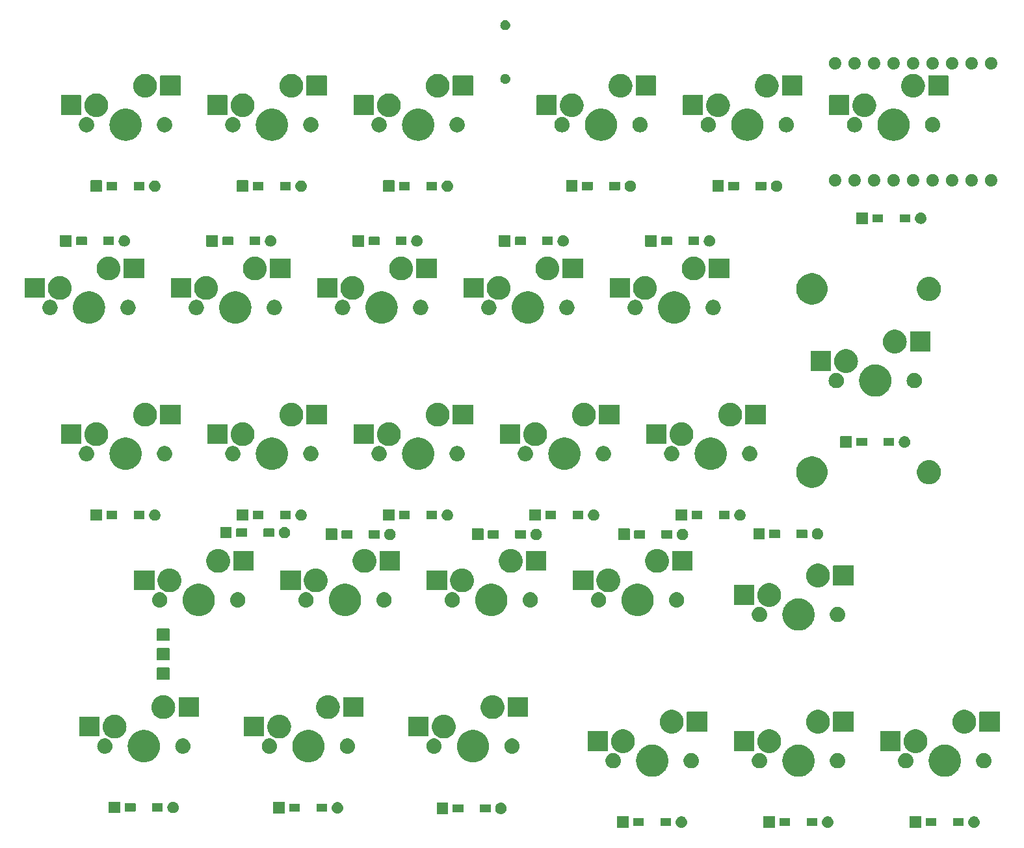
<source format=gbr>
G04 #@! TF.GenerationSoftware,KiCad,Pcbnew,7.0.8*
G04 #@! TF.CreationDate,2023-10-29T20:23:16+09:00*
G04 #@! TF.ProjectId,ckb9,636b6239-2e6b-4696-9361-645f70636258,rev?*
G04 #@! TF.SameCoordinates,Original*
G04 #@! TF.FileFunction,Soldermask,Bot*
G04 #@! TF.FilePolarity,Negative*
%FSLAX46Y46*%
G04 Gerber Fmt 4.6, Leading zero omitted, Abs format (unit mm)*
G04 Created by KiCad (PCBNEW 7.0.8) date 2023-10-29 20:23:16*
%MOMM*%
%LPD*%
G01*
G04 APERTURE LIST*
G04 APERTURE END LIST*
G36*
X628320517Y-23401882D02*
G01*
X628337062Y-23412938D01*
X628348118Y-23429483D01*
X628352000Y-23449000D01*
X628352000Y-24846000D01*
X628348118Y-24865517D01*
X628337062Y-24882062D01*
X628320517Y-24893118D01*
X628301000Y-24897000D01*
X626904000Y-24897000D01*
X626884483Y-24893118D01*
X626867938Y-24882062D01*
X626856882Y-24865517D01*
X626853000Y-24846000D01*
X626853000Y-23449000D01*
X626856882Y-23429483D01*
X626867938Y-23412938D01*
X626884483Y-23401882D01*
X626904000Y-23398000D01*
X628301000Y-23398000D01*
X628320517Y-23401882D01*
G37*
G36*
X635265020Y-23402791D02*
G01*
X635300770Y-23402791D01*
X635341102Y-23411363D01*
X635389279Y-23416792D01*
X635424306Y-23429048D01*
X635453897Y-23435338D01*
X635496537Y-23454323D01*
X635547696Y-23472224D01*
X635574328Y-23488958D01*
X635596905Y-23499010D01*
X635638996Y-23529591D01*
X635689806Y-23561517D01*
X635708053Y-23579764D01*
X635723552Y-23591025D01*
X635761871Y-23633582D01*
X635808483Y-23680194D01*
X635819202Y-23697253D01*
X635828303Y-23707361D01*
X635859439Y-23761290D01*
X635897776Y-23822304D01*
X635902562Y-23835983D01*
X635906572Y-23842928D01*
X635927107Y-23906129D01*
X635953208Y-23980721D01*
X635954197Y-23989503D01*
X635954948Y-23991813D01*
X635961750Y-24056532D01*
X635972000Y-24147500D01*
X635961749Y-24238475D01*
X635954948Y-24303186D01*
X635954197Y-24305495D01*
X635953208Y-24314279D01*
X635927103Y-24388883D01*
X635906572Y-24452071D01*
X635902563Y-24459013D01*
X635897776Y-24472696D01*
X635859431Y-24533720D01*
X635828303Y-24587638D01*
X635819204Y-24597742D01*
X635808483Y-24614806D01*
X635761862Y-24661426D01*
X635723552Y-24703974D01*
X635708057Y-24715231D01*
X635689806Y-24733483D01*
X635638986Y-24765414D01*
X635596905Y-24795989D01*
X635574333Y-24806038D01*
X635547696Y-24822776D01*
X635496527Y-24840680D01*
X635453897Y-24859661D01*
X635424312Y-24865949D01*
X635389279Y-24878208D01*
X635341100Y-24883636D01*
X635300770Y-24892209D01*
X635265020Y-24892209D01*
X635222500Y-24897000D01*
X635179980Y-24892209D01*
X635144230Y-24892209D01*
X635103899Y-24883636D01*
X635055721Y-24878208D01*
X635020688Y-24865949D01*
X634991102Y-24859661D01*
X634948467Y-24840678D01*
X634897304Y-24822776D01*
X634870668Y-24806039D01*
X634848094Y-24795989D01*
X634806005Y-24765409D01*
X634755194Y-24733483D01*
X634736945Y-24715234D01*
X634721447Y-24703974D01*
X634683127Y-24661416D01*
X634636517Y-24614806D01*
X634625797Y-24597746D01*
X634616696Y-24587638D01*
X634585555Y-24533701D01*
X634547224Y-24472696D01*
X634542438Y-24459018D01*
X634538427Y-24452071D01*
X634517882Y-24388843D01*
X634491792Y-24314279D01*
X634490802Y-24305499D01*
X634490051Y-24303186D01*
X634483235Y-24238343D01*
X634473000Y-24147500D01*
X634483234Y-24056664D01*
X634490051Y-23991813D01*
X634490802Y-23989498D01*
X634491792Y-23980721D01*
X634517878Y-23906169D01*
X634538427Y-23842928D01*
X634542438Y-23835979D01*
X634547224Y-23822304D01*
X634585548Y-23761310D01*
X634616696Y-23707361D01*
X634625800Y-23697249D01*
X634636517Y-23680194D01*
X634683113Y-23633597D01*
X634721448Y-23591023D01*
X634736953Y-23579757D01*
X634755194Y-23561517D01*
X634805988Y-23529601D01*
X634848092Y-23499011D01*
X634870673Y-23488956D01*
X634897304Y-23472224D01*
X634948457Y-23454324D01*
X634991102Y-23435338D01*
X635020694Y-23429048D01*
X635055721Y-23416792D01*
X635103896Y-23411363D01*
X635144230Y-23402791D01*
X635179980Y-23402791D01*
X635222500Y-23398000D01*
X635265020Y-23402791D01*
G37*
G36*
X647370517Y-23401882D02*
G01*
X647387062Y-23412938D01*
X647398118Y-23429483D01*
X647402000Y-23449000D01*
X647402000Y-24846000D01*
X647398118Y-24865517D01*
X647387062Y-24882062D01*
X647370517Y-24893118D01*
X647351000Y-24897000D01*
X645954000Y-24897000D01*
X645934483Y-24893118D01*
X645917938Y-24882062D01*
X645906882Y-24865517D01*
X645903000Y-24846000D01*
X645903000Y-23449000D01*
X645906882Y-23429483D01*
X645917938Y-23412938D01*
X645934483Y-23401882D01*
X645954000Y-23398000D01*
X647351000Y-23398000D01*
X647370517Y-23401882D01*
G37*
G36*
X654315020Y-23402791D02*
G01*
X654350770Y-23402791D01*
X654391102Y-23411363D01*
X654439279Y-23416792D01*
X654474306Y-23429048D01*
X654503897Y-23435338D01*
X654546537Y-23454323D01*
X654597696Y-23472224D01*
X654624328Y-23488958D01*
X654646905Y-23499010D01*
X654688996Y-23529591D01*
X654739806Y-23561517D01*
X654758053Y-23579764D01*
X654773552Y-23591025D01*
X654811871Y-23633582D01*
X654858483Y-23680194D01*
X654869202Y-23697253D01*
X654878303Y-23707361D01*
X654909439Y-23761290D01*
X654947776Y-23822304D01*
X654952562Y-23835983D01*
X654956572Y-23842928D01*
X654977107Y-23906129D01*
X655003208Y-23980721D01*
X655004197Y-23989503D01*
X655004948Y-23991813D01*
X655011750Y-24056532D01*
X655022000Y-24147500D01*
X655011749Y-24238475D01*
X655004948Y-24303186D01*
X655004197Y-24305495D01*
X655003208Y-24314279D01*
X654977103Y-24388883D01*
X654956572Y-24452071D01*
X654952563Y-24459013D01*
X654947776Y-24472696D01*
X654909431Y-24533720D01*
X654878303Y-24587638D01*
X654869204Y-24597742D01*
X654858483Y-24614806D01*
X654811862Y-24661426D01*
X654773552Y-24703974D01*
X654758057Y-24715231D01*
X654739806Y-24733483D01*
X654688986Y-24765414D01*
X654646905Y-24795989D01*
X654624333Y-24806038D01*
X654597696Y-24822776D01*
X654546527Y-24840680D01*
X654503897Y-24859661D01*
X654474312Y-24865949D01*
X654439279Y-24878208D01*
X654391100Y-24883636D01*
X654350770Y-24892209D01*
X654315020Y-24892209D01*
X654272500Y-24897000D01*
X654229980Y-24892209D01*
X654194230Y-24892209D01*
X654153899Y-24883636D01*
X654105721Y-24878208D01*
X654070688Y-24865949D01*
X654041102Y-24859661D01*
X653998467Y-24840678D01*
X653947304Y-24822776D01*
X653920668Y-24806039D01*
X653898094Y-24795989D01*
X653856005Y-24765409D01*
X653805194Y-24733483D01*
X653786945Y-24715234D01*
X653771447Y-24703974D01*
X653733127Y-24661416D01*
X653686517Y-24614806D01*
X653675797Y-24597746D01*
X653666696Y-24587638D01*
X653635555Y-24533701D01*
X653597224Y-24472696D01*
X653592438Y-24459018D01*
X653588427Y-24452071D01*
X653567882Y-24388843D01*
X653541792Y-24314279D01*
X653540802Y-24305499D01*
X653540051Y-24303186D01*
X653533235Y-24238343D01*
X653523000Y-24147500D01*
X653533234Y-24056664D01*
X653540051Y-23991813D01*
X653540802Y-23989498D01*
X653541792Y-23980721D01*
X653567878Y-23906169D01*
X653588427Y-23842928D01*
X653592438Y-23835979D01*
X653597224Y-23822304D01*
X653635548Y-23761310D01*
X653666696Y-23707361D01*
X653675800Y-23697249D01*
X653686517Y-23680194D01*
X653733113Y-23633597D01*
X653771448Y-23591023D01*
X653786953Y-23579757D01*
X653805194Y-23561517D01*
X653855988Y-23529601D01*
X653898092Y-23499011D01*
X653920673Y-23488956D01*
X653947304Y-23472224D01*
X653998457Y-23454324D01*
X654041102Y-23435338D01*
X654070694Y-23429048D01*
X654105721Y-23416792D01*
X654153896Y-23411363D01*
X654194230Y-23402791D01*
X654229980Y-23402791D01*
X654272500Y-23398000D01*
X654315020Y-23402791D01*
G37*
G36*
X666420517Y-23401882D02*
G01*
X666437062Y-23412938D01*
X666448118Y-23429483D01*
X666452000Y-23449000D01*
X666452000Y-24846000D01*
X666448118Y-24865517D01*
X666437062Y-24882062D01*
X666420517Y-24893118D01*
X666401000Y-24897000D01*
X665004000Y-24897000D01*
X664984483Y-24893118D01*
X664967938Y-24882062D01*
X664956882Y-24865517D01*
X664953000Y-24846000D01*
X664953000Y-23449000D01*
X664956882Y-23429483D01*
X664967938Y-23412938D01*
X664984483Y-23401882D01*
X665004000Y-23398000D01*
X666401000Y-23398000D01*
X666420517Y-23401882D01*
G37*
G36*
X673365020Y-23402791D02*
G01*
X673400770Y-23402791D01*
X673441102Y-23411363D01*
X673489279Y-23416792D01*
X673524306Y-23429048D01*
X673553897Y-23435338D01*
X673596537Y-23454323D01*
X673647696Y-23472224D01*
X673674328Y-23488958D01*
X673696905Y-23499010D01*
X673738996Y-23529591D01*
X673789806Y-23561517D01*
X673808053Y-23579764D01*
X673823552Y-23591025D01*
X673861871Y-23633582D01*
X673908483Y-23680194D01*
X673919202Y-23697253D01*
X673928303Y-23707361D01*
X673959439Y-23761290D01*
X673997776Y-23822304D01*
X674002562Y-23835983D01*
X674006572Y-23842928D01*
X674027107Y-23906129D01*
X674053208Y-23980721D01*
X674054197Y-23989503D01*
X674054948Y-23991813D01*
X674061750Y-24056532D01*
X674072000Y-24147500D01*
X674061749Y-24238475D01*
X674054948Y-24303186D01*
X674054197Y-24305495D01*
X674053208Y-24314279D01*
X674027103Y-24388883D01*
X674006572Y-24452071D01*
X674002563Y-24459013D01*
X673997776Y-24472696D01*
X673959431Y-24533720D01*
X673928303Y-24587638D01*
X673919204Y-24597742D01*
X673908483Y-24614806D01*
X673861862Y-24661426D01*
X673823552Y-24703974D01*
X673808057Y-24715231D01*
X673789806Y-24733483D01*
X673738986Y-24765414D01*
X673696905Y-24795989D01*
X673674333Y-24806038D01*
X673647696Y-24822776D01*
X673596527Y-24840680D01*
X673553897Y-24859661D01*
X673524312Y-24865949D01*
X673489279Y-24878208D01*
X673441100Y-24883636D01*
X673400770Y-24892209D01*
X673365020Y-24892209D01*
X673322500Y-24897000D01*
X673279980Y-24892209D01*
X673244230Y-24892209D01*
X673203899Y-24883636D01*
X673155721Y-24878208D01*
X673120688Y-24865949D01*
X673091102Y-24859661D01*
X673048467Y-24840678D01*
X672997304Y-24822776D01*
X672970668Y-24806039D01*
X672948094Y-24795989D01*
X672906005Y-24765409D01*
X672855194Y-24733483D01*
X672836945Y-24715234D01*
X672821447Y-24703974D01*
X672783127Y-24661416D01*
X672736517Y-24614806D01*
X672725797Y-24597746D01*
X672716696Y-24587638D01*
X672685555Y-24533701D01*
X672647224Y-24472696D01*
X672642438Y-24459018D01*
X672638427Y-24452071D01*
X672617882Y-24388843D01*
X672591792Y-24314279D01*
X672590802Y-24305499D01*
X672590051Y-24303186D01*
X672583235Y-24238343D01*
X672573000Y-24147500D01*
X672583234Y-24056664D01*
X672590051Y-23991813D01*
X672590802Y-23989498D01*
X672591792Y-23980721D01*
X672617878Y-23906169D01*
X672638427Y-23842928D01*
X672642438Y-23835979D01*
X672647224Y-23822304D01*
X672685548Y-23761310D01*
X672716696Y-23707361D01*
X672725800Y-23697249D01*
X672736517Y-23680194D01*
X672783113Y-23633597D01*
X672821448Y-23591023D01*
X672836953Y-23579757D01*
X672855194Y-23561517D01*
X672905988Y-23529601D01*
X672948092Y-23499011D01*
X672970673Y-23488956D01*
X672997304Y-23472224D01*
X673048457Y-23454324D01*
X673091102Y-23435338D01*
X673120694Y-23429048D01*
X673155721Y-23416792D01*
X673203896Y-23411363D01*
X673244230Y-23402791D01*
X673279980Y-23402791D01*
X673322500Y-23398000D01*
X673365020Y-23402791D01*
G37*
G36*
X630307017Y-23625382D02*
G01*
X630323562Y-23636438D01*
X630334618Y-23652983D01*
X630338500Y-23672500D01*
X630338500Y-24622500D01*
X630334618Y-24642017D01*
X630323562Y-24658562D01*
X630307017Y-24669618D01*
X630287500Y-24673500D01*
X628987500Y-24673500D01*
X628967983Y-24669618D01*
X628951438Y-24658562D01*
X628940382Y-24642017D01*
X628936500Y-24622500D01*
X628936500Y-23672500D01*
X628940382Y-23652983D01*
X628951438Y-23636438D01*
X628967983Y-23625382D01*
X628987500Y-23621500D01*
X630287500Y-23621500D01*
X630307017Y-23625382D01*
G37*
G36*
X633857017Y-23625382D02*
G01*
X633873562Y-23636438D01*
X633884618Y-23652983D01*
X633888500Y-23672500D01*
X633888500Y-24622500D01*
X633884618Y-24642017D01*
X633873562Y-24658562D01*
X633857017Y-24669618D01*
X633837500Y-24673500D01*
X632537500Y-24673500D01*
X632517983Y-24669618D01*
X632501438Y-24658562D01*
X632490382Y-24642017D01*
X632486500Y-24622500D01*
X632486500Y-23672500D01*
X632490382Y-23652983D01*
X632501438Y-23636438D01*
X632517983Y-23625382D01*
X632537500Y-23621500D01*
X633837500Y-23621500D01*
X633857017Y-23625382D01*
G37*
G36*
X649357017Y-23625382D02*
G01*
X649373562Y-23636438D01*
X649384618Y-23652983D01*
X649388500Y-23672500D01*
X649388500Y-24622500D01*
X649384618Y-24642017D01*
X649373562Y-24658562D01*
X649357017Y-24669618D01*
X649337500Y-24673500D01*
X648037500Y-24673500D01*
X648017983Y-24669618D01*
X648001438Y-24658562D01*
X647990382Y-24642017D01*
X647986500Y-24622500D01*
X647986500Y-23672500D01*
X647990382Y-23652983D01*
X648001438Y-23636438D01*
X648017983Y-23625382D01*
X648037500Y-23621500D01*
X649337500Y-23621500D01*
X649357017Y-23625382D01*
G37*
G36*
X652907017Y-23625382D02*
G01*
X652923562Y-23636438D01*
X652934618Y-23652983D01*
X652938500Y-23672500D01*
X652938500Y-24622500D01*
X652934618Y-24642017D01*
X652923562Y-24658562D01*
X652907017Y-24669618D01*
X652887500Y-24673500D01*
X651587500Y-24673500D01*
X651567983Y-24669618D01*
X651551438Y-24658562D01*
X651540382Y-24642017D01*
X651536500Y-24622500D01*
X651536500Y-23672500D01*
X651540382Y-23652983D01*
X651551438Y-23636438D01*
X651567983Y-23625382D01*
X651587500Y-23621500D01*
X652887500Y-23621500D01*
X652907017Y-23625382D01*
G37*
G36*
X668407017Y-23625382D02*
G01*
X668423562Y-23636438D01*
X668434618Y-23652983D01*
X668438500Y-23672500D01*
X668438500Y-24622500D01*
X668434618Y-24642017D01*
X668423562Y-24658562D01*
X668407017Y-24669618D01*
X668387500Y-24673500D01*
X667087500Y-24673500D01*
X667067983Y-24669618D01*
X667051438Y-24658562D01*
X667040382Y-24642017D01*
X667036500Y-24622500D01*
X667036500Y-23672500D01*
X667040382Y-23652983D01*
X667051438Y-23636438D01*
X667067983Y-23625382D01*
X667087500Y-23621500D01*
X668387500Y-23621500D01*
X668407017Y-23625382D01*
G37*
G36*
X671957017Y-23625382D02*
G01*
X671973562Y-23636438D01*
X671984618Y-23652983D01*
X671988500Y-23672500D01*
X671988500Y-24622500D01*
X671984618Y-24642017D01*
X671973562Y-24658562D01*
X671957017Y-24669618D01*
X671937500Y-24673500D01*
X670637500Y-24673500D01*
X670617983Y-24669618D01*
X670601438Y-24658562D01*
X670590382Y-24642017D01*
X670586500Y-24622500D01*
X670586500Y-23672500D01*
X670590382Y-23652983D01*
X670601438Y-23636438D01*
X670617983Y-23625382D01*
X670637500Y-23621500D01*
X671937500Y-23621500D01*
X671957017Y-23625382D01*
G37*
G36*
X604808017Y-21614382D02*
G01*
X604824562Y-21625438D01*
X604835618Y-21641983D01*
X604839500Y-21661500D01*
X604839500Y-23058500D01*
X604835618Y-23078017D01*
X604824562Y-23094562D01*
X604808017Y-23105618D01*
X604788500Y-23109500D01*
X603391500Y-23109500D01*
X603371983Y-23105618D01*
X603355438Y-23094562D01*
X603344382Y-23078017D01*
X603340500Y-23058500D01*
X603340500Y-21661500D01*
X603344382Y-21641983D01*
X603355438Y-21625438D01*
X603371983Y-21614382D01*
X603391500Y-21610500D01*
X604788500Y-21610500D01*
X604808017Y-21614382D01*
G37*
G36*
X611752520Y-21615291D02*
G01*
X611788270Y-21615291D01*
X611828602Y-21623863D01*
X611876779Y-21629292D01*
X611911806Y-21641548D01*
X611941397Y-21647838D01*
X611984037Y-21666823D01*
X612035196Y-21684724D01*
X612061828Y-21701458D01*
X612084405Y-21711510D01*
X612126496Y-21742091D01*
X612177306Y-21774017D01*
X612195553Y-21792264D01*
X612211052Y-21803525D01*
X612249371Y-21846082D01*
X612295983Y-21892694D01*
X612306702Y-21909753D01*
X612315803Y-21919861D01*
X612346939Y-21973790D01*
X612385276Y-22034804D01*
X612390062Y-22048483D01*
X612394072Y-22055428D01*
X612414607Y-22118629D01*
X612440708Y-22193221D01*
X612441697Y-22202003D01*
X612442448Y-22204313D01*
X612449250Y-22269032D01*
X612459500Y-22360000D01*
X612449249Y-22450975D01*
X612442448Y-22515686D01*
X612441697Y-22517995D01*
X612440708Y-22526779D01*
X612414603Y-22601383D01*
X612394072Y-22664571D01*
X612390063Y-22671513D01*
X612385276Y-22685196D01*
X612346931Y-22746220D01*
X612315803Y-22800138D01*
X612306704Y-22810242D01*
X612295983Y-22827306D01*
X612249362Y-22873926D01*
X612211052Y-22916474D01*
X612195557Y-22927731D01*
X612177306Y-22945983D01*
X612126486Y-22977914D01*
X612084405Y-23008489D01*
X612061833Y-23018538D01*
X612035196Y-23035276D01*
X611984027Y-23053180D01*
X611941397Y-23072161D01*
X611911812Y-23078449D01*
X611876779Y-23090708D01*
X611828600Y-23096136D01*
X611788270Y-23104709D01*
X611752520Y-23104709D01*
X611710000Y-23109500D01*
X611667480Y-23104709D01*
X611631730Y-23104709D01*
X611591399Y-23096136D01*
X611543221Y-23090708D01*
X611508188Y-23078449D01*
X611478602Y-23072161D01*
X611435967Y-23053178D01*
X611384804Y-23035276D01*
X611358168Y-23018539D01*
X611335594Y-23008489D01*
X611293505Y-22977909D01*
X611242694Y-22945983D01*
X611224445Y-22927734D01*
X611208947Y-22916474D01*
X611170627Y-22873916D01*
X611124017Y-22827306D01*
X611113297Y-22810246D01*
X611104196Y-22800138D01*
X611073055Y-22746201D01*
X611034724Y-22685196D01*
X611029938Y-22671518D01*
X611025927Y-22664571D01*
X611005382Y-22601343D01*
X610979292Y-22526779D01*
X610978302Y-22517999D01*
X610977551Y-22515686D01*
X610970735Y-22450843D01*
X610960500Y-22360000D01*
X610970734Y-22269164D01*
X610977551Y-22204313D01*
X610978302Y-22201998D01*
X610979292Y-22193221D01*
X611005378Y-22118669D01*
X611025927Y-22055428D01*
X611029938Y-22048479D01*
X611034724Y-22034804D01*
X611073048Y-21973810D01*
X611104196Y-21919861D01*
X611113300Y-21909749D01*
X611124017Y-21892694D01*
X611170613Y-21846097D01*
X611208948Y-21803523D01*
X611224453Y-21792257D01*
X611242694Y-21774017D01*
X611293488Y-21742101D01*
X611335592Y-21711511D01*
X611358173Y-21701456D01*
X611384804Y-21684724D01*
X611435957Y-21666824D01*
X611478602Y-21647838D01*
X611508194Y-21641548D01*
X611543221Y-21629292D01*
X611591396Y-21623863D01*
X611631730Y-21615291D01*
X611667480Y-21615291D01*
X611710000Y-21610500D01*
X611752520Y-21615291D01*
G37*
G36*
X583518017Y-21544382D02*
G01*
X583534562Y-21555438D01*
X583545618Y-21571983D01*
X583549500Y-21591500D01*
X583549500Y-22988500D01*
X583545618Y-23008017D01*
X583534562Y-23024562D01*
X583518017Y-23035618D01*
X583498500Y-23039500D01*
X582101500Y-23039500D01*
X582081983Y-23035618D01*
X582065438Y-23024562D01*
X582054382Y-23008017D01*
X582050500Y-22988500D01*
X582050500Y-21591500D01*
X582054382Y-21571983D01*
X582065438Y-21555438D01*
X582081983Y-21544382D01*
X582101500Y-21540500D01*
X583498500Y-21540500D01*
X583518017Y-21544382D01*
G37*
G36*
X590462520Y-21545291D02*
G01*
X590498270Y-21545291D01*
X590538602Y-21553863D01*
X590586779Y-21559292D01*
X590621806Y-21571548D01*
X590651397Y-21577838D01*
X590694037Y-21596823D01*
X590745196Y-21614724D01*
X590771828Y-21631458D01*
X590794405Y-21641510D01*
X590836496Y-21672091D01*
X590887306Y-21704017D01*
X590905553Y-21722264D01*
X590921052Y-21733525D01*
X590959371Y-21776082D01*
X591005983Y-21822694D01*
X591016702Y-21839753D01*
X591025803Y-21849861D01*
X591056939Y-21903790D01*
X591095276Y-21964804D01*
X591100062Y-21978483D01*
X591104072Y-21985428D01*
X591124607Y-22048629D01*
X591150708Y-22123221D01*
X591151697Y-22132003D01*
X591152448Y-22134313D01*
X591159250Y-22199032D01*
X591169500Y-22290000D01*
X591159249Y-22380975D01*
X591152448Y-22445686D01*
X591151697Y-22447995D01*
X591150708Y-22456779D01*
X591124603Y-22531383D01*
X591104072Y-22594571D01*
X591100063Y-22601513D01*
X591095276Y-22615196D01*
X591056931Y-22676220D01*
X591025803Y-22730138D01*
X591016704Y-22740242D01*
X591005983Y-22757306D01*
X590959362Y-22803926D01*
X590921052Y-22846474D01*
X590905557Y-22857731D01*
X590887306Y-22875983D01*
X590836486Y-22907914D01*
X590794405Y-22938489D01*
X590771833Y-22948538D01*
X590745196Y-22965276D01*
X590694027Y-22983180D01*
X590651397Y-23002161D01*
X590621812Y-23008449D01*
X590586779Y-23020708D01*
X590538600Y-23026136D01*
X590498270Y-23034709D01*
X590462520Y-23034709D01*
X590420000Y-23039500D01*
X590377480Y-23034709D01*
X590341730Y-23034709D01*
X590301399Y-23026136D01*
X590253221Y-23020708D01*
X590218188Y-23008449D01*
X590188602Y-23002161D01*
X590145967Y-22983178D01*
X590094804Y-22965276D01*
X590068168Y-22948539D01*
X590045594Y-22938489D01*
X590003505Y-22907909D01*
X589952694Y-22875983D01*
X589934445Y-22857734D01*
X589918947Y-22846474D01*
X589880627Y-22803916D01*
X589834017Y-22757306D01*
X589823297Y-22740246D01*
X589814196Y-22730138D01*
X589783055Y-22676201D01*
X589744724Y-22615196D01*
X589739938Y-22601518D01*
X589735927Y-22594571D01*
X589715382Y-22531343D01*
X589689292Y-22456779D01*
X589688302Y-22447999D01*
X589687551Y-22445686D01*
X589680735Y-22380843D01*
X589670500Y-22290000D01*
X589680734Y-22199164D01*
X589687551Y-22134313D01*
X589688302Y-22131998D01*
X589689292Y-22123221D01*
X589715378Y-22048669D01*
X589735927Y-21985428D01*
X589739938Y-21978479D01*
X589744724Y-21964804D01*
X589783048Y-21903810D01*
X589814196Y-21849861D01*
X589823300Y-21839749D01*
X589834017Y-21822694D01*
X589880613Y-21776097D01*
X589918948Y-21733523D01*
X589934453Y-21722257D01*
X589952694Y-21704017D01*
X590003488Y-21672101D01*
X590045592Y-21641511D01*
X590068173Y-21631456D01*
X590094804Y-21614724D01*
X590145957Y-21596824D01*
X590188602Y-21577838D01*
X590218194Y-21571548D01*
X590253221Y-21559292D01*
X590301396Y-21553863D01*
X590341730Y-21545291D01*
X590377480Y-21545291D01*
X590420000Y-21540500D01*
X590462520Y-21545291D01*
G37*
G36*
X562121517Y-21496882D02*
G01*
X562138062Y-21507938D01*
X562149118Y-21524483D01*
X562153000Y-21544000D01*
X562153000Y-22941000D01*
X562149118Y-22960517D01*
X562138062Y-22977062D01*
X562121517Y-22988118D01*
X562102000Y-22992000D01*
X560705000Y-22992000D01*
X560685483Y-22988118D01*
X560668938Y-22977062D01*
X560657882Y-22960517D01*
X560654000Y-22941000D01*
X560654000Y-21544000D01*
X560657882Y-21524483D01*
X560668938Y-21507938D01*
X560685483Y-21496882D01*
X560705000Y-21493000D01*
X562102000Y-21493000D01*
X562121517Y-21496882D01*
G37*
G36*
X569066020Y-21497791D02*
G01*
X569101770Y-21497791D01*
X569142102Y-21506363D01*
X569190279Y-21511792D01*
X569225306Y-21524048D01*
X569254897Y-21530338D01*
X569297537Y-21549323D01*
X569348696Y-21567224D01*
X569375328Y-21583958D01*
X569397905Y-21594010D01*
X569439996Y-21624591D01*
X569490806Y-21656517D01*
X569509053Y-21674764D01*
X569524552Y-21686025D01*
X569562871Y-21728582D01*
X569609483Y-21775194D01*
X569620202Y-21792253D01*
X569629303Y-21802361D01*
X569660439Y-21856290D01*
X569698776Y-21917304D01*
X569703562Y-21930983D01*
X569707572Y-21937928D01*
X569728107Y-22001129D01*
X569754208Y-22075721D01*
X569755197Y-22084503D01*
X569755948Y-22086813D01*
X569762750Y-22151532D01*
X569773000Y-22242500D01*
X569762749Y-22333475D01*
X569755948Y-22398186D01*
X569755197Y-22400495D01*
X569754208Y-22409279D01*
X569728103Y-22483883D01*
X569707572Y-22547071D01*
X569703563Y-22554013D01*
X569698776Y-22567696D01*
X569660431Y-22628720D01*
X569629303Y-22682638D01*
X569620204Y-22692742D01*
X569609483Y-22709806D01*
X569562862Y-22756426D01*
X569524552Y-22798974D01*
X569509057Y-22810231D01*
X569490806Y-22828483D01*
X569439986Y-22860414D01*
X569397905Y-22890989D01*
X569375333Y-22901038D01*
X569348696Y-22917776D01*
X569297527Y-22935680D01*
X569254897Y-22954661D01*
X569225312Y-22960949D01*
X569190279Y-22973208D01*
X569142100Y-22978636D01*
X569101770Y-22987209D01*
X569066020Y-22987209D01*
X569023500Y-22992000D01*
X568980980Y-22987209D01*
X568945230Y-22987209D01*
X568904899Y-22978636D01*
X568856721Y-22973208D01*
X568821688Y-22960949D01*
X568792102Y-22954661D01*
X568749467Y-22935678D01*
X568698304Y-22917776D01*
X568671668Y-22901039D01*
X568649094Y-22890989D01*
X568607005Y-22860409D01*
X568556194Y-22828483D01*
X568537945Y-22810234D01*
X568522447Y-22798974D01*
X568484127Y-22756416D01*
X568437517Y-22709806D01*
X568426797Y-22692746D01*
X568417696Y-22682638D01*
X568386555Y-22628701D01*
X568348224Y-22567696D01*
X568343438Y-22554018D01*
X568339427Y-22547071D01*
X568318882Y-22483843D01*
X568292792Y-22409279D01*
X568291802Y-22400499D01*
X568291051Y-22398186D01*
X568284235Y-22333343D01*
X568274000Y-22242500D01*
X568284234Y-22151664D01*
X568291051Y-22086813D01*
X568291802Y-22084498D01*
X568292792Y-22075721D01*
X568318878Y-22001169D01*
X568339427Y-21937928D01*
X568343438Y-21930979D01*
X568348224Y-21917304D01*
X568386548Y-21856310D01*
X568417696Y-21802361D01*
X568426800Y-21792249D01*
X568437517Y-21775194D01*
X568484113Y-21728597D01*
X568522448Y-21686023D01*
X568537953Y-21674757D01*
X568556194Y-21656517D01*
X568606988Y-21624601D01*
X568649092Y-21594011D01*
X568671673Y-21583956D01*
X568698304Y-21567224D01*
X568749457Y-21549324D01*
X568792102Y-21530338D01*
X568821694Y-21524048D01*
X568856721Y-21511792D01*
X568904896Y-21506363D01*
X568945230Y-21497791D01*
X568980980Y-21497791D01*
X569023500Y-21493000D01*
X569066020Y-21497791D01*
G37*
G36*
X606794517Y-21837882D02*
G01*
X606811062Y-21848938D01*
X606822118Y-21865483D01*
X606826000Y-21885000D01*
X606826000Y-22835000D01*
X606822118Y-22854517D01*
X606811062Y-22871062D01*
X606794517Y-22882118D01*
X606775000Y-22886000D01*
X605475000Y-22886000D01*
X605455483Y-22882118D01*
X605438938Y-22871062D01*
X605427882Y-22854517D01*
X605424000Y-22835000D01*
X605424000Y-21885000D01*
X605427882Y-21865483D01*
X605438938Y-21848938D01*
X605455483Y-21837882D01*
X605475000Y-21834000D01*
X606775000Y-21834000D01*
X606794517Y-21837882D01*
G37*
G36*
X610344517Y-21837882D02*
G01*
X610361062Y-21848938D01*
X610372118Y-21865483D01*
X610376000Y-21885000D01*
X610376000Y-22835000D01*
X610372118Y-22854517D01*
X610361062Y-22871062D01*
X610344517Y-22882118D01*
X610325000Y-22886000D01*
X609025000Y-22886000D01*
X609005483Y-22882118D01*
X608988938Y-22871062D01*
X608977882Y-22854517D01*
X608974000Y-22835000D01*
X608974000Y-21885000D01*
X608977882Y-21865483D01*
X608988938Y-21848938D01*
X609005483Y-21837882D01*
X609025000Y-21834000D01*
X610325000Y-21834000D01*
X610344517Y-21837882D01*
G37*
G36*
X585504517Y-21767882D02*
G01*
X585521062Y-21778938D01*
X585532118Y-21795483D01*
X585536000Y-21815000D01*
X585536000Y-22765000D01*
X585532118Y-22784517D01*
X585521062Y-22801062D01*
X585504517Y-22812118D01*
X585485000Y-22816000D01*
X584185000Y-22816000D01*
X584165483Y-22812118D01*
X584148938Y-22801062D01*
X584137882Y-22784517D01*
X584134000Y-22765000D01*
X584134000Y-21815000D01*
X584137882Y-21795483D01*
X584148938Y-21778938D01*
X584165483Y-21767882D01*
X584185000Y-21764000D01*
X585485000Y-21764000D01*
X585504517Y-21767882D01*
G37*
G36*
X589054517Y-21767882D02*
G01*
X589071062Y-21778938D01*
X589082118Y-21795483D01*
X589086000Y-21815000D01*
X589086000Y-22765000D01*
X589082118Y-22784517D01*
X589071062Y-22801062D01*
X589054517Y-22812118D01*
X589035000Y-22816000D01*
X587735000Y-22816000D01*
X587715483Y-22812118D01*
X587698938Y-22801062D01*
X587687882Y-22784517D01*
X587684000Y-22765000D01*
X587684000Y-21815000D01*
X587687882Y-21795483D01*
X587698938Y-21778938D01*
X587715483Y-21767882D01*
X587735000Y-21764000D01*
X589035000Y-21764000D01*
X589054517Y-21767882D01*
G37*
G36*
X564108017Y-21720382D02*
G01*
X564124562Y-21731438D01*
X564135618Y-21747983D01*
X564139500Y-21767500D01*
X564139500Y-22717500D01*
X564135618Y-22737017D01*
X564124562Y-22753562D01*
X564108017Y-22764618D01*
X564088500Y-22768500D01*
X562788500Y-22768500D01*
X562768983Y-22764618D01*
X562752438Y-22753562D01*
X562741382Y-22737017D01*
X562737500Y-22717500D01*
X562737500Y-21767500D01*
X562741382Y-21747983D01*
X562752438Y-21731438D01*
X562768983Y-21720382D01*
X562788500Y-21716500D01*
X564088500Y-21716500D01*
X564108017Y-21720382D01*
G37*
G36*
X567658017Y-21720382D02*
G01*
X567674562Y-21731438D01*
X567685618Y-21747983D01*
X567689500Y-21767500D01*
X567689500Y-22717500D01*
X567685618Y-22737017D01*
X567674562Y-22753562D01*
X567658017Y-22764618D01*
X567638500Y-22768500D01*
X566338500Y-22768500D01*
X566318983Y-22764618D01*
X566302438Y-22753562D01*
X566291382Y-22737017D01*
X566287500Y-22717500D01*
X566287500Y-21767500D01*
X566291382Y-21747983D01*
X566302438Y-21731438D01*
X566318983Y-21720382D01*
X566338500Y-21716500D01*
X567638500Y-21716500D01*
X567658017Y-21720382D01*
G37*
G36*
X631483151Y-14051398D02*
G01*
X631555877Y-14051398D01*
X631622179Y-14060510D01*
X631686698Y-14064740D01*
X631762169Y-14079751D01*
X631839961Y-14090444D01*
X631898785Y-14106926D01*
X631956209Y-14118348D01*
X632034961Y-14145080D01*
X632116082Y-14167810D01*
X632166741Y-14189814D01*
X632216417Y-14206677D01*
X632296617Y-14246227D01*
X632379097Y-14282053D01*
X632421267Y-14307697D01*
X632462861Y-14328209D01*
X632542475Y-14381405D01*
X632624105Y-14431046D01*
X632657831Y-14458484D01*
X632691344Y-14480877D01*
X632768172Y-14548253D01*
X632846544Y-14612014D01*
X632872194Y-14639478D01*
X632897941Y-14662058D01*
X632969676Y-14743856D01*
X633042269Y-14821584D01*
X633060533Y-14847459D01*
X633079122Y-14868655D01*
X633143399Y-14964852D01*
X633207635Y-15055854D01*
X633219484Y-15078722D01*
X633231788Y-15097136D01*
X633286244Y-15207563D01*
X633339561Y-15310459D01*
X633346201Y-15329144D01*
X633353323Y-15343585D01*
X633395673Y-15468344D01*
X633435589Y-15580657D01*
X633438415Y-15594258D01*
X633441651Y-15603790D01*
X633469715Y-15744884D01*
X633493931Y-15861414D01*
X633494474Y-15869355D01*
X633495259Y-15873301D01*
X633507079Y-16053636D01*
X633513500Y-16147500D01*
X633507078Y-16241370D01*
X633495259Y-16421698D01*
X633494474Y-16425642D01*
X633493931Y-16433586D01*
X633469711Y-16550137D01*
X633441651Y-16691209D01*
X633438415Y-16700739D01*
X633435589Y-16714343D01*
X633395665Y-16826676D01*
X633353322Y-16951417D01*
X633346201Y-16965855D01*
X633339561Y-16984541D01*
X633286250Y-17087424D01*
X633231790Y-17197861D01*
X633219484Y-17216276D01*
X633207635Y-17239146D01*
X633143391Y-17330157D01*
X633079122Y-17426344D01*
X633060537Y-17447535D01*
X633042269Y-17473416D01*
X632969662Y-17551158D01*
X632897941Y-17632941D01*
X632872199Y-17655515D01*
X632846544Y-17682986D01*
X632768156Y-17746758D01*
X632691344Y-17814122D01*
X632657838Y-17836509D01*
X632624105Y-17863954D01*
X632542458Y-17913604D01*
X632462861Y-17966790D01*
X632421275Y-17987297D01*
X632379097Y-18012947D01*
X632296600Y-18048780D01*
X632216417Y-18088322D01*
X632166751Y-18105181D01*
X632116082Y-18127190D01*
X632034944Y-18149923D01*
X631956209Y-18176651D01*
X631898798Y-18188070D01*
X631839961Y-18204556D01*
X631762153Y-18215250D01*
X631686698Y-18230259D01*
X631622193Y-18234487D01*
X631555877Y-18243602D01*
X631483136Y-18243602D01*
X631412500Y-18248232D01*
X631341864Y-18243602D01*
X631269123Y-18243602D01*
X631202807Y-18234487D01*
X631138301Y-18230259D01*
X631062843Y-18215249D01*
X630985039Y-18204556D01*
X630926204Y-18188071D01*
X630868790Y-18176651D01*
X630790049Y-18149922D01*
X630708918Y-18127190D01*
X630658251Y-18105182D01*
X630608582Y-18088322D01*
X630528391Y-18048776D01*
X630445903Y-18012947D01*
X630403728Y-17987299D01*
X630362138Y-17966790D01*
X630282530Y-17913597D01*
X630200895Y-17863954D01*
X630167166Y-17836513D01*
X630133655Y-17814122D01*
X630056829Y-17746747D01*
X629978456Y-17682986D01*
X629952805Y-17655520D01*
X629927058Y-17632941D01*
X629855321Y-17551141D01*
X629782731Y-17473416D01*
X629764466Y-17447541D01*
X629745877Y-17426344D01*
X629681589Y-17330131D01*
X629617365Y-17239146D01*
X629605518Y-17216283D01*
X629593209Y-17197861D01*
X629538728Y-17087384D01*
X629485439Y-16984541D01*
X629478800Y-16965862D01*
X629471677Y-16951417D01*
X629429311Y-16826613D01*
X629389411Y-16714343D01*
X629386585Y-16700746D01*
X629383348Y-16691209D01*
X629355265Y-16550025D01*
X629331069Y-16433586D01*
X629330526Y-16425650D01*
X629329740Y-16421698D01*
X629317897Y-16241020D01*
X629311500Y-16147500D01*
X629317896Y-16053987D01*
X629329740Y-15873301D01*
X629330526Y-15869347D01*
X629331069Y-15861414D01*
X629355260Y-15744996D01*
X629383348Y-15603790D01*
X629386586Y-15594250D01*
X629389411Y-15580657D01*
X629429304Y-15468407D01*
X629471676Y-15343585D01*
X629478800Y-15329137D01*
X629485439Y-15310459D01*
X629538734Y-15207603D01*
X629593211Y-15097136D01*
X629605518Y-15078716D01*
X629617365Y-15055854D01*
X629681582Y-14964879D01*
X629745877Y-14868655D01*
X629764470Y-14847453D01*
X629782731Y-14821584D01*
X629855307Y-14743874D01*
X629927058Y-14662058D01*
X629952810Y-14639473D01*
X629978456Y-14612014D01*
X630056813Y-14548265D01*
X630133655Y-14480877D01*
X630167172Y-14458481D01*
X630200895Y-14431046D01*
X630282520Y-14381408D01*
X630362136Y-14328211D01*
X630403728Y-14307699D01*
X630445903Y-14282053D01*
X630528385Y-14246226D01*
X630608585Y-14206676D01*
X630658262Y-14189812D01*
X630708918Y-14167810D01*
X630790033Y-14145082D01*
X630868790Y-14118348D01*
X630926216Y-14106925D01*
X630985039Y-14090444D01*
X631062827Y-14079752D01*
X631138301Y-14064740D01*
X631202821Y-14060510D01*
X631269123Y-14051398D01*
X631341849Y-14051398D01*
X631412500Y-14046767D01*
X631483151Y-14051398D01*
G37*
G36*
X650533151Y-14051398D02*
G01*
X650605877Y-14051398D01*
X650672179Y-14060510D01*
X650736698Y-14064740D01*
X650812169Y-14079751D01*
X650889961Y-14090444D01*
X650948785Y-14106926D01*
X651006209Y-14118348D01*
X651084961Y-14145080D01*
X651166082Y-14167810D01*
X651216741Y-14189814D01*
X651266417Y-14206677D01*
X651346617Y-14246227D01*
X651429097Y-14282053D01*
X651471267Y-14307697D01*
X651512861Y-14328209D01*
X651592475Y-14381405D01*
X651674105Y-14431046D01*
X651707831Y-14458484D01*
X651741344Y-14480877D01*
X651818172Y-14548253D01*
X651896544Y-14612014D01*
X651922194Y-14639478D01*
X651947941Y-14662058D01*
X652019676Y-14743856D01*
X652092269Y-14821584D01*
X652110533Y-14847459D01*
X652129122Y-14868655D01*
X652193399Y-14964852D01*
X652257635Y-15055854D01*
X652269484Y-15078722D01*
X652281788Y-15097136D01*
X652336244Y-15207563D01*
X652389561Y-15310459D01*
X652396201Y-15329144D01*
X652403323Y-15343585D01*
X652445673Y-15468344D01*
X652485589Y-15580657D01*
X652488415Y-15594258D01*
X652491651Y-15603790D01*
X652519715Y-15744884D01*
X652543931Y-15861414D01*
X652544474Y-15869355D01*
X652545259Y-15873301D01*
X652557079Y-16053636D01*
X652563500Y-16147500D01*
X652557078Y-16241370D01*
X652545259Y-16421698D01*
X652544474Y-16425642D01*
X652543931Y-16433586D01*
X652519711Y-16550137D01*
X652491651Y-16691209D01*
X652488415Y-16700739D01*
X652485589Y-16714343D01*
X652445665Y-16826676D01*
X652403322Y-16951417D01*
X652396201Y-16965855D01*
X652389561Y-16984541D01*
X652336250Y-17087424D01*
X652281790Y-17197861D01*
X652269484Y-17216276D01*
X652257635Y-17239146D01*
X652193391Y-17330157D01*
X652129122Y-17426344D01*
X652110537Y-17447535D01*
X652092269Y-17473416D01*
X652019662Y-17551158D01*
X651947941Y-17632941D01*
X651922199Y-17655515D01*
X651896544Y-17682986D01*
X651818156Y-17746758D01*
X651741344Y-17814122D01*
X651707838Y-17836509D01*
X651674105Y-17863954D01*
X651592458Y-17913604D01*
X651512861Y-17966790D01*
X651471275Y-17987297D01*
X651429097Y-18012947D01*
X651346600Y-18048780D01*
X651266417Y-18088322D01*
X651216751Y-18105181D01*
X651166082Y-18127190D01*
X651084944Y-18149923D01*
X651006209Y-18176651D01*
X650948798Y-18188070D01*
X650889961Y-18204556D01*
X650812153Y-18215250D01*
X650736698Y-18230259D01*
X650672193Y-18234487D01*
X650605877Y-18243602D01*
X650533136Y-18243602D01*
X650462500Y-18248232D01*
X650391864Y-18243602D01*
X650319123Y-18243602D01*
X650252807Y-18234487D01*
X650188301Y-18230259D01*
X650112843Y-18215249D01*
X650035039Y-18204556D01*
X649976204Y-18188071D01*
X649918790Y-18176651D01*
X649840049Y-18149922D01*
X649758918Y-18127190D01*
X649708251Y-18105182D01*
X649658582Y-18088322D01*
X649578391Y-18048776D01*
X649495903Y-18012947D01*
X649453728Y-17987299D01*
X649412138Y-17966790D01*
X649332530Y-17913597D01*
X649250895Y-17863954D01*
X649217166Y-17836513D01*
X649183655Y-17814122D01*
X649106829Y-17746747D01*
X649028456Y-17682986D01*
X649002805Y-17655520D01*
X648977058Y-17632941D01*
X648905321Y-17551141D01*
X648832731Y-17473416D01*
X648814466Y-17447541D01*
X648795877Y-17426344D01*
X648731589Y-17330131D01*
X648667365Y-17239146D01*
X648655518Y-17216283D01*
X648643209Y-17197861D01*
X648588728Y-17087384D01*
X648535439Y-16984541D01*
X648528800Y-16965862D01*
X648521677Y-16951417D01*
X648479311Y-16826613D01*
X648439411Y-16714343D01*
X648436585Y-16700746D01*
X648433348Y-16691209D01*
X648405265Y-16550025D01*
X648381069Y-16433586D01*
X648380526Y-16425650D01*
X648379740Y-16421698D01*
X648367897Y-16241020D01*
X648361500Y-16147500D01*
X648367896Y-16053987D01*
X648379740Y-15873301D01*
X648380526Y-15869347D01*
X648381069Y-15861414D01*
X648405260Y-15744996D01*
X648433348Y-15603790D01*
X648436586Y-15594250D01*
X648439411Y-15580657D01*
X648479304Y-15468407D01*
X648521676Y-15343585D01*
X648528800Y-15329137D01*
X648535439Y-15310459D01*
X648588734Y-15207603D01*
X648643211Y-15097136D01*
X648655518Y-15078716D01*
X648667365Y-15055854D01*
X648731582Y-14964879D01*
X648795877Y-14868655D01*
X648814470Y-14847453D01*
X648832731Y-14821584D01*
X648905307Y-14743874D01*
X648977058Y-14662058D01*
X649002810Y-14639473D01*
X649028456Y-14612014D01*
X649106813Y-14548265D01*
X649183655Y-14480877D01*
X649217172Y-14458481D01*
X649250895Y-14431046D01*
X649332520Y-14381408D01*
X649412136Y-14328211D01*
X649453728Y-14307699D01*
X649495903Y-14282053D01*
X649578385Y-14246226D01*
X649658585Y-14206676D01*
X649708262Y-14189812D01*
X649758918Y-14167810D01*
X649840033Y-14145082D01*
X649918790Y-14118348D01*
X649976216Y-14106925D01*
X650035039Y-14090444D01*
X650112827Y-14079752D01*
X650188301Y-14064740D01*
X650252821Y-14060510D01*
X650319123Y-14051398D01*
X650391849Y-14051398D01*
X650462500Y-14046767D01*
X650533151Y-14051398D01*
G37*
G36*
X669583151Y-14051398D02*
G01*
X669655877Y-14051398D01*
X669722179Y-14060510D01*
X669786698Y-14064740D01*
X669862169Y-14079751D01*
X669939961Y-14090444D01*
X669998785Y-14106926D01*
X670056209Y-14118348D01*
X670134961Y-14145080D01*
X670216082Y-14167810D01*
X670266741Y-14189814D01*
X670316417Y-14206677D01*
X670396617Y-14246227D01*
X670479097Y-14282053D01*
X670521267Y-14307697D01*
X670562861Y-14328209D01*
X670642475Y-14381405D01*
X670724105Y-14431046D01*
X670757831Y-14458484D01*
X670791344Y-14480877D01*
X670868172Y-14548253D01*
X670946544Y-14612014D01*
X670972194Y-14639478D01*
X670997941Y-14662058D01*
X671069676Y-14743856D01*
X671142269Y-14821584D01*
X671160533Y-14847459D01*
X671179122Y-14868655D01*
X671243399Y-14964852D01*
X671307635Y-15055854D01*
X671319484Y-15078722D01*
X671331788Y-15097136D01*
X671386244Y-15207563D01*
X671439561Y-15310459D01*
X671446201Y-15329144D01*
X671453323Y-15343585D01*
X671495673Y-15468344D01*
X671535589Y-15580657D01*
X671538415Y-15594258D01*
X671541651Y-15603790D01*
X671569715Y-15744884D01*
X671593931Y-15861414D01*
X671594474Y-15869355D01*
X671595259Y-15873301D01*
X671607079Y-16053636D01*
X671613500Y-16147500D01*
X671607078Y-16241370D01*
X671595259Y-16421698D01*
X671594474Y-16425642D01*
X671593931Y-16433586D01*
X671569711Y-16550137D01*
X671541651Y-16691209D01*
X671538415Y-16700739D01*
X671535589Y-16714343D01*
X671495665Y-16826676D01*
X671453322Y-16951417D01*
X671446201Y-16965855D01*
X671439561Y-16984541D01*
X671386250Y-17087424D01*
X671331790Y-17197861D01*
X671319484Y-17216276D01*
X671307635Y-17239146D01*
X671243391Y-17330157D01*
X671179122Y-17426344D01*
X671160537Y-17447535D01*
X671142269Y-17473416D01*
X671069662Y-17551158D01*
X670997941Y-17632941D01*
X670972199Y-17655515D01*
X670946544Y-17682986D01*
X670868156Y-17746758D01*
X670791344Y-17814122D01*
X670757838Y-17836509D01*
X670724105Y-17863954D01*
X670642458Y-17913604D01*
X670562861Y-17966790D01*
X670521275Y-17987297D01*
X670479097Y-18012947D01*
X670396600Y-18048780D01*
X670316417Y-18088322D01*
X670266751Y-18105181D01*
X670216082Y-18127190D01*
X670134944Y-18149923D01*
X670056209Y-18176651D01*
X669998798Y-18188070D01*
X669939961Y-18204556D01*
X669862153Y-18215250D01*
X669786698Y-18230259D01*
X669722193Y-18234487D01*
X669655877Y-18243602D01*
X669583136Y-18243602D01*
X669512500Y-18248232D01*
X669441864Y-18243602D01*
X669369123Y-18243602D01*
X669302807Y-18234487D01*
X669238301Y-18230259D01*
X669162843Y-18215249D01*
X669085039Y-18204556D01*
X669026204Y-18188071D01*
X668968790Y-18176651D01*
X668890049Y-18149922D01*
X668808918Y-18127190D01*
X668758251Y-18105182D01*
X668708582Y-18088322D01*
X668628391Y-18048776D01*
X668545903Y-18012947D01*
X668503728Y-17987299D01*
X668462138Y-17966790D01*
X668382530Y-17913597D01*
X668300895Y-17863954D01*
X668267166Y-17836513D01*
X668233655Y-17814122D01*
X668156829Y-17746747D01*
X668078456Y-17682986D01*
X668052805Y-17655520D01*
X668027058Y-17632941D01*
X667955321Y-17551141D01*
X667882731Y-17473416D01*
X667864466Y-17447541D01*
X667845877Y-17426344D01*
X667781589Y-17330131D01*
X667717365Y-17239146D01*
X667705518Y-17216283D01*
X667693209Y-17197861D01*
X667638728Y-17087384D01*
X667585439Y-16984541D01*
X667578800Y-16965862D01*
X667571677Y-16951417D01*
X667529311Y-16826613D01*
X667489411Y-16714343D01*
X667486585Y-16700746D01*
X667483348Y-16691209D01*
X667455265Y-16550025D01*
X667431069Y-16433586D01*
X667430526Y-16425650D01*
X667429740Y-16421698D01*
X667417897Y-16241020D01*
X667411500Y-16147500D01*
X667417896Y-16053987D01*
X667429740Y-15873301D01*
X667430526Y-15869347D01*
X667431069Y-15861414D01*
X667455260Y-15744996D01*
X667483348Y-15603790D01*
X667486586Y-15594250D01*
X667489411Y-15580657D01*
X667529304Y-15468407D01*
X667571676Y-15343585D01*
X667578800Y-15329137D01*
X667585439Y-15310459D01*
X667638734Y-15207603D01*
X667693211Y-15097136D01*
X667705518Y-15078716D01*
X667717365Y-15055854D01*
X667781582Y-14964879D01*
X667845877Y-14868655D01*
X667864470Y-14847453D01*
X667882731Y-14821584D01*
X667955307Y-14743874D01*
X668027058Y-14662058D01*
X668052810Y-14639473D01*
X668078456Y-14612014D01*
X668156813Y-14548265D01*
X668233655Y-14480877D01*
X668267172Y-14458481D01*
X668300895Y-14431046D01*
X668382520Y-14381408D01*
X668462136Y-14328211D01*
X668503728Y-14307699D01*
X668545903Y-14282053D01*
X668628385Y-14246226D01*
X668708585Y-14206676D01*
X668758262Y-14189812D01*
X668808918Y-14167810D01*
X668890033Y-14145082D01*
X668968790Y-14118348D01*
X669026216Y-14106925D01*
X669085039Y-14090444D01*
X669162827Y-14079752D01*
X669238301Y-14064740D01*
X669302821Y-14060510D01*
X669369123Y-14051398D01*
X669441849Y-14051398D01*
X669512500Y-14046767D01*
X669583151Y-14051398D01*
G37*
G36*
X626381265Y-15151303D02*
G01*
X626424809Y-15151303D01*
X626473301Y-15160367D01*
X626527785Y-15165734D01*
X626569175Y-15178289D01*
X626606292Y-15185228D01*
X626657699Y-15205143D01*
X626715566Y-15222697D01*
X626748629Y-15240369D01*
X626778447Y-15251921D01*
X626830255Y-15283999D01*
X626888626Y-15315199D01*
X626913151Y-15335326D01*
X626935414Y-15349111D01*
X626984739Y-15394077D01*
X627040314Y-15439686D01*
X627056783Y-15459753D01*
X627071850Y-15473489D01*
X627115594Y-15531415D01*
X627164801Y-15591374D01*
X627174315Y-15609173D01*
X627183110Y-15620820D01*
X627218102Y-15691095D01*
X627257303Y-15764434D01*
X627261483Y-15778216D01*
X627265406Y-15786093D01*
X627288574Y-15867521D01*
X627314266Y-15952215D01*
X627315110Y-15960784D01*
X627315929Y-15963663D01*
X627324442Y-16055535D01*
X627333500Y-16147500D01*
X627324441Y-16239472D01*
X627315929Y-16331336D01*
X627315110Y-16334213D01*
X627314266Y-16342785D01*
X627288569Y-16427493D01*
X627265406Y-16508906D01*
X627261484Y-16516781D01*
X627257303Y-16530566D01*
X627218095Y-16603918D01*
X627183110Y-16674179D01*
X627174316Y-16685822D01*
X627164801Y-16703626D01*
X627115584Y-16763596D01*
X627071850Y-16821510D01*
X627056786Y-16835242D01*
X627040314Y-16855314D01*
X626984728Y-16900931D01*
X626935414Y-16945888D01*
X626913156Y-16959669D01*
X626888626Y-16979801D01*
X626830243Y-17011007D01*
X626778447Y-17043078D01*
X626748636Y-17054626D01*
X626715566Y-17072303D01*
X626657687Y-17089860D01*
X626606292Y-17109771D01*
X626569182Y-17116708D01*
X626527785Y-17129266D01*
X626473298Y-17134632D01*
X626424809Y-17143697D01*
X626381265Y-17143697D01*
X626332500Y-17148500D01*
X626283735Y-17143697D01*
X626240191Y-17143697D01*
X626191700Y-17134632D01*
X626137215Y-17129266D01*
X626095818Y-17116708D01*
X626058707Y-17109771D01*
X626007307Y-17089858D01*
X625949434Y-17072303D01*
X625916366Y-17054628D01*
X625886552Y-17043078D01*
X625834749Y-17011003D01*
X625776374Y-16979801D01*
X625751846Y-16959671D01*
X625729585Y-16945888D01*
X625680261Y-16900923D01*
X625624686Y-16855314D01*
X625608216Y-16835245D01*
X625593149Y-16821510D01*
X625549402Y-16763580D01*
X625500199Y-16703626D01*
X625490685Y-16685827D01*
X625481889Y-16674179D01*
X625446889Y-16603890D01*
X625407697Y-16530566D01*
X625403517Y-16516786D01*
X625399593Y-16508906D01*
X625376414Y-16427440D01*
X625350734Y-16342785D01*
X625349890Y-16334219D01*
X625349070Y-16331336D01*
X625340541Y-16239300D01*
X625331500Y-16147500D01*
X625340540Y-16055707D01*
X625349070Y-15963663D01*
X625349890Y-15960779D01*
X625350734Y-15952215D01*
X625376409Y-15867574D01*
X625399593Y-15786093D01*
X625403517Y-15778210D01*
X625407697Y-15764434D01*
X625446882Y-15691122D01*
X625481889Y-15620820D01*
X625490687Y-15609169D01*
X625500199Y-15591374D01*
X625549393Y-15531430D01*
X625593149Y-15473489D01*
X625608219Y-15459750D01*
X625624686Y-15439686D01*
X625680250Y-15394085D01*
X625729585Y-15349111D01*
X625751851Y-15335324D01*
X625776374Y-15315199D01*
X625834737Y-15284003D01*
X625886552Y-15251921D01*
X625916373Y-15240368D01*
X625949434Y-15222697D01*
X626007295Y-15205144D01*
X626058707Y-15185228D01*
X626095825Y-15178289D01*
X626137215Y-15165734D01*
X626191697Y-15160367D01*
X626240191Y-15151303D01*
X626283735Y-15151303D01*
X626332500Y-15146500D01*
X626381265Y-15151303D01*
G37*
G36*
X636541265Y-15151303D02*
G01*
X636584809Y-15151303D01*
X636633301Y-15160367D01*
X636687785Y-15165734D01*
X636729175Y-15178289D01*
X636766292Y-15185228D01*
X636817699Y-15205143D01*
X636875566Y-15222697D01*
X636908629Y-15240369D01*
X636938447Y-15251921D01*
X636990255Y-15283999D01*
X637048626Y-15315199D01*
X637073151Y-15335326D01*
X637095414Y-15349111D01*
X637144739Y-15394077D01*
X637200314Y-15439686D01*
X637216783Y-15459753D01*
X637231850Y-15473489D01*
X637275594Y-15531415D01*
X637324801Y-15591374D01*
X637334315Y-15609173D01*
X637343110Y-15620820D01*
X637378102Y-15691095D01*
X637417303Y-15764434D01*
X637421483Y-15778216D01*
X637425406Y-15786093D01*
X637448574Y-15867521D01*
X637474266Y-15952215D01*
X637475110Y-15960784D01*
X637475929Y-15963663D01*
X637484442Y-16055535D01*
X637493500Y-16147500D01*
X637484441Y-16239472D01*
X637475929Y-16331336D01*
X637475110Y-16334213D01*
X637474266Y-16342785D01*
X637448569Y-16427493D01*
X637425406Y-16508906D01*
X637421484Y-16516781D01*
X637417303Y-16530566D01*
X637378095Y-16603918D01*
X637343110Y-16674179D01*
X637334316Y-16685822D01*
X637324801Y-16703626D01*
X637275584Y-16763596D01*
X637231850Y-16821510D01*
X637216786Y-16835242D01*
X637200314Y-16855314D01*
X637144728Y-16900931D01*
X637095414Y-16945888D01*
X637073156Y-16959669D01*
X637048626Y-16979801D01*
X636990243Y-17011007D01*
X636938447Y-17043078D01*
X636908636Y-17054626D01*
X636875566Y-17072303D01*
X636817687Y-17089860D01*
X636766292Y-17109771D01*
X636729182Y-17116708D01*
X636687785Y-17129266D01*
X636633298Y-17134632D01*
X636584809Y-17143697D01*
X636541265Y-17143697D01*
X636492500Y-17148500D01*
X636443735Y-17143697D01*
X636400191Y-17143697D01*
X636351700Y-17134632D01*
X636297215Y-17129266D01*
X636255818Y-17116708D01*
X636218707Y-17109771D01*
X636167307Y-17089858D01*
X636109434Y-17072303D01*
X636076366Y-17054628D01*
X636046552Y-17043078D01*
X635994749Y-17011003D01*
X635936374Y-16979801D01*
X635911846Y-16959671D01*
X635889585Y-16945888D01*
X635840261Y-16900923D01*
X635784686Y-16855314D01*
X635768216Y-16835245D01*
X635753149Y-16821510D01*
X635709402Y-16763580D01*
X635660199Y-16703626D01*
X635650685Y-16685827D01*
X635641889Y-16674179D01*
X635606889Y-16603890D01*
X635567697Y-16530566D01*
X635563517Y-16516786D01*
X635559593Y-16508906D01*
X635536414Y-16427440D01*
X635510734Y-16342785D01*
X635509890Y-16334219D01*
X635509070Y-16331336D01*
X635500541Y-16239300D01*
X635491500Y-16147500D01*
X635500540Y-16055707D01*
X635509070Y-15963663D01*
X635509890Y-15960779D01*
X635510734Y-15952215D01*
X635536409Y-15867574D01*
X635559593Y-15786093D01*
X635563517Y-15778210D01*
X635567697Y-15764434D01*
X635606882Y-15691122D01*
X635641889Y-15620820D01*
X635650687Y-15609169D01*
X635660199Y-15591374D01*
X635709393Y-15531430D01*
X635753149Y-15473489D01*
X635768219Y-15459750D01*
X635784686Y-15439686D01*
X635840250Y-15394085D01*
X635889585Y-15349111D01*
X635911851Y-15335324D01*
X635936374Y-15315199D01*
X635994737Y-15284003D01*
X636046552Y-15251921D01*
X636076373Y-15240368D01*
X636109434Y-15222697D01*
X636167295Y-15205144D01*
X636218707Y-15185228D01*
X636255825Y-15178289D01*
X636297215Y-15165734D01*
X636351697Y-15160367D01*
X636400191Y-15151303D01*
X636443735Y-15151303D01*
X636492500Y-15146500D01*
X636541265Y-15151303D01*
G37*
G36*
X645431265Y-15151303D02*
G01*
X645474809Y-15151303D01*
X645523301Y-15160367D01*
X645577785Y-15165734D01*
X645619175Y-15178289D01*
X645656292Y-15185228D01*
X645707699Y-15205143D01*
X645765566Y-15222697D01*
X645798629Y-15240369D01*
X645828447Y-15251921D01*
X645880255Y-15283999D01*
X645938626Y-15315199D01*
X645963151Y-15335326D01*
X645985414Y-15349111D01*
X646034739Y-15394077D01*
X646090314Y-15439686D01*
X646106783Y-15459753D01*
X646121850Y-15473489D01*
X646165594Y-15531415D01*
X646214801Y-15591374D01*
X646224315Y-15609173D01*
X646233110Y-15620820D01*
X646268102Y-15691095D01*
X646307303Y-15764434D01*
X646311483Y-15778216D01*
X646315406Y-15786093D01*
X646338574Y-15867521D01*
X646364266Y-15952215D01*
X646365110Y-15960784D01*
X646365929Y-15963663D01*
X646374442Y-16055535D01*
X646383500Y-16147500D01*
X646374441Y-16239472D01*
X646365929Y-16331336D01*
X646365110Y-16334213D01*
X646364266Y-16342785D01*
X646338569Y-16427493D01*
X646315406Y-16508906D01*
X646311484Y-16516781D01*
X646307303Y-16530566D01*
X646268095Y-16603918D01*
X646233110Y-16674179D01*
X646224316Y-16685822D01*
X646214801Y-16703626D01*
X646165584Y-16763596D01*
X646121850Y-16821510D01*
X646106786Y-16835242D01*
X646090314Y-16855314D01*
X646034728Y-16900931D01*
X645985414Y-16945888D01*
X645963156Y-16959669D01*
X645938626Y-16979801D01*
X645880243Y-17011007D01*
X645828447Y-17043078D01*
X645798636Y-17054626D01*
X645765566Y-17072303D01*
X645707687Y-17089860D01*
X645656292Y-17109771D01*
X645619182Y-17116708D01*
X645577785Y-17129266D01*
X645523298Y-17134632D01*
X645474809Y-17143697D01*
X645431265Y-17143697D01*
X645382500Y-17148500D01*
X645333735Y-17143697D01*
X645290191Y-17143697D01*
X645241700Y-17134632D01*
X645187215Y-17129266D01*
X645145818Y-17116708D01*
X645108707Y-17109771D01*
X645057307Y-17089858D01*
X644999434Y-17072303D01*
X644966366Y-17054628D01*
X644936552Y-17043078D01*
X644884749Y-17011003D01*
X644826374Y-16979801D01*
X644801846Y-16959671D01*
X644779585Y-16945888D01*
X644730261Y-16900923D01*
X644674686Y-16855314D01*
X644658216Y-16835245D01*
X644643149Y-16821510D01*
X644599402Y-16763580D01*
X644550199Y-16703626D01*
X644540685Y-16685827D01*
X644531889Y-16674179D01*
X644496889Y-16603890D01*
X644457697Y-16530566D01*
X644453517Y-16516786D01*
X644449593Y-16508906D01*
X644426414Y-16427440D01*
X644400734Y-16342785D01*
X644399890Y-16334219D01*
X644399070Y-16331336D01*
X644390541Y-16239300D01*
X644381500Y-16147500D01*
X644390540Y-16055707D01*
X644399070Y-15963663D01*
X644399890Y-15960779D01*
X644400734Y-15952215D01*
X644426409Y-15867574D01*
X644449593Y-15786093D01*
X644453517Y-15778210D01*
X644457697Y-15764434D01*
X644496882Y-15691122D01*
X644531889Y-15620820D01*
X644540687Y-15609169D01*
X644550199Y-15591374D01*
X644599393Y-15531430D01*
X644643149Y-15473489D01*
X644658219Y-15459750D01*
X644674686Y-15439686D01*
X644730250Y-15394085D01*
X644779585Y-15349111D01*
X644801851Y-15335324D01*
X644826374Y-15315199D01*
X644884737Y-15284003D01*
X644936552Y-15251921D01*
X644966373Y-15240368D01*
X644999434Y-15222697D01*
X645057295Y-15205144D01*
X645108707Y-15185228D01*
X645145825Y-15178289D01*
X645187215Y-15165734D01*
X645241697Y-15160367D01*
X645290191Y-15151303D01*
X645333735Y-15151303D01*
X645382500Y-15146500D01*
X645431265Y-15151303D01*
G37*
G36*
X655591265Y-15151303D02*
G01*
X655634809Y-15151303D01*
X655683301Y-15160367D01*
X655737785Y-15165734D01*
X655779175Y-15178289D01*
X655816292Y-15185228D01*
X655867699Y-15205143D01*
X655925566Y-15222697D01*
X655958629Y-15240369D01*
X655988447Y-15251921D01*
X656040255Y-15283999D01*
X656098626Y-15315199D01*
X656123151Y-15335326D01*
X656145414Y-15349111D01*
X656194739Y-15394077D01*
X656250314Y-15439686D01*
X656266783Y-15459753D01*
X656281850Y-15473489D01*
X656325594Y-15531415D01*
X656374801Y-15591374D01*
X656384315Y-15609173D01*
X656393110Y-15620820D01*
X656428102Y-15691095D01*
X656467303Y-15764434D01*
X656471483Y-15778216D01*
X656475406Y-15786093D01*
X656498574Y-15867521D01*
X656524266Y-15952215D01*
X656525110Y-15960784D01*
X656525929Y-15963663D01*
X656534442Y-16055535D01*
X656543500Y-16147500D01*
X656534441Y-16239472D01*
X656525929Y-16331336D01*
X656525110Y-16334213D01*
X656524266Y-16342785D01*
X656498569Y-16427493D01*
X656475406Y-16508906D01*
X656471484Y-16516781D01*
X656467303Y-16530566D01*
X656428095Y-16603918D01*
X656393110Y-16674179D01*
X656384316Y-16685822D01*
X656374801Y-16703626D01*
X656325584Y-16763596D01*
X656281850Y-16821510D01*
X656266786Y-16835242D01*
X656250314Y-16855314D01*
X656194728Y-16900931D01*
X656145414Y-16945888D01*
X656123156Y-16959669D01*
X656098626Y-16979801D01*
X656040243Y-17011007D01*
X655988447Y-17043078D01*
X655958636Y-17054626D01*
X655925566Y-17072303D01*
X655867687Y-17089860D01*
X655816292Y-17109771D01*
X655779182Y-17116708D01*
X655737785Y-17129266D01*
X655683298Y-17134632D01*
X655634809Y-17143697D01*
X655591265Y-17143697D01*
X655542500Y-17148500D01*
X655493735Y-17143697D01*
X655450191Y-17143697D01*
X655401700Y-17134632D01*
X655347215Y-17129266D01*
X655305818Y-17116708D01*
X655268707Y-17109771D01*
X655217307Y-17089858D01*
X655159434Y-17072303D01*
X655126366Y-17054628D01*
X655096552Y-17043078D01*
X655044749Y-17011003D01*
X654986374Y-16979801D01*
X654961846Y-16959671D01*
X654939585Y-16945888D01*
X654890261Y-16900923D01*
X654834686Y-16855314D01*
X654818216Y-16835245D01*
X654803149Y-16821510D01*
X654759402Y-16763580D01*
X654710199Y-16703626D01*
X654700685Y-16685827D01*
X654691889Y-16674179D01*
X654656889Y-16603890D01*
X654617697Y-16530566D01*
X654613517Y-16516786D01*
X654609593Y-16508906D01*
X654586414Y-16427440D01*
X654560734Y-16342785D01*
X654559890Y-16334219D01*
X654559070Y-16331336D01*
X654550541Y-16239300D01*
X654541500Y-16147500D01*
X654550540Y-16055707D01*
X654559070Y-15963663D01*
X654559890Y-15960779D01*
X654560734Y-15952215D01*
X654586409Y-15867574D01*
X654609593Y-15786093D01*
X654613517Y-15778210D01*
X654617697Y-15764434D01*
X654656882Y-15691122D01*
X654691889Y-15620820D01*
X654700687Y-15609169D01*
X654710199Y-15591374D01*
X654759393Y-15531430D01*
X654803149Y-15473489D01*
X654818219Y-15459750D01*
X654834686Y-15439686D01*
X654890250Y-15394085D01*
X654939585Y-15349111D01*
X654961851Y-15335324D01*
X654986374Y-15315199D01*
X655044737Y-15284003D01*
X655096552Y-15251921D01*
X655126373Y-15240368D01*
X655159434Y-15222697D01*
X655217295Y-15205144D01*
X655268707Y-15185228D01*
X655305825Y-15178289D01*
X655347215Y-15165734D01*
X655401697Y-15160367D01*
X655450191Y-15151303D01*
X655493735Y-15151303D01*
X655542500Y-15146500D01*
X655591265Y-15151303D01*
G37*
G36*
X664481265Y-15151303D02*
G01*
X664524809Y-15151303D01*
X664573301Y-15160367D01*
X664627785Y-15165734D01*
X664669175Y-15178289D01*
X664706292Y-15185228D01*
X664757699Y-15205143D01*
X664815566Y-15222697D01*
X664848629Y-15240369D01*
X664878447Y-15251921D01*
X664930255Y-15283999D01*
X664988626Y-15315199D01*
X665013151Y-15335326D01*
X665035414Y-15349111D01*
X665084739Y-15394077D01*
X665140314Y-15439686D01*
X665156783Y-15459753D01*
X665171850Y-15473489D01*
X665215594Y-15531415D01*
X665264801Y-15591374D01*
X665274315Y-15609173D01*
X665283110Y-15620820D01*
X665318102Y-15691095D01*
X665357303Y-15764434D01*
X665361483Y-15778216D01*
X665365406Y-15786093D01*
X665388574Y-15867521D01*
X665414266Y-15952215D01*
X665415110Y-15960784D01*
X665415929Y-15963663D01*
X665424442Y-16055535D01*
X665433500Y-16147500D01*
X665424441Y-16239472D01*
X665415929Y-16331336D01*
X665415110Y-16334213D01*
X665414266Y-16342785D01*
X665388569Y-16427493D01*
X665365406Y-16508906D01*
X665361484Y-16516781D01*
X665357303Y-16530566D01*
X665318095Y-16603918D01*
X665283110Y-16674179D01*
X665274316Y-16685822D01*
X665264801Y-16703626D01*
X665215584Y-16763596D01*
X665171850Y-16821510D01*
X665156786Y-16835242D01*
X665140314Y-16855314D01*
X665084728Y-16900931D01*
X665035414Y-16945888D01*
X665013156Y-16959669D01*
X664988626Y-16979801D01*
X664930243Y-17011007D01*
X664878447Y-17043078D01*
X664848636Y-17054626D01*
X664815566Y-17072303D01*
X664757687Y-17089860D01*
X664706292Y-17109771D01*
X664669182Y-17116708D01*
X664627785Y-17129266D01*
X664573298Y-17134632D01*
X664524809Y-17143697D01*
X664481265Y-17143697D01*
X664432500Y-17148500D01*
X664383735Y-17143697D01*
X664340191Y-17143697D01*
X664291700Y-17134632D01*
X664237215Y-17129266D01*
X664195818Y-17116708D01*
X664158707Y-17109771D01*
X664107307Y-17089858D01*
X664049434Y-17072303D01*
X664016366Y-17054628D01*
X663986552Y-17043078D01*
X663934749Y-17011003D01*
X663876374Y-16979801D01*
X663851846Y-16959671D01*
X663829585Y-16945888D01*
X663780261Y-16900923D01*
X663724686Y-16855314D01*
X663708216Y-16835245D01*
X663693149Y-16821510D01*
X663649402Y-16763580D01*
X663600199Y-16703626D01*
X663590685Y-16685827D01*
X663581889Y-16674179D01*
X663546889Y-16603890D01*
X663507697Y-16530566D01*
X663503517Y-16516786D01*
X663499593Y-16508906D01*
X663476414Y-16427440D01*
X663450734Y-16342785D01*
X663449890Y-16334219D01*
X663449070Y-16331336D01*
X663440541Y-16239300D01*
X663431500Y-16147500D01*
X663440540Y-16055707D01*
X663449070Y-15963663D01*
X663449890Y-15960779D01*
X663450734Y-15952215D01*
X663476409Y-15867574D01*
X663499593Y-15786093D01*
X663503517Y-15778210D01*
X663507697Y-15764434D01*
X663546882Y-15691122D01*
X663581889Y-15620820D01*
X663590687Y-15609169D01*
X663600199Y-15591374D01*
X663649393Y-15531430D01*
X663693149Y-15473489D01*
X663708219Y-15459750D01*
X663724686Y-15439686D01*
X663780250Y-15394085D01*
X663829585Y-15349111D01*
X663851851Y-15335324D01*
X663876374Y-15315199D01*
X663934737Y-15284003D01*
X663986552Y-15251921D01*
X664016373Y-15240368D01*
X664049434Y-15222697D01*
X664107295Y-15205144D01*
X664158707Y-15185228D01*
X664195825Y-15178289D01*
X664237215Y-15165734D01*
X664291697Y-15160367D01*
X664340191Y-15151303D01*
X664383735Y-15151303D01*
X664432500Y-15146500D01*
X664481265Y-15151303D01*
G37*
G36*
X674641265Y-15151303D02*
G01*
X674684809Y-15151303D01*
X674733301Y-15160367D01*
X674787785Y-15165734D01*
X674829175Y-15178289D01*
X674866292Y-15185228D01*
X674917699Y-15205143D01*
X674975566Y-15222697D01*
X675008629Y-15240369D01*
X675038447Y-15251921D01*
X675090255Y-15283999D01*
X675148626Y-15315199D01*
X675173151Y-15335326D01*
X675195414Y-15349111D01*
X675244739Y-15394077D01*
X675300314Y-15439686D01*
X675316783Y-15459753D01*
X675331850Y-15473489D01*
X675375594Y-15531415D01*
X675424801Y-15591374D01*
X675434315Y-15609173D01*
X675443110Y-15620820D01*
X675478102Y-15691095D01*
X675517303Y-15764434D01*
X675521483Y-15778216D01*
X675525406Y-15786093D01*
X675548574Y-15867521D01*
X675574266Y-15952215D01*
X675575110Y-15960784D01*
X675575929Y-15963663D01*
X675584442Y-16055535D01*
X675593500Y-16147500D01*
X675584441Y-16239472D01*
X675575929Y-16331336D01*
X675575110Y-16334213D01*
X675574266Y-16342785D01*
X675548569Y-16427493D01*
X675525406Y-16508906D01*
X675521484Y-16516781D01*
X675517303Y-16530566D01*
X675478095Y-16603918D01*
X675443110Y-16674179D01*
X675434316Y-16685822D01*
X675424801Y-16703626D01*
X675375584Y-16763596D01*
X675331850Y-16821510D01*
X675316786Y-16835242D01*
X675300314Y-16855314D01*
X675244728Y-16900931D01*
X675195414Y-16945888D01*
X675173156Y-16959669D01*
X675148626Y-16979801D01*
X675090243Y-17011007D01*
X675038447Y-17043078D01*
X675008636Y-17054626D01*
X674975566Y-17072303D01*
X674917687Y-17089860D01*
X674866292Y-17109771D01*
X674829182Y-17116708D01*
X674787785Y-17129266D01*
X674733298Y-17134632D01*
X674684809Y-17143697D01*
X674641265Y-17143697D01*
X674592500Y-17148500D01*
X674543735Y-17143697D01*
X674500191Y-17143697D01*
X674451700Y-17134632D01*
X674397215Y-17129266D01*
X674355818Y-17116708D01*
X674318707Y-17109771D01*
X674267307Y-17089858D01*
X674209434Y-17072303D01*
X674176366Y-17054628D01*
X674146552Y-17043078D01*
X674094749Y-17011003D01*
X674036374Y-16979801D01*
X674011846Y-16959671D01*
X673989585Y-16945888D01*
X673940261Y-16900923D01*
X673884686Y-16855314D01*
X673868216Y-16835245D01*
X673853149Y-16821510D01*
X673809402Y-16763580D01*
X673760199Y-16703626D01*
X673750685Y-16685827D01*
X673741889Y-16674179D01*
X673706889Y-16603890D01*
X673667697Y-16530566D01*
X673663517Y-16516786D01*
X673659593Y-16508906D01*
X673636414Y-16427440D01*
X673610734Y-16342785D01*
X673609890Y-16334219D01*
X673609070Y-16331336D01*
X673600541Y-16239300D01*
X673591500Y-16147500D01*
X673600540Y-16055707D01*
X673609070Y-15963663D01*
X673609890Y-15960779D01*
X673610734Y-15952215D01*
X673636409Y-15867574D01*
X673659593Y-15786093D01*
X673663517Y-15778210D01*
X673667697Y-15764434D01*
X673706882Y-15691122D01*
X673741889Y-15620820D01*
X673750687Y-15609169D01*
X673760199Y-15591374D01*
X673809393Y-15531430D01*
X673853149Y-15473489D01*
X673868219Y-15459750D01*
X673884686Y-15439686D01*
X673940250Y-15394085D01*
X673989585Y-15349111D01*
X674011851Y-15335324D01*
X674036374Y-15315199D01*
X674094737Y-15284003D01*
X674146552Y-15251921D01*
X674176373Y-15240368D01*
X674209434Y-15222697D01*
X674267295Y-15205144D01*
X674318707Y-15185228D01*
X674355825Y-15178289D01*
X674397215Y-15165734D01*
X674451697Y-15160367D01*
X674500191Y-15151303D01*
X674543735Y-15151303D01*
X674592500Y-15146500D01*
X674641265Y-15151303D01*
G37*
G36*
X565284151Y-12146398D02*
G01*
X565356877Y-12146398D01*
X565423179Y-12155510D01*
X565487698Y-12159740D01*
X565563169Y-12174751D01*
X565640961Y-12185444D01*
X565699785Y-12201926D01*
X565757209Y-12213348D01*
X565835961Y-12240080D01*
X565917082Y-12262810D01*
X565967741Y-12284814D01*
X566017417Y-12301677D01*
X566097617Y-12341227D01*
X566180097Y-12377053D01*
X566222267Y-12402697D01*
X566263861Y-12423209D01*
X566343475Y-12476405D01*
X566425105Y-12526046D01*
X566458831Y-12553484D01*
X566492344Y-12575877D01*
X566569172Y-12643253D01*
X566647544Y-12707014D01*
X566673194Y-12734478D01*
X566698941Y-12757058D01*
X566770676Y-12838856D01*
X566843269Y-12916584D01*
X566861533Y-12942459D01*
X566880122Y-12963655D01*
X566944399Y-13059852D01*
X567008635Y-13150854D01*
X567020484Y-13173722D01*
X567032788Y-13192136D01*
X567087244Y-13302563D01*
X567140561Y-13405459D01*
X567147201Y-13424144D01*
X567154323Y-13438585D01*
X567196673Y-13563344D01*
X567236589Y-13675657D01*
X567239415Y-13689258D01*
X567242651Y-13698790D01*
X567270715Y-13839884D01*
X567294931Y-13956414D01*
X567295474Y-13964355D01*
X567296259Y-13968301D01*
X567308079Y-14148636D01*
X567314500Y-14242500D01*
X567308078Y-14336370D01*
X567296259Y-14516698D01*
X567295474Y-14520642D01*
X567294931Y-14528586D01*
X567270711Y-14645137D01*
X567242651Y-14786209D01*
X567239415Y-14795739D01*
X567236589Y-14809343D01*
X567196665Y-14921676D01*
X567154322Y-15046417D01*
X567147201Y-15060855D01*
X567140561Y-15079541D01*
X567087250Y-15182424D01*
X567032790Y-15292861D01*
X567020484Y-15311276D01*
X567008635Y-15334146D01*
X566944391Y-15425157D01*
X566880122Y-15521344D01*
X566861537Y-15542535D01*
X566843269Y-15568416D01*
X566770662Y-15646158D01*
X566698941Y-15727941D01*
X566673199Y-15750515D01*
X566647544Y-15777986D01*
X566569156Y-15841758D01*
X566492344Y-15909122D01*
X566458838Y-15931509D01*
X566425105Y-15958954D01*
X566343458Y-16008604D01*
X566263861Y-16061790D01*
X566222275Y-16082297D01*
X566180097Y-16107947D01*
X566097600Y-16143780D01*
X566017417Y-16183322D01*
X565967751Y-16200181D01*
X565917082Y-16222190D01*
X565835944Y-16244923D01*
X565757209Y-16271651D01*
X565699798Y-16283070D01*
X565640961Y-16299556D01*
X565563153Y-16310250D01*
X565487698Y-16325259D01*
X565423193Y-16329487D01*
X565356877Y-16338602D01*
X565284136Y-16338602D01*
X565213500Y-16343232D01*
X565142864Y-16338602D01*
X565070123Y-16338602D01*
X565003807Y-16329487D01*
X564939301Y-16325259D01*
X564863843Y-16310249D01*
X564786039Y-16299556D01*
X564727204Y-16283071D01*
X564669790Y-16271651D01*
X564591049Y-16244922D01*
X564509918Y-16222190D01*
X564459251Y-16200182D01*
X564409582Y-16183322D01*
X564329391Y-16143776D01*
X564246903Y-16107947D01*
X564204728Y-16082299D01*
X564163138Y-16061790D01*
X564083530Y-16008597D01*
X564001895Y-15958954D01*
X563968166Y-15931513D01*
X563934655Y-15909122D01*
X563857829Y-15841747D01*
X563779456Y-15777986D01*
X563753805Y-15750520D01*
X563728058Y-15727941D01*
X563656321Y-15646141D01*
X563583731Y-15568416D01*
X563565466Y-15542541D01*
X563546877Y-15521344D01*
X563482589Y-15425131D01*
X563418365Y-15334146D01*
X563406518Y-15311283D01*
X563394209Y-15292861D01*
X563339728Y-15182384D01*
X563286439Y-15079541D01*
X563279800Y-15060862D01*
X563272677Y-15046417D01*
X563230311Y-14921613D01*
X563190411Y-14809343D01*
X563187585Y-14795746D01*
X563184348Y-14786209D01*
X563156265Y-14645025D01*
X563132069Y-14528586D01*
X563131526Y-14520650D01*
X563130740Y-14516698D01*
X563118897Y-14336020D01*
X563112500Y-14242500D01*
X563118896Y-14148987D01*
X563130740Y-13968301D01*
X563131526Y-13964347D01*
X563132069Y-13956414D01*
X563156260Y-13839996D01*
X563184348Y-13698790D01*
X563187586Y-13689250D01*
X563190411Y-13675657D01*
X563230304Y-13563407D01*
X563272676Y-13438585D01*
X563279800Y-13424137D01*
X563286439Y-13405459D01*
X563339734Y-13302603D01*
X563394211Y-13192136D01*
X563406518Y-13173716D01*
X563418365Y-13150854D01*
X563482582Y-13059879D01*
X563546877Y-12963655D01*
X563565470Y-12942453D01*
X563583731Y-12916584D01*
X563656307Y-12838874D01*
X563728058Y-12757058D01*
X563753810Y-12734473D01*
X563779456Y-12707014D01*
X563857813Y-12643265D01*
X563934655Y-12575877D01*
X563968172Y-12553481D01*
X564001895Y-12526046D01*
X564083520Y-12476408D01*
X564163136Y-12423211D01*
X564204728Y-12402699D01*
X564246903Y-12377053D01*
X564329385Y-12341226D01*
X564409585Y-12301676D01*
X564459262Y-12284812D01*
X564509918Y-12262810D01*
X564591033Y-12240082D01*
X564669790Y-12213348D01*
X564727216Y-12201925D01*
X564786039Y-12185444D01*
X564863827Y-12174752D01*
X564939301Y-12159740D01*
X565003821Y-12155510D01*
X565070123Y-12146398D01*
X565142849Y-12146398D01*
X565213500Y-12141767D01*
X565284151Y-12146398D01*
G37*
G36*
X586715651Y-12146398D02*
G01*
X586788377Y-12146398D01*
X586854679Y-12155510D01*
X586919198Y-12159740D01*
X586994669Y-12174751D01*
X587072461Y-12185444D01*
X587131285Y-12201926D01*
X587188709Y-12213348D01*
X587267461Y-12240080D01*
X587348582Y-12262810D01*
X587399241Y-12284814D01*
X587448917Y-12301677D01*
X587529117Y-12341227D01*
X587611597Y-12377053D01*
X587653767Y-12402697D01*
X587695361Y-12423209D01*
X587774975Y-12476405D01*
X587856605Y-12526046D01*
X587890331Y-12553484D01*
X587923844Y-12575877D01*
X588000672Y-12643253D01*
X588079044Y-12707014D01*
X588104694Y-12734478D01*
X588130441Y-12757058D01*
X588202176Y-12838856D01*
X588274769Y-12916584D01*
X588293033Y-12942459D01*
X588311622Y-12963655D01*
X588375899Y-13059852D01*
X588440135Y-13150854D01*
X588451984Y-13173722D01*
X588464288Y-13192136D01*
X588518744Y-13302563D01*
X588572061Y-13405459D01*
X588578701Y-13424144D01*
X588585823Y-13438585D01*
X588628173Y-13563344D01*
X588668089Y-13675657D01*
X588670915Y-13689258D01*
X588674151Y-13698790D01*
X588702215Y-13839884D01*
X588726431Y-13956414D01*
X588726974Y-13964355D01*
X588727759Y-13968301D01*
X588739579Y-14148636D01*
X588746000Y-14242500D01*
X588739578Y-14336370D01*
X588727759Y-14516698D01*
X588726974Y-14520642D01*
X588726431Y-14528586D01*
X588702211Y-14645137D01*
X588674151Y-14786209D01*
X588670915Y-14795739D01*
X588668089Y-14809343D01*
X588628165Y-14921676D01*
X588585822Y-15046417D01*
X588578701Y-15060855D01*
X588572061Y-15079541D01*
X588518750Y-15182424D01*
X588464290Y-15292861D01*
X588451984Y-15311276D01*
X588440135Y-15334146D01*
X588375891Y-15425157D01*
X588311622Y-15521344D01*
X588293037Y-15542535D01*
X588274769Y-15568416D01*
X588202162Y-15646158D01*
X588130441Y-15727941D01*
X588104699Y-15750515D01*
X588079044Y-15777986D01*
X588000656Y-15841758D01*
X587923844Y-15909122D01*
X587890338Y-15931509D01*
X587856605Y-15958954D01*
X587774958Y-16008604D01*
X587695361Y-16061790D01*
X587653775Y-16082297D01*
X587611597Y-16107947D01*
X587529100Y-16143780D01*
X587448917Y-16183322D01*
X587399251Y-16200181D01*
X587348582Y-16222190D01*
X587267444Y-16244923D01*
X587188709Y-16271651D01*
X587131298Y-16283070D01*
X587072461Y-16299556D01*
X586994653Y-16310250D01*
X586919198Y-16325259D01*
X586854693Y-16329487D01*
X586788377Y-16338602D01*
X586715636Y-16338602D01*
X586645000Y-16343232D01*
X586574364Y-16338602D01*
X586501623Y-16338602D01*
X586435307Y-16329487D01*
X586370801Y-16325259D01*
X586295343Y-16310249D01*
X586217539Y-16299556D01*
X586158704Y-16283071D01*
X586101290Y-16271651D01*
X586022549Y-16244922D01*
X585941418Y-16222190D01*
X585890751Y-16200182D01*
X585841082Y-16183322D01*
X585760891Y-16143776D01*
X585678403Y-16107947D01*
X585636228Y-16082299D01*
X585594638Y-16061790D01*
X585515030Y-16008597D01*
X585433395Y-15958954D01*
X585399666Y-15931513D01*
X585366155Y-15909122D01*
X585289329Y-15841747D01*
X585210956Y-15777986D01*
X585185305Y-15750520D01*
X585159558Y-15727941D01*
X585087821Y-15646141D01*
X585015231Y-15568416D01*
X584996966Y-15542541D01*
X584978377Y-15521344D01*
X584914089Y-15425131D01*
X584849865Y-15334146D01*
X584838018Y-15311283D01*
X584825709Y-15292861D01*
X584771228Y-15182384D01*
X584717939Y-15079541D01*
X584711300Y-15060862D01*
X584704177Y-15046417D01*
X584661811Y-14921613D01*
X584621911Y-14809343D01*
X584619085Y-14795746D01*
X584615848Y-14786209D01*
X584587765Y-14645025D01*
X584563569Y-14528586D01*
X584563026Y-14520650D01*
X584562240Y-14516698D01*
X584550397Y-14336020D01*
X584544000Y-14242500D01*
X584550396Y-14148987D01*
X584562240Y-13968301D01*
X584563026Y-13964347D01*
X584563569Y-13956414D01*
X584587760Y-13839996D01*
X584615848Y-13698790D01*
X584619086Y-13689250D01*
X584621911Y-13675657D01*
X584661804Y-13563407D01*
X584704176Y-13438585D01*
X584711300Y-13424137D01*
X584717939Y-13405459D01*
X584771234Y-13302603D01*
X584825711Y-13192136D01*
X584838018Y-13173716D01*
X584849865Y-13150854D01*
X584914082Y-13059879D01*
X584978377Y-12963655D01*
X584996970Y-12942453D01*
X585015231Y-12916584D01*
X585087807Y-12838874D01*
X585159558Y-12757058D01*
X585185310Y-12734473D01*
X585210956Y-12707014D01*
X585289313Y-12643265D01*
X585366155Y-12575877D01*
X585399672Y-12553481D01*
X585433395Y-12526046D01*
X585515020Y-12476408D01*
X585594636Y-12423211D01*
X585636228Y-12402699D01*
X585678403Y-12377053D01*
X585760885Y-12341226D01*
X585841085Y-12301676D01*
X585890762Y-12284812D01*
X585941418Y-12262810D01*
X586022533Y-12240082D01*
X586101290Y-12213348D01*
X586158716Y-12201925D01*
X586217539Y-12185444D01*
X586295327Y-12174752D01*
X586370801Y-12159740D01*
X586435321Y-12155510D01*
X586501623Y-12146398D01*
X586574349Y-12146398D01*
X586645000Y-12141767D01*
X586715651Y-12146398D01*
G37*
G36*
X608146651Y-12146398D02*
G01*
X608219377Y-12146398D01*
X608285679Y-12155510D01*
X608350198Y-12159740D01*
X608425669Y-12174751D01*
X608503461Y-12185444D01*
X608562285Y-12201926D01*
X608619709Y-12213348D01*
X608698461Y-12240080D01*
X608779582Y-12262810D01*
X608830241Y-12284814D01*
X608879917Y-12301677D01*
X608960117Y-12341227D01*
X609042597Y-12377053D01*
X609084767Y-12402697D01*
X609126361Y-12423209D01*
X609205975Y-12476405D01*
X609287605Y-12526046D01*
X609321331Y-12553484D01*
X609354844Y-12575877D01*
X609431672Y-12643253D01*
X609510044Y-12707014D01*
X609535694Y-12734478D01*
X609561441Y-12757058D01*
X609633176Y-12838856D01*
X609705769Y-12916584D01*
X609724033Y-12942459D01*
X609742622Y-12963655D01*
X609806899Y-13059852D01*
X609871135Y-13150854D01*
X609882984Y-13173722D01*
X609895288Y-13192136D01*
X609949744Y-13302563D01*
X610003061Y-13405459D01*
X610009701Y-13424144D01*
X610016823Y-13438585D01*
X610059173Y-13563344D01*
X610099089Y-13675657D01*
X610101915Y-13689258D01*
X610105151Y-13698790D01*
X610133215Y-13839884D01*
X610157431Y-13956414D01*
X610157974Y-13964355D01*
X610158759Y-13968301D01*
X610170579Y-14148636D01*
X610177000Y-14242500D01*
X610170578Y-14336370D01*
X610158759Y-14516698D01*
X610157974Y-14520642D01*
X610157431Y-14528586D01*
X610133211Y-14645137D01*
X610105151Y-14786209D01*
X610101915Y-14795739D01*
X610099089Y-14809343D01*
X610059165Y-14921676D01*
X610016822Y-15046417D01*
X610009701Y-15060855D01*
X610003061Y-15079541D01*
X609949750Y-15182424D01*
X609895290Y-15292861D01*
X609882984Y-15311276D01*
X609871135Y-15334146D01*
X609806891Y-15425157D01*
X609742622Y-15521344D01*
X609724037Y-15542535D01*
X609705769Y-15568416D01*
X609633162Y-15646158D01*
X609561441Y-15727941D01*
X609535699Y-15750515D01*
X609510044Y-15777986D01*
X609431656Y-15841758D01*
X609354844Y-15909122D01*
X609321338Y-15931509D01*
X609287605Y-15958954D01*
X609205958Y-16008604D01*
X609126361Y-16061790D01*
X609084775Y-16082297D01*
X609042597Y-16107947D01*
X608960100Y-16143780D01*
X608879917Y-16183322D01*
X608830251Y-16200181D01*
X608779582Y-16222190D01*
X608698444Y-16244923D01*
X608619709Y-16271651D01*
X608562298Y-16283070D01*
X608503461Y-16299556D01*
X608425653Y-16310250D01*
X608350198Y-16325259D01*
X608285693Y-16329487D01*
X608219377Y-16338602D01*
X608146636Y-16338602D01*
X608076000Y-16343232D01*
X608005364Y-16338602D01*
X607932623Y-16338602D01*
X607866307Y-16329487D01*
X607801801Y-16325259D01*
X607726343Y-16310249D01*
X607648539Y-16299556D01*
X607589704Y-16283071D01*
X607532290Y-16271651D01*
X607453549Y-16244922D01*
X607372418Y-16222190D01*
X607321751Y-16200182D01*
X607272082Y-16183322D01*
X607191891Y-16143776D01*
X607109403Y-16107947D01*
X607067228Y-16082299D01*
X607025638Y-16061790D01*
X606946030Y-16008597D01*
X606864395Y-15958954D01*
X606830666Y-15931513D01*
X606797155Y-15909122D01*
X606720329Y-15841747D01*
X606641956Y-15777986D01*
X606616305Y-15750520D01*
X606590558Y-15727941D01*
X606518821Y-15646141D01*
X606446231Y-15568416D01*
X606427966Y-15542541D01*
X606409377Y-15521344D01*
X606345089Y-15425131D01*
X606280865Y-15334146D01*
X606269018Y-15311283D01*
X606256709Y-15292861D01*
X606202228Y-15182384D01*
X606148939Y-15079541D01*
X606142300Y-15060862D01*
X606135177Y-15046417D01*
X606092811Y-14921613D01*
X606052911Y-14809343D01*
X606050085Y-14795746D01*
X606046848Y-14786209D01*
X606018765Y-14645025D01*
X605994569Y-14528586D01*
X605994026Y-14520650D01*
X605993240Y-14516698D01*
X605981397Y-14336020D01*
X605975000Y-14242500D01*
X605981396Y-14148987D01*
X605993240Y-13968301D01*
X605994026Y-13964347D01*
X605994569Y-13956414D01*
X606018760Y-13839996D01*
X606046848Y-13698790D01*
X606050086Y-13689250D01*
X606052911Y-13675657D01*
X606092804Y-13563407D01*
X606135176Y-13438585D01*
X606142300Y-13424137D01*
X606148939Y-13405459D01*
X606202234Y-13302603D01*
X606256711Y-13192136D01*
X606269018Y-13173716D01*
X606280865Y-13150854D01*
X606345082Y-13059879D01*
X606409377Y-12963655D01*
X606427970Y-12942453D01*
X606446231Y-12916584D01*
X606518807Y-12838874D01*
X606590558Y-12757058D01*
X606616310Y-12734473D01*
X606641956Y-12707014D01*
X606720313Y-12643265D01*
X606797155Y-12575877D01*
X606830672Y-12553481D01*
X606864395Y-12526046D01*
X606946020Y-12476408D01*
X607025636Y-12423211D01*
X607067228Y-12402699D01*
X607109403Y-12377053D01*
X607191885Y-12341226D01*
X607272085Y-12301676D01*
X607321762Y-12284812D01*
X607372418Y-12262810D01*
X607453533Y-12240082D01*
X607532290Y-12213348D01*
X607589716Y-12201925D01*
X607648539Y-12185444D01*
X607726327Y-12174752D01*
X607801801Y-12159740D01*
X607866321Y-12155510D01*
X607932623Y-12146398D01*
X608005349Y-12146398D01*
X608076000Y-12141767D01*
X608146651Y-12146398D01*
G37*
G36*
X560182265Y-13246303D02*
G01*
X560225809Y-13246303D01*
X560274301Y-13255367D01*
X560328785Y-13260734D01*
X560370175Y-13273289D01*
X560407292Y-13280228D01*
X560458699Y-13300143D01*
X560516566Y-13317697D01*
X560549629Y-13335369D01*
X560579447Y-13346921D01*
X560631255Y-13378999D01*
X560689626Y-13410199D01*
X560714151Y-13430326D01*
X560736414Y-13444111D01*
X560785739Y-13489077D01*
X560841314Y-13534686D01*
X560857783Y-13554753D01*
X560872850Y-13568489D01*
X560916594Y-13626415D01*
X560965801Y-13686374D01*
X560975315Y-13704173D01*
X560984110Y-13715820D01*
X561019102Y-13786095D01*
X561058303Y-13859434D01*
X561062483Y-13873216D01*
X561066406Y-13881093D01*
X561089574Y-13962521D01*
X561115266Y-14047215D01*
X561116110Y-14055784D01*
X561116929Y-14058663D01*
X561125442Y-14150535D01*
X561134500Y-14242500D01*
X561125441Y-14334472D01*
X561116929Y-14426336D01*
X561116110Y-14429213D01*
X561115266Y-14437785D01*
X561089569Y-14522493D01*
X561066406Y-14603906D01*
X561062484Y-14611781D01*
X561058303Y-14625566D01*
X561019095Y-14698918D01*
X560984110Y-14769179D01*
X560975316Y-14780822D01*
X560965801Y-14798626D01*
X560916584Y-14858596D01*
X560872850Y-14916510D01*
X560857786Y-14930242D01*
X560841314Y-14950314D01*
X560785728Y-14995931D01*
X560736414Y-15040888D01*
X560714156Y-15054669D01*
X560689626Y-15074801D01*
X560631243Y-15106007D01*
X560579447Y-15138078D01*
X560549636Y-15149626D01*
X560516566Y-15167303D01*
X560458687Y-15184860D01*
X560407292Y-15204771D01*
X560370182Y-15211708D01*
X560328785Y-15224266D01*
X560274298Y-15229632D01*
X560225809Y-15238697D01*
X560182265Y-15238697D01*
X560133500Y-15243500D01*
X560084735Y-15238697D01*
X560041191Y-15238697D01*
X559992700Y-15229632D01*
X559938215Y-15224266D01*
X559896818Y-15211708D01*
X559859707Y-15204771D01*
X559808307Y-15184858D01*
X559750434Y-15167303D01*
X559717366Y-15149628D01*
X559687552Y-15138078D01*
X559635749Y-15106003D01*
X559577374Y-15074801D01*
X559552846Y-15054671D01*
X559530585Y-15040888D01*
X559481261Y-14995923D01*
X559425686Y-14950314D01*
X559409216Y-14930245D01*
X559394149Y-14916510D01*
X559350402Y-14858580D01*
X559301199Y-14798626D01*
X559291685Y-14780827D01*
X559282889Y-14769179D01*
X559247889Y-14698890D01*
X559208697Y-14625566D01*
X559204517Y-14611786D01*
X559200593Y-14603906D01*
X559177414Y-14522440D01*
X559151734Y-14437785D01*
X559150890Y-14429219D01*
X559150070Y-14426336D01*
X559141541Y-14334300D01*
X559132500Y-14242500D01*
X559141540Y-14150707D01*
X559150070Y-14058663D01*
X559150890Y-14055779D01*
X559151734Y-14047215D01*
X559177409Y-13962574D01*
X559200593Y-13881093D01*
X559204517Y-13873210D01*
X559208697Y-13859434D01*
X559247882Y-13786122D01*
X559282889Y-13715820D01*
X559291687Y-13704169D01*
X559301199Y-13686374D01*
X559350393Y-13626430D01*
X559394149Y-13568489D01*
X559409219Y-13554750D01*
X559425686Y-13534686D01*
X559481250Y-13489085D01*
X559530585Y-13444111D01*
X559552851Y-13430324D01*
X559577374Y-13410199D01*
X559635737Y-13379003D01*
X559687552Y-13346921D01*
X559717373Y-13335368D01*
X559750434Y-13317697D01*
X559808295Y-13300144D01*
X559859707Y-13280228D01*
X559896825Y-13273289D01*
X559938215Y-13260734D01*
X559992697Y-13255367D01*
X560041191Y-13246303D01*
X560084735Y-13246303D01*
X560133500Y-13241500D01*
X560182265Y-13246303D01*
G37*
G36*
X570342265Y-13246303D02*
G01*
X570385809Y-13246303D01*
X570434301Y-13255367D01*
X570488785Y-13260734D01*
X570530175Y-13273289D01*
X570567292Y-13280228D01*
X570618699Y-13300143D01*
X570676566Y-13317697D01*
X570709629Y-13335369D01*
X570739447Y-13346921D01*
X570791255Y-13378999D01*
X570849626Y-13410199D01*
X570874151Y-13430326D01*
X570896414Y-13444111D01*
X570945739Y-13489077D01*
X571001314Y-13534686D01*
X571017783Y-13554753D01*
X571032850Y-13568489D01*
X571076594Y-13626415D01*
X571125801Y-13686374D01*
X571135315Y-13704173D01*
X571144110Y-13715820D01*
X571179102Y-13786095D01*
X571218303Y-13859434D01*
X571222483Y-13873216D01*
X571226406Y-13881093D01*
X571249574Y-13962521D01*
X571275266Y-14047215D01*
X571276110Y-14055784D01*
X571276929Y-14058663D01*
X571285442Y-14150535D01*
X571294500Y-14242500D01*
X571285441Y-14334472D01*
X571276929Y-14426336D01*
X571276110Y-14429213D01*
X571275266Y-14437785D01*
X571249569Y-14522493D01*
X571226406Y-14603906D01*
X571222484Y-14611781D01*
X571218303Y-14625566D01*
X571179095Y-14698918D01*
X571144110Y-14769179D01*
X571135316Y-14780822D01*
X571125801Y-14798626D01*
X571076584Y-14858596D01*
X571032850Y-14916510D01*
X571017786Y-14930242D01*
X571001314Y-14950314D01*
X570945728Y-14995931D01*
X570896414Y-15040888D01*
X570874156Y-15054669D01*
X570849626Y-15074801D01*
X570791243Y-15106007D01*
X570739447Y-15138078D01*
X570709636Y-15149626D01*
X570676566Y-15167303D01*
X570618687Y-15184860D01*
X570567292Y-15204771D01*
X570530182Y-15211708D01*
X570488785Y-15224266D01*
X570434298Y-15229632D01*
X570385809Y-15238697D01*
X570342265Y-15238697D01*
X570293500Y-15243500D01*
X570244735Y-15238697D01*
X570201191Y-15238697D01*
X570152700Y-15229632D01*
X570098215Y-15224266D01*
X570056818Y-15211708D01*
X570019707Y-15204771D01*
X569968307Y-15184858D01*
X569910434Y-15167303D01*
X569877366Y-15149628D01*
X569847552Y-15138078D01*
X569795749Y-15106003D01*
X569737374Y-15074801D01*
X569712846Y-15054671D01*
X569690585Y-15040888D01*
X569641261Y-14995923D01*
X569585686Y-14950314D01*
X569569216Y-14930245D01*
X569554149Y-14916510D01*
X569510402Y-14858580D01*
X569461199Y-14798626D01*
X569451685Y-14780827D01*
X569442889Y-14769179D01*
X569407889Y-14698890D01*
X569368697Y-14625566D01*
X569364517Y-14611786D01*
X569360593Y-14603906D01*
X569337414Y-14522440D01*
X569311734Y-14437785D01*
X569310890Y-14429219D01*
X569310070Y-14426336D01*
X569301541Y-14334300D01*
X569292500Y-14242500D01*
X569301540Y-14150707D01*
X569310070Y-14058663D01*
X569310890Y-14055779D01*
X569311734Y-14047215D01*
X569337409Y-13962574D01*
X569360593Y-13881093D01*
X569364517Y-13873210D01*
X569368697Y-13859434D01*
X569407882Y-13786122D01*
X569442889Y-13715820D01*
X569451687Y-13704169D01*
X569461199Y-13686374D01*
X569510393Y-13626430D01*
X569554149Y-13568489D01*
X569569219Y-13554750D01*
X569585686Y-13534686D01*
X569641250Y-13489085D01*
X569690585Y-13444111D01*
X569712851Y-13430324D01*
X569737374Y-13410199D01*
X569795737Y-13379003D01*
X569847552Y-13346921D01*
X569877373Y-13335368D01*
X569910434Y-13317697D01*
X569968295Y-13300144D01*
X570019707Y-13280228D01*
X570056825Y-13273289D01*
X570098215Y-13260734D01*
X570152697Y-13255367D01*
X570201191Y-13246303D01*
X570244735Y-13246303D01*
X570293500Y-13241500D01*
X570342265Y-13246303D01*
G37*
G36*
X581613765Y-13246303D02*
G01*
X581657309Y-13246303D01*
X581705801Y-13255367D01*
X581760285Y-13260734D01*
X581801675Y-13273289D01*
X581838792Y-13280228D01*
X581890199Y-13300143D01*
X581948066Y-13317697D01*
X581981129Y-13335369D01*
X582010947Y-13346921D01*
X582062755Y-13378999D01*
X582121126Y-13410199D01*
X582145651Y-13430326D01*
X582167914Y-13444111D01*
X582217239Y-13489077D01*
X582272814Y-13534686D01*
X582289283Y-13554753D01*
X582304350Y-13568489D01*
X582348094Y-13626415D01*
X582397301Y-13686374D01*
X582406815Y-13704173D01*
X582415610Y-13715820D01*
X582450602Y-13786095D01*
X582489803Y-13859434D01*
X582493983Y-13873216D01*
X582497906Y-13881093D01*
X582521074Y-13962521D01*
X582546766Y-14047215D01*
X582547610Y-14055784D01*
X582548429Y-14058663D01*
X582556942Y-14150535D01*
X582566000Y-14242500D01*
X582556941Y-14334472D01*
X582548429Y-14426336D01*
X582547610Y-14429213D01*
X582546766Y-14437785D01*
X582521069Y-14522493D01*
X582497906Y-14603906D01*
X582493984Y-14611781D01*
X582489803Y-14625566D01*
X582450595Y-14698918D01*
X582415610Y-14769179D01*
X582406816Y-14780822D01*
X582397301Y-14798626D01*
X582348084Y-14858596D01*
X582304350Y-14916510D01*
X582289286Y-14930242D01*
X582272814Y-14950314D01*
X582217228Y-14995931D01*
X582167914Y-15040888D01*
X582145656Y-15054669D01*
X582121126Y-15074801D01*
X582062743Y-15106007D01*
X582010947Y-15138078D01*
X581981136Y-15149626D01*
X581948066Y-15167303D01*
X581890187Y-15184860D01*
X581838792Y-15204771D01*
X581801682Y-15211708D01*
X581760285Y-15224266D01*
X581705798Y-15229632D01*
X581657309Y-15238697D01*
X581613765Y-15238697D01*
X581565000Y-15243500D01*
X581516235Y-15238697D01*
X581472691Y-15238697D01*
X581424200Y-15229632D01*
X581369715Y-15224266D01*
X581328318Y-15211708D01*
X581291207Y-15204771D01*
X581239807Y-15184858D01*
X581181934Y-15167303D01*
X581148866Y-15149628D01*
X581119052Y-15138078D01*
X581067249Y-15106003D01*
X581008874Y-15074801D01*
X580984346Y-15054671D01*
X580962085Y-15040888D01*
X580912761Y-14995923D01*
X580857186Y-14950314D01*
X580840716Y-14930245D01*
X580825649Y-14916510D01*
X580781902Y-14858580D01*
X580732699Y-14798626D01*
X580723185Y-14780827D01*
X580714389Y-14769179D01*
X580679389Y-14698890D01*
X580640197Y-14625566D01*
X580636017Y-14611786D01*
X580632093Y-14603906D01*
X580608914Y-14522440D01*
X580583234Y-14437785D01*
X580582390Y-14429219D01*
X580581570Y-14426336D01*
X580573041Y-14334300D01*
X580564000Y-14242500D01*
X580573040Y-14150707D01*
X580581570Y-14058663D01*
X580582390Y-14055779D01*
X580583234Y-14047215D01*
X580608909Y-13962574D01*
X580632093Y-13881093D01*
X580636017Y-13873210D01*
X580640197Y-13859434D01*
X580679382Y-13786122D01*
X580714389Y-13715820D01*
X580723187Y-13704169D01*
X580732699Y-13686374D01*
X580781893Y-13626430D01*
X580825649Y-13568489D01*
X580840719Y-13554750D01*
X580857186Y-13534686D01*
X580912750Y-13489085D01*
X580962085Y-13444111D01*
X580984351Y-13430324D01*
X581008874Y-13410199D01*
X581067237Y-13379003D01*
X581119052Y-13346921D01*
X581148873Y-13335368D01*
X581181934Y-13317697D01*
X581239795Y-13300144D01*
X581291207Y-13280228D01*
X581328325Y-13273289D01*
X581369715Y-13260734D01*
X581424197Y-13255367D01*
X581472691Y-13246303D01*
X581516235Y-13246303D01*
X581565000Y-13241500D01*
X581613765Y-13246303D01*
G37*
G36*
X591773765Y-13246303D02*
G01*
X591817309Y-13246303D01*
X591865801Y-13255367D01*
X591920285Y-13260734D01*
X591961675Y-13273289D01*
X591998792Y-13280228D01*
X592050199Y-13300143D01*
X592108066Y-13317697D01*
X592141129Y-13335369D01*
X592170947Y-13346921D01*
X592222755Y-13378999D01*
X592281126Y-13410199D01*
X592305651Y-13430326D01*
X592327914Y-13444111D01*
X592377239Y-13489077D01*
X592432814Y-13534686D01*
X592449283Y-13554753D01*
X592464350Y-13568489D01*
X592508094Y-13626415D01*
X592557301Y-13686374D01*
X592566815Y-13704173D01*
X592575610Y-13715820D01*
X592610602Y-13786095D01*
X592649803Y-13859434D01*
X592653983Y-13873216D01*
X592657906Y-13881093D01*
X592681074Y-13962521D01*
X592706766Y-14047215D01*
X592707610Y-14055784D01*
X592708429Y-14058663D01*
X592716942Y-14150535D01*
X592726000Y-14242500D01*
X592716941Y-14334472D01*
X592708429Y-14426336D01*
X592707610Y-14429213D01*
X592706766Y-14437785D01*
X592681069Y-14522493D01*
X592657906Y-14603906D01*
X592653984Y-14611781D01*
X592649803Y-14625566D01*
X592610595Y-14698918D01*
X592575610Y-14769179D01*
X592566816Y-14780822D01*
X592557301Y-14798626D01*
X592508084Y-14858596D01*
X592464350Y-14916510D01*
X592449286Y-14930242D01*
X592432814Y-14950314D01*
X592377228Y-14995931D01*
X592327914Y-15040888D01*
X592305656Y-15054669D01*
X592281126Y-15074801D01*
X592222743Y-15106007D01*
X592170947Y-15138078D01*
X592141136Y-15149626D01*
X592108066Y-15167303D01*
X592050187Y-15184860D01*
X591998792Y-15204771D01*
X591961682Y-15211708D01*
X591920285Y-15224266D01*
X591865798Y-15229632D01*
X591817309Y-15238697D01*
X591773765Y-15238697D01*
X591725000Y-15243500D01*
X591676235Y-15238697D01*
X591632691Y-15238697D01*
X591584200Y-15229632D01*
X591529715Y-15224266D01*
X591488318Y-15211708D01*
X591451207Y-15204771D01*
X591399807Y-15184858D01*
X591341934Y-15167303D01*
X591308866Y-15149628D01*
X591279052Y-15138078D01*
X591227249Y-15106003D01*
X591168874Y-15074801D01*
X591144346Y-15054671D01*
X591122085Y-15040888D01*
X591072761Y-14995923D01*
X591017186Y-14950314D01*
X591000716Y-14930245D01*
X590985649Y-14916510D01*
X590941902Y-14858580D01*
X590892699Y-14798626D01*
X590883185Y-14780827D01*
X590874389Y-14769179D01*
X590839389Y-14698890D01*
X590800197Y-14625566D01*
X590796017Y-14611786D01*
X590792093Y-14603906D01*
X590768914Y-14522440D01*
X590743234Y-14437785D01*
X590742390Y-14429219D01*
X590741570Y-14426336D01*
X590733041Y-14334300D01*
X590724000Y-14242500D01*
X590733040Y-14150707D01*
X590741570Y-14058663D01*
X590742390Y-14055779D01*
X590743234Y-14047215D01*
X590768909Y-13962574D01*
X590792093Y-13881093D01*
X590796017Y-13873210D01*
X590800197Y-13859434D01*
X590839382Y-13786122D01*
X590874389Y-13715820D01*
X590883187Y-13704169D01*
X590892699Y-13686374D01*
X590941893Y-13626430D01*
X590985649Y-13568489D01*
X591000719Y-13554750D01*
X591017186Y-13534686D01*
X591072750Y-13489085D01*
X591122085Y-13444111D01*
X591144351Y-13430324D01*
X591168874Y-13410199D01*
X591227237Y-13379003D01*
X591279052Y-13346921D01*
X591308873Y-13335368D01*
X591341934Y-13317697D01*
X591399795Y-13300144D01*
X591451207Y-13280228D01*
X591488325Y-13273289D01*
X591529715Y-13260734D01*
X591584197Y-13255367D01*
X591632691Y-13246303D01*
X591676235Y-13246303D01*
X591725000Y-13241500D01*
X591773765Y-13246303D01*
G37*
G36*
X603044765Y-13246303D02*
G01*
X603088309Y-13246303D01*
X603136801Y-13255367D01*
X603191285Y-13260734D01*
X603232675Y-13273289D01*
X603269792Y-13280228D01*
X603321199Y-13300143D01*
X603379066Y-13317697D01*
X603412129Y-13335369D01*
X603441947Y-13346921D01*
X603493755Y-13378999D01*
X603552126Y-13410199D01*
X603576651Y-13430326D01*
X603598914Y-13444111D01*
X603648239Y-13489077D01*
X603703814Y-13534686D01*
X603720283Y-13554753D01*
X603735350Y-13568489D01*
X603779094Y-13626415D01*
X603828301Y-13686374D01*
X603837815Y-13704173D01*
X603846610Y-13715820D01*
X603881602Y-13786095D01*
X603920803Y-13859434D01*
X603924983Y-13873216D01*
X603928906Y-13881093D01*
X603952074Y-13962521D01*
X603977766Y-14047215D01*
X603978610Y-14055784D01*
X603979429Y-14058663D01*
X603987942Y-14150535D01*
X603997000Y-14242500D01*
X603987941Y-14334472D01*
X603979429Y-14426336D01*
X603978610Y-14429213D01*
X603977766Y-14437785D01*
X603952069Y-14522493D01*
X603928906Y-14603906D01*
X603924984Y-14611781D01*
X603920803Y-14625566D01*
X603881595Y-14698918D01*
X603846610Y-14769179D01*
X603837816Y-14780822D01*
X603828301Y-14798626D01*
X603779084Y-14858596D01*
X603735350Y-14916510D01*
X603720286Y-14930242D01*
X603703814Y-14950314D01*
X603648228Y-14995931D01*
X603598914Y-15040888D01*
X603576656Y-15054669D01*
X603552126Y-15074801D01*
X603493743Y-15106007D01*
X603441947Y-15138078D01*
X603412136Y-15149626D01*
X603379066Y-15167303D01*
X603321187Y-15184860D01*
X603269792Y-15204771D01*
X603232682Y-15211708D01*
X603191285Y-15224266D01*
X603136798Y-15229632D01*
X603088309Y-15238697D01*
X603044765Y-15238697D01*
X602996000Y-15243500D01*
X602947235Y-15238697D01*
X602903691Y-15238697D01*
X602855200Y-15229632D01*
X602800715Y-15224266D01*
X602759318Y-15211708D01*
X602722207Y-15204771D01*
X602670807Y-15184858D01*
X602612934Y-15167303D01*
X602579866Y-15149628D01*
X602550052Y-15138078D01*
X602498249Y-15106003D01*
X602439874Y-15074801D01*
X602415346Y-15054671D01*
X602393085Y-15040888D01*
X602343761Y-14995923D01*
X602288186Y-14950314D01*
X602271716Y-14930245D01*
X602256649Y-14916510D01*
X602212902Y-14858580D01*
X602163699Y-14798626D01*
X602154185Y-14780827D01*
X602145389Y-14769179D01*
X602110389Y-14698890D01*
X602071197Y-14625566D01*
X602067017Y-14611786D01*
X602063093Y-14603906D01*
X602039914Y-14522440D01*
X602014234Y-14437785D01*
X602013390Y-14429219D01*
X602012570Y-14426336D01*
X602004041Y-14334300D01*
X601995000Y-14242500D01*
X602004040Y-14150707D01*
X602012570Y-14058663D01*
X602013390Y-14055779D01*
X602014234Y-14047215D01*
X602039909Y-13962574D01*
X602063093Y-13881093D01*
X602067017Y-13873210D01*
X602071197Y-13859434D01*
X602110382Y-13786122D01*
X602145389Y-13715820D01*
X602154187Y-13704169D01*
X602163699Y-13686374D01*
X602212893Y-13626430D01*
X602256649Y-13568489D01*
X602271719Y-13554750D01*
X602288186Y-13534686D01*
X602343750Y-13489085D01*
X602393085Y-13444111D01*
X602415351Y-13430324D01*
X602439874Y-13410199D01*
X602498237Y-13379003D01*
X602550052Y-13346921D01*
X602579873Y-13335368D01*
X602612934Y-13317697D01*
X602670795Y-13300144D01*
X602722207Y-13280228D01*
X602759325Y-13273289D01*
X602800715Y-13260734D01*
X602855197Y-13255367D01*
X602903691Y-13246303D01*
X602947235Y-13246303D01*
X602996000Y-13241500D01*
X603044765Y-13246303D01*
G37*
G36*
X613204765Y-13246303D02*
G01*
X613248309Y-13246303D01*
X613296801Y-13255367D01*
X613351285Y-13260734D01*
X613392675Y-13273289D01*
X613429792Y-13280228D01*
X613481199Y-13300143D01*
X613539066Y-13317697D01*
X613572129Y-13335369D01*
X613601947Y-13346921D01*
X613653755Y-13378999D01*
X613712126Y-13410199D01*
X613736651Y-13430326D01*
X613758914Y-13444111D01*
X613808239Y-13489077D01*
X613863814Y-13534686D01*
X613880283Y-13554753D01*
X613895350Y-13568489D01*
X613939094Y-13626415D01*
X613988301Y-13686374D01*
X613997815Y-13704173D01*
X614006610Y-13715820D01*
X614041602Y-13786095D01*
X614080803Y-13859434D01*
X614084983Y-13873216D01*
X614088906Y-13881093D01*
X614112074Y-13962521D01*
X614137766Y-14047215D01*
X614138610Y-14055784D01*
X614139429Y-14058663D01*
X614147942Y-14150535D01*
X614157000Y-14242500D01*
X614147941Y-14334472D01*
X614139429Y-14426336D01*
X614138610Y-14429213D01*
X614137766Y-14437785D01*
X614112069Y-14522493D01*
X614088906Y-14603906D01*
X614084984Y-14611781D01*
X614080803Y-14625566D01*
X614041595Y-14698918D01*
X614006610Y-14769179D01*
X613997816Y-14780822D01*
X613988301Y-14798626D01*
X613939084Y-14858596D01*
X613895350Y-14916510D01*
X613880286Y-14930242D01*
X613863814Y-14950314D01*
X613808228Y-14995931D01*
X613758914Y-15040888D01*
X613736656Y-15054669D01*
X613712126Y-15074801D01*
X613653743Y-15106007D01*
X613601947Y-15138078D01*
X613572136Y-15149626D01*
X613539066Y-15167303D01*
X613481187Y-15184860D01*
X613429792Y-15204771D01*
X613392682Y-15211708D01*
X613351285Y-15224266D01*
X613296798Y-15229632D01*
X613248309Y-15238697D01*
X613204765Y-15238697D01*
X613156000Y-15243500D01*
X613107235Y-15238697D01*
X613063691Y-15238697D01*
X613015200Y-15229632D01*
X612960715Y-15224266D01*
X612919318Y-15211708D01*
X612882207Y-15204771D01*
X612830807Y-15184858D01*
X612772934Y-15167303D01*
X612739866Y-15149628D01*
X612710052Y-15138078D01*
X612658249Y-15106003D01*
X612599874Y-15074801D01*
X612575346Y-15054671D01*
X612553085Y-15040888D01*
X612503761Y-14995923D01*
X612448186Y-14950314D01*
X612431716Y-14930245D01*
X612416649Y-14916510D01*
X612372902Y-14858580D01*
X612323699Y-14798626D01*
X612314185Y-14780827D01*
X612305389Y-14769179D01*
X612270389Y-14698890D01*
X612231197Y-14625566D01*
X612227017Y-14611786D01*
X612223093Y-14603906D01*
X612199914Y-14522440D01*
X612174234Y-14437785D01*
X612173390Y-14429219D01*
X612172570Y-14426336D01*
X612164041Y-14334300D01*
X612155000Y-14242500D01*
X612164040Y-14150707D01*
X612172570Y-14058663D01*
X612173390Y-14055779D01*
X612174234Y-14047215D01*
X612199909Y-13962574D01*
X612223093Y-13881093D01*
X612227017Y-13873210D01*
X612231197Y-13859434D01*
X612270382Y-13786122D01*
X612305389Y-13715820D01*
X612314187Y-13704169D01*
X612323699Y-13686374D01*
X612372893Y-13626430D01*
X612416649Y-13568489D01*
X612431719Y-13554750D01*
X612448186Y-13534686D01*
X612503750Y-13489085D01*
X612553085Y-13444111D01*
X612575351Y-13430324D01*
X612599874Y-13410199D01*
X612658237Y-13379003D01*
X612710052Y-13346921D01*
X612739873Y-13335368D01*
X612772934Y-13317697D01*
X612830795Y-13300144D01*
X612882207Y-13280228D01*
X612919325Y-13273289D01*
X612960715Y-13260734D01*
X613015197Y-13255367D01*
X613063691Y-13246303D01*
X613107235Y-13246303D01*
X613156000Y-13241500D01*
X613204765Y-13246303D01*
G37*
G36*
X627662043Y-12061186D02*
G01*
X627718380Y-12061186D01*
X627779937Y-12070464D01*
X627845130Y-12075595D01*
X627897681Y-12088211D01*
X627947550Y-12095728D01*
X628012715Y-12115828D01*
X628081785Y-12132411D01*
X628126443Y-12150909D01*
X628169019Y-12164042D01*
X628235865Y-12196233D01*
X628306639Y-12225549D01*
X628342966Y-12247810D01*
X628377822Y-12264596D01*
X628444120Y-12309797D01*
X628514155Y-12352715D01*
X628542200Y-12376667D01*
X628569313Y-12395153D01*
X628632619Y-12453892D01*
X628699223Y-12510777D01*
X628719446Y-12534456D01*
X628739206Y-12552790D01*
X628796978Y-12625234D01*
X628857285Y-12695845D01*
X628870548Y-12717488D01*
X628883706Y-12733988D01*
X628933334Y-12819947D01*
X628984451Y-12903361D01*
X628991958Y-12921484D01*
X628999588Y-12934700D01*
X629038494Y-13033831D01*
X629077589Y-13128215D01*
X629080822Y-13141684D01*
X629084257Y-13150435D01*
X629109973Y-13263104D01*
X629134405Y-13364870D01*
X629135038Y-13372923D01*
X629135830Y-13376390D01*
X629146156Y-13514192D01*
X629153500Y-13607500D01*
X629146156Y-13700815D01*
X629135830Y-13838609D01*
X629135038Y-13842074D01*
X629134405Y-13850130D01*
X629109968Y-13951914D01*
X629084257Y-14064564D01*
X629080823Y-14073312D01*
X629077589Y-14086785D01*
X629038486Y-14181186D01*
X628999588Y-14280299D01*
X628991959Y-14293511D01*
X628984451Y-14311639D01*
X628933324Y-14395069D01*
X628883706Y-14481011D01*
X628870550Y-14497507D01*
X628857285Y-14519155D01*
X628796966Y-14589779D01*
X628739206Y-14662209D01*
X628719451Y-14680538D01*
X628699223Y-14704223D01*
X628632605Y-14761118D01*
X628569313Y-14819846D01*
X628542206Y-14838327D01*
X628514155Y-14862285D01*
X628444106Y-14905210D01*
X628377822Y-14950403D01*
X628342974Y-14967184D01*
X628306639Y-14989451D01*
X628235850Y-15018772D01*
X628169019Y-15050957D01*
X628126452Y-15064086D01*
X628081785Y-15082589D01*
X628012700Y-15099174D01*
X627947550Y-15119271D01*
X627897689Y-15126786D01*
X627845130Y-15139405D01*
X627779933Y-15144535D01*
X627718380Y-15153814D01*
X627662043Y-15153814D01*
X627602500Y-15158500D01*
X627542957Y-15153814D01*
X627486620Y-15153814D01*
X627425065Y-15144535D01*
X627359870Y-15139405D01*
X627307311Y-15126786D01*
X627257449Y-15119271D01*
X627192296Y-15099173D01*
X627123215Y-15082589D01*
X627078547Y-15064087D01*
X627035981Y-15050957D01*
X626969146Y-15018771D01*
X626898361Y-14989451D01*
X626862028Y-14967186D01*
X626827175Y-14950402D01*
X626760877Y-14905200D01*
X626690845Y-14862285D01*
X626662801Y-14838333D01*
X626635688Y-14819848D01*
X626572380Y-14761107D01*
X626505777Y-14704223D01*
X626485552Y-14680543D01*
X626465793Y-14662209D01*
X626408018Y-14589761D01*
X626347715Y-14519155D01*
X626334452Y-14497512D01*
X626321293Y-14481011D01*
X626271657Y-14395040D01*
X626220549Y-14311639D01*
X626213042Y-14293517D01*
X626205411Y-14280299D01*
X626166494Y-14181140D01*
X626127411Y-14086785D01*
X626124178Y-14073319D01*
X626120742Y-14064564D01*
X626095011Y-13951829D01*
X626070595Y-13850130D01*
X626069961Y-13842081D01*
X626069169Y-13838609D01*
X626058823Y-13700550D01*
X626051500Y-13607500D01*
X626058822Y-13514457D01*
X626069169Y-13376390D01*
X626069961Y-13372916D01*
X626070595Y-13364870D01*
X626095006Y-13263189D01*
X626120742Y-13150435D01*
X626124178Y-13141678D01*
X626127411Y-13128215D01*
X626166486Y-13033877D01*
X626205411Y-12934700D01*
X626213044Y-12921478D01*
X626220549Y-12903361D01*
X626271647Y-12819975D01*
X626321293Y-12733988D01*
X626334455Y-12717483D01*
X626347715Y-12695845D01*
X626408006Y-12625252D01*
X626465793Y-12552790D01*
X626485556Y-12534451D01*
X626505777Y-12510777D01*
X626572366Y-12453904D01*
X626635688Y-12395151D01*
X626662807Y-12376661D01*
X626690845Y-12352715D01*
X626760862Y-12309808D01*
X626827175Y-12264597D01*
X626862036Y-12247808D01*
X626898361Y-12225549D01*
X626969132Y-12196234D01*
X627035981Y-12164042D01*
X627078557Y-12150908D01*
X627123215Y-12132411D01*
X627192281Y-12115829D01*
X627257449Y-12095728D01*
X627307320Y-12088211D01*
X627359870Y-12075595D01*
X627425061Y-12070464D01*
X627486620Y-12061186D01*
X627542957Y-12061186D01*
X627602500Y-12056500D01*
X627662043Y-12061186D01*
G37*
G36*
X646712043Y-12061186D02*
G01*
X646768380Y-12061186D01*
X646829937Y-12070464D01*
X646895130Y-12075595D01*
X646947681Y-12088211D01*
X646997550Y-12095728D01*
X647062715Y-12115828D01*
X647131785Y-12132411D01*
X647176443Y-12150909D01*
X647219019Y-12164042D01*
X647285865Y-12196233D01*
X647356639Y-12225549D01*
X647392966Y-12247810D01*
X647427822Y-12264596D01*
X647494120Y-12309797D01*
X647564155Y-12352715D01*
X647592200Y-12376667D01*
X647619313Y-12395153D01*
X647682619Y-12453892D01*
X647749223Y-12510777D01*
X647769446Y-12534456D01*
X647789206Y-12552790D01*
X647846978Y-12625234D01*
X647907285Y-12695845D01*
X647920548Y-12717488D01*
X647933706Y-12733988D01*
X647983334Y-12819947D01*
X648034451Y-12903361D01*
X648041958Y-12921484D01*
X648049588Y-12934700D01*
X648088494Y-13033831D01*
X648127589Y-13128215D01*
X648130822Y-13141684D01*
X648134257Y-13150435D01*
X648159973Y-13263104D01*
X648184405Y-13364870D01*
X648185038Y-13372923D01*
X648185830Y-13376390D01*
X648196156Y-13514192D01*
X648203500Y-13607500D01*
X648196156Y-13700815D01*
X648185830Y-13838609D01*
X648185038Y-13842074D01*
X648184405Y-13850130D01*
X648159968Y-13951914D01*
X648134257Y-14064564D01*
X648130823Y-14073312D01*
X648127589Y-14086785D01*
X648088486Y-14181186D01*
X648049588Y-14280299D01*
X648041959Y-14293511D01*
X648034451Y-14311639D01*
X647983324Y-14395069D01*
X647933706Y-14481011D01*
X647920550Y-14497507D01*
X647907285Y-14519155D01*
X647846966Y-14589779D01*
X647789206Y-14662209D01*
X647769451Y-14680538D01*
X647749223Y-14704223D01*
X647682605Y-14761118D01*
X647619313Y-14819846D01*
X647592206Y-14838327D01*
X647564155Y-14862285D01*
X647494106Y-14905210D01*
X647427822Y-14950403D01*
X647392974Y-14967184D01*
X647356639Y-14989451D01*
X647285850Y-15018772D01*
X647219019Y-15050957D01*
X647176452Y-15064086D01*
X647131785Y-15082589D01*
X647062700Y-15099174D01*
X646997550Y-15119271D01*
X646947689Y-15126786D01*
X646895130Y-15139405D01*
X646829933Y-15144535D01*
X646768380Y-15153814D01*
X646712043Y-15153814D01*
X646652500Y-15158500D01*
X646592957Y-15153814D01*
X646536620Y-15153814D01*
X646475065Y-15144535D01*
X646409870Y-15139405D01*
X646357311Y-15126786D01*
X646307449Y-15119271D01*
X646242296Y-15099173D01*
X646173215Y-15082589D01*
X646128547Y-15064087D01*
X646085981Y-15050957D01*
X646019146Y-15018771D01*
X645948361Y-14989451D01*
X645912028Y-14967186D01*
X645877175Y-14950402D01*
X645810877Y-14905200D01*
X645740845Y-14862285D01*
X645712801Y-14838333D01*
X645685688Y-14819848D01*
X645622380Y-14761107D01*
X645555777Y-14704223D01*
X645535552Y-14680543D01*
X645515793Y-14662209D01*
X645458018Y-14589761D01*
X645397715Y-14519155D01*
X645384452Y-14497512D01*
X645371293Y-14481011D01*
X645321657Y-14395040D01*
X645270549Y-14311639D01*
X645263042Y-14293517D01*
X645255411Y-14280299D01*
X645216494Y-14181140D01*
X645177411Y-14086785D01*
X645174178Y-14073319D01*
X645170742Y-14064564D01*
X645145011Y-13951829D01*
X645120595Y-13850130D01*
X645119961Y-13842081D01*
X645119169Y-13838609D01*
X645108823Y-13700550D01*
X645101500Y-13607500D01*
X645108822Y-13514457D01*
X645119169Y-13376390D01*
X645119961Y-13372916D01*
X645120595Y-13364870D01*
X645145006Y-13263189D01*
X645170742Y-13150435D01*
X645174178Y-13141678D01*
X645177411Y-13128215D01*
X645216486Y-13033877D01*
X645255411Y-12934700D01*
X645263044Y-12921478D01*
X645270549Y-12903361D01*
X645321647Y-12819975D01*
X645371293Y-12733988D01*
X645384455Y-12717483D01*
X645397715Y-12695845D01*
X645458006Y-12625252D01*
X645515793Y-12552790D01*
X645535556Y-12534451D01*
X645555777Y-12510777D01*
X645622366Y-12453904D01*
X645685688Y-12395151D01*
X645712807Y-12376661D01*
X645740845Y-12352715D01*
X645810862Y-12309808D01*
X645877175Y-12264597D01*
X645912036Y-12247808D01*
X645948361Y-12225549D01*
X646019132Y-12196234D01*
X646085981Y-12164042D01*
X646128557Y-12150908D01*
X646173215Y-12132411D01*
X646242281Y-12115829D01*
X646307449Y-12095728D01*
X646357320Y-12088211D01*
X646409870Y-12075595D01*
X646475061Y-12070464D01*
X646536620Y-12061186D01*
X646592957Y-12061186D01*
X646652500Y-12056500D01*
X646712043Y-12061186D01*
G37*
G36*
X665762043Y-12061186D02*
G01*
X665818380Y-12061186D01*
X665879937Y-12070464D01*
X665945130Y-12075595D01*
X665997681Y-12088211D01*
X666047550Y-12095728D01*
X666112715Y-12115828D01*
X666181785Y-12132411D01*
X666226443Y-12150909D01*
X666269019Y-12164042D01*
X666335865Y-12196233D01*
X666406639Y-12225549D01*
X666442966Y-12247810D01*
X666477822Y-12264596D01*
X666544120Y-12309797D01*
X666614155Y-12352715D01*
X666642200Y-12376667D01*
X666669313Y-12395153D01*
X666732619Y-12453892D01*
X666799223Y-12510777D01*
X666819446Y-12534456D01*
X666839206Y-12552790D01*
X666896978Y-12625234D01*
X666957285Y-12695845D01*
X666970548Y-12717488D01*
X666983706Y-12733988D01*
X667033334Y-12819947D01*
X667084451Y-12903361D01*
X667091958Y-12921484D01*
X667099588Y-12934700D01*
X667138494Y-13033831D01*
X667177589Y-13128215D01*
X667180822Y-13141684D01*
X667184257Y-13150435D01*
X667209973Y-13263104D01*
X667234405Y-13364870D01*
X667235038Y-13372923D01*
X667235830Y-13376390D01*
X667246156Y-13514192D01*
X667253500Y-13607500D01*
X667246156Y-13700815D01*
X667235830Y-13838609D01*
X667235038Y-13842074D01*
X667234405Y-13850130D01*
X667209968Y-13951914D01*
X667184257Y-14064564D01*
X667180823Y-14073312D01*
X667177589Y-14086785D01*
X667138486Y-14181186D01*
X667099588Y-14280299D01*
X667091959Y-14293511D01*
X667084451Y-14311639D01*
X667033324Y-14395069D01*
X666983706Y-14481011D01*
X666970550Y-14497507D01*
X666957285Y-14519155D01*
X666896966Y-14589779D01*
X666839206Y-14662209D01*
X666819451Y-14680538D01*
X666799223Y-14704223D01*
X666732605Y-14761118D01*
X666669313Y-14819846D01*
X666642206Y-14838327D01*
X666614155Y-14862285D01*
X666544106Y-14905210D01*
X666477822Y-14950403D01*
X666442974Y-14967184D01*
X666406639Y-14989451D01*
X666335850Y-15018772D01*
X666269019Y-15050957D01*
X666226452Y-15064086D01*
X666181785Y-15082589D01*
X666112700Y-15099174D01*
X666047550Y-15119271D01*
X665997689Y-15126786D01*
X665945130Y-15139405D01*
X665879933Y-15144535D01*
X665818380Y-15153814D01*
X665762043Y-15153814D01*
X665702500Y-15158500D01*
X665642957Y-15153814D01*
X665586620Y-15153814D01*
X665525065Y-15144535D01*
X665459870Y-15139405D01*
X665407311Y-15126786D01*
X665357449Y-15119271D01*
X665292296Y-15099173D01*
X665223215Y-15082589D01*
X665178547Y-15064087D01*
X665135981Y-15050957D01*
X665069146Y-15018771D01*
X664998361Y-14989451D01*
X664962028Y-14967186D01*
X664927175Y-14950402D01*
X664860877Y-14905200D01*
X664790845Y-14862285D01*
X664762801Y-14838333D01*
X664735688Y-14819848D01*
X664672380Y-14761107D01*
X664605777Y-14704223D01*
X664585552Y-14680543D01*
X664565793Y-14662209D01*
X664508018Y-14589761D01*
X664447715Y-14519155D01*
X664434452Y-14497512D01*
X664421293Y-14481011D01*
X664371657Y-14395040D01*
X664320549Y-14311639D01*
X664313042Y-14293517D01*
X664305411Y-14280299D01*
X664266494Y-14181140D01*
X664227411Y-14086785D01*
X664224178Y-14073319D01*
X664220742Y-14064564D01*
X664195011Y-13951829D01*
X664170595Y-13850130D01*
X664169961Y-13842081D01*
X664169169Y-13838609D01*
X664158823Y-13700550D01*
X664151500Y-13607500D01*
X664158822Y-13514457D01*
X664169169Y-13376390D01*
X664169961Y-13372916D01*
X664170595Y-13364870D01*
X664195006Y-13263189D01*
X664220742Y-13150435D01*
X664224178Y-13141678D01*
X664227411Y-13128215D01*
X664266486Y-13033877D01*
X664305411Y-12934700D01*
X664313044Y-12921478D01*
X664320549Y-12903361D01*
X664371647Y-12819975D01*
X664421293Y-12733988D01*
X664434455Y-12717483D01*
X664447715Y-12695845D01*
X664508006Y-12625252D01*
X664565793Y-12552790D01*
X664585556Y-12534451D01*
X664605777Y-12510777D01*
X664672366Y-12453904D01*
X664735688Y-12395151D01*
X664762807Y-12376661D01*
X664790845Y-12352715D01*
X664860862Y-12309808D01*
X664927175Y-12264597D01*
X664962036Y-12247808D01*
X664998361Y-12225549D01*
X665069132Y-12196234D01*
X665135981Y-12164042D01*
X665178557Y-12150908D01*
X665223215Y-12132411D01*
X665292281Y-12115829D01*
X665357449Y-12095728D01*
X665407320Y-12088211D01*
X665459870Y-12075595D01*
X665525061Y-12070464D01*
X665586620Y-12061186D01*
X665642957Y-12061186D01*
X665702500Y-12056500D01*
X665762043Y-12061186D01*
G37*
G36*
X625622017Y-12310382D02*
G01*
X625638562Y-12321438D01*
X625649618Y-12337983D01*
X625653500Y-12357500D01*
X625653500Y-14857500D01*
X625649618Y-14877017D01*
X625638562Y-14893562D01*
X625622017Y-14904618D01*
X625602500Y-14908500D01*
X623052500Y-14908500D01*
X623032983Y-14904618D01*
X623016438Y-14893562D01*
X623005382Y-14877017D01*
X623001500Y-14857500D01*
X623001500Y-12357500D01*
X623005382Y-12337983D01*
X623016438Y-12321438D01*
X623032983Y-12310382D01*
X623052500Y-12306500D01*
X625602500Y-12306500D01*
X625622017Y-12310382D01*
G37*
G36*
X644672017Y-12310382D02*
G01*
X644688562Y-12321438D01*
X644699618Y-12337983D01*
X644703500Y-12357500D01*
X644703500Y-14857500D01*
X644699618Y-14877017D01*
X644688562Y-14893562D01*
X644672017Y-14904618D01*
X644652500Y-14908500D01*
X642102500Y-14908500D01*
X642082983Y-14904618D01*
X642066438Y-14893562D01*
X642055382Y-14877017D01*
X642051500Y-14857500D01*
X642051500Y-12357500D01*
X642055382Y-12337983D01*
X642066438Y-12321438D01*
X642082983Y-12310382D01*
X642102500Y-12306500D01*
X644652500Y-12306500D01*
X644672017Y-12310382D01*
G37*
G36*
X663722017Y-12310382D02*
G01*
X663738562Y-12321438D01*
X663749618Y-12337983D01*
X663753500Y-12357500D01*
X663753500Y-14857500D01*
X663749618Y-14877017D01*
X663738562Y-14893562D01*
X663722017Y-14904618D01*
X663702500Y-14908500D01*
X661152500Y-14908500D01*
X661132983Y-14904618D01*
X661116438Y-14893562D01*
X661105382Y-14877017D01*
X661101500Y-14857500D01*
X661101500Y-12357500D01*
X661105382Y-12337983D01*
X661116438Y-12321438D01*
X661132983Y-12310382D01*
X661152500Y-12306500D01*
X663702500Y-12306500D01*
X663722017Y-12310382D01*
G37*
G36*
X561463043Y-10156186D02*
G01*
X561519380Y-10156186D01*
X561580937Y-10165464D01*
X561646130Y-10170595D01*
X561698681Y-10183211D01*
X561748550Y-10190728D01*
X561813715Y-10210828D01*
X561882785Y-10227411D01*
X561927443Y-10245909D01*
X561970019Y-10259042D01*
X562036865Y-10291233D01*
X562107639Y-10320549D01*
X562143966Y-10342810D01*
X562178822Y-10359596D01*
X562245120Y-10404797D01*
X562315155Y-10447715D01*
X562343200Y-10471667D01*
X562370313Y-10490153D01*
X562433619Y-10548892D01*
X562500223Y-10605777D01*
X562520446Y-10629456D01*
X562540206Y-10647790D01*
X562597978Y-10720234D01*
X562658285Y-10790845D01*
X562671548Y-10812488D01*
X562684706Y-10828988D01*
X562734334Y-10914947D01*
X562785451Y-10998361D01*
X562792958Y-11016484D01*
X562800588Y-11029700D01*
X562839494Y-11128831D01*
X562878589Y-11223215D01*
X562881822Y-11236684D01*
X562885257Y-11245435D01*
X562910973Y-11358104D01*
X562935405Y-11459870D01*
X562936038Y-11467923D01*
X562936830Y-11471390D01*
X562947156Y-11609192D01*
X562954500Y-11702500D01*
X562947156Y-11795815D01*
X562936830Y-11933609D01*
X562936038Y-11937074D01*
X562935405Y-11945130D01*
X562910968Y-12046914D01*
X562885257Y-12159564D01*
X562881823Y-12168312D01*
X562878589Y-12181785D01*
X562839486Y-12276186D01*
X562800588Y-12375299D01*
X562792959Y-12388511D01*
X562785451Y-12406639D01*
X562734324Y-12490069D01*
X562684706Y-12576011D01*
X562671550Y-12592507D01*
X562658285Y-12614155D01*
X562597966Y-12684779D01*
X562540206Y-12757209D01*
X562520451Y-12775538D01*
X562500223Y-12799223D01*
X562433605Y-12856118D01*
X562370313Y-12914846D01*
X562343206Y-12933327D01*
X562315155Y-12957285D01*
X562245106Y-13000210D01*
X562178822Y-13045403D01*
X562143974Y-13062184D01*
X562107639Y-13084451D01*
X562036850Y-13113772D01*
X561970019Y-13145957D01*
X561927452Y-13159086D01*
X561882785Y-13177589D01*
X561813700Y-13194174D01*
X561748550Y-13214271D01*
X561698689Y-13221786D01*
X561646130Y-13234405D01*
X561580933Y-13239535D01*
X561519380Y-13248814D01*
X561463043Y-13248814D01*
X561403500Y-13253500D01*
X561343957Y-13248814D01*
X561287620Y-13248814D01*
X561226065Y-13239535D01*
X561160870Y-13234405D01*
X561108311Y-13221786D01*
X561058449Y-13214271D01*
X560993296Y-13194173D01*
X560924215Y-13177589D01*
X560879547Y-13159087D01*
X560836981Y-13145957D01*
X560770146Y-13113771D01*
X560699361Y-13084451D01*
X560663028Y-13062186D01*
X560628175Y-13045402D01*
X560561877Y-13000200D01*
X560491845Y-12957285D01*
X560463801Y-12933333D01*
X560436688Y-12914848D01*
X560373380Y-12856107D01*
X560306777Y-12799223D01*
X560286552Y-12775543D01*
X560266793Y-12757209D01*
X560209018Y-12684761D01*
X560148715Y-12614155D01*
X560135452Y-12592512D01*
X560122293Y-12576011D01*
X560072657Y-12490040D01*
X560021549Y-12406639D01*
X560014042Y-12388517D01*
X560006411Y-12375299D01*
X559967494Y-12276140D01*
X559928411Y-12181785D01*
X559925178Y-12168319D01*
X559921742Y-12159564D01*
X559896011Y-12046829D01*
X559871595Y-11945130D01*
X559870961Y-11937081D01*
X559870169Y-11933609D01*
X559859823Y-11795550D01*
X559852500Y-11702500D01*
X559859822Y-11609457D01*
X559870169Y-11471390D01*
X559870961Y-11467916D01*
X559871595Y-11459870D01*
X559896006Y-11358189D01*
X559921742Y-11245435D01*
X559925178Y-11236678D01*
X559928411Y-11223215D01*
X559967486Y-11128877D01*
X560006411Y-11029700D01*
X560014044Y-11016478D01*
X560021549Y-10998361D01*
X560072647Y-10914975D01*
X560122293Y-10828988D01*
X560135455Y-10812483D01*
X560148715Y-10790845D01*
X560209006Y-10720252D01*
X560266793Y-10647790D01*
X560286556Y-10629451D01*
X560306777Y-10605777D01*
X560373366Y-10548904D01*
X560436688Y-10490151D01*
X560463807Y-10471661D01*
X560491845Y-10447715D01*
X560561862Y-10404808D01*
X560628175Y-10359597D01*
X560663036Y-10342808D01*
X560699361Y-10320549D01*
X560770132Y-10291234D01*
X560836981Y-10259042D01*
X560879557Y-10245908D01*
X560924215Y-10227411D01*
X560993281Y-10210829D01*
X561058449Y-10190728D01*
X561108320Y-10183211D01*
X561160870Y-10170595D01*
X561226061Y-10165464D01*
X561287620Y-10156186D01*
X561343957Y-10156186D01*
X561403500Y-10151500D01*
X561463043Y-10156186D01*
G37*
G36*
X582894543Y-10156186D02*
G01*
X582950880Y-10156186D01*
X583012437Y-10165464D01*
X583077630Y-10170595D01*
X583130181Y-10183211D01*
X583180050Y-10190728D01*
X583245215Y-10210828D01*
X583314285Y-10227411D01*
X583358943Y-10245909D01*
X583401519Y-10259042D01*
X583468365Y-10291233D01*
X583539139Y-10320549D01*
X583575466Y-10342810D01*
X583610322Y-10359596D01*
X583676620Y-10404797D01*
X583746655Y-10447715D01*
X583774700Y-10471667D01*
X583801813Y-10490153D01*
X583865119Y-10548892D01*
X583931723Y-10605777D01*
X583951946Y-10629456D01*
X583971706Y-10647790D01*
X584029478Y-10720234D01*
X584089785Y-10790845D01*
X584103048Y-10812488D01*
X584116206Y-10828988D01*
X584165834Y-10914947D01*
X584216951Y-10998361D01*
X584224458Y-11016484D01*
X584232088Y-11029700D01*
X584270994Y-11128831D01*
X584310089Y-11223215D01*
X584313322Y-11236684D01*
X584316757Y-11245435D01*
X584342473Y-11358104D01*
X584366905Y-11459870D01*
X584367538Y-11467923D01*
X584368330Y-11471390D01*
X584378656Y-11609192D01*
X584386000Y-11702500D01*
X584378656Y-11795815D01*
X584368330Y-11933609D01*
X584367538Y-11937074D01*
X584366905Y-11945130D01*
X584342468Y-12046914D01*
X584316757Y-12159564D01*
X584313323Y-12168312D01*
X584310089Y-12181785D01*
X584270986Y-12276186D01*
X584232088Y-12375299D01*
X584224459Y-12388511D01*
X584216951Y-12406639D01*
X584165824Y-12490069D01*
X584116206Y-12576011D01*
X584103050Y-12592507D01*
X584089785Y-12614155D01*
X584029466Y-12684779D01*
X583971706Y-12757209D01*
X583951951Y-12775538D01*
X583931723Y-12799223D01*
X583865105Y-12856118D01*
X583801813Y-12914846D01*
X583774706Y-12933327D01*
X583746655Y-12957285D01*
X583676606Y-13000210D01*
X583610322Y-13045403D01*
X583575474Y-13062184D01*
X583539139Y-13084451D01*
X583468350Y-13113772D01*
X583401519Y-13145957D01*
X583358952Y-13159086D01*
X583314285Y-13177589D01*
X583245200Y-13194174D01*
X583180050Y-13214271D01*
X583130189Y-13221786D01*
X583077630Y-13234405D01*
X583012433Y-13239535D01*
X582950880Y-13248814D01*
X582894543Y-13248814D01*
X582835000Y-13253500D01*
X582775457Y-13248814D01*
X582719120Y-13248814D01*
X582657565Y-13239535D01*
X582592370Y-13234405D01*
X582539811Y-13221786D01*
X582489949Y-13214271D01*
X582424796Y-13194173D01*
X582355715Y-13177589D01*
X582311047Y-13159087D01*
X582268481Y-13145957D01*
X582201646Y-13113771D01*
X582130861Y-13084451D01*
X582094528Y-13062186D01*
X582059675Y-13045402D01*
X581993377Y-13000200D01*
X581923345Y-12957285D01*
X581895301Y-12933333D01*
X581868188Y-12914848D01*
X581804880Y-12856107D01*
X581738277Y-12799223D01*
X581718052Y-12775543D01*
X581698293Y-12757209D01*
X581640518Y-12684761D01*
X581580215Y-12614155D01*
X581566952Y-12592512D01*
X581553793Y-12576011D01*
X581504157Y-12490040D01*
X581453049Y-12406639D01*
X581445542Y-12388517D01*
X581437911Y-12375299D01*
X581398994Y-12276140D01*
X581359911Y-12181785D01*
X581356678Y-12168319D01*
X581353242Y-12159564D01*
X581327511Y-12046829D01*
X581303095Y-11945130D01*
X581302461Y-11937081D01*
X581301669Y-11933609D01*
X581291323Y-11795550D01*
X581284000Y-11702500D01*
X581291322Y-11609457D01*
X581301669Y-11471390D01*
X581302461Y-11467916D01*
X581303095Y-11459870D01*
X581327506Y-11358189D01*
X581353242Y-11245435D01*
X581356678Y-11236678D01*
X581359911Y-11223215D01*
X581398986Y-11128877D01*
X581437911Y-11029700D01*
X581445544Y-11016478D01*
X581453049Y-10998361D01*
X581504147Y-10914975D01*
X581553793Y-10828988D01*
X581566955Y-10812483D01*
X581580215Y-10790845D01*
X581640506Y-10720252D01*
X581698293Y-10647790D01*
X581718056Y-10629451D01*
X581738277Y-10605777D01*
X581804866Y-10548904D01*
X581868188Y-10490151D01*
X581895307Y-10471661D01*
X581923345Y-10447715D01*
X581993362Y-10404808D01*
X582059675Y-10359597D01*
X582094536Y-10342808D01*
X582130861Y-10320549D01*
X582201632Y-10291234D01*
X582268481Y-10259042D01*
X582311057Y-10245908D01*
X582355715Y-10227411D01*
X582424781Y-10210829D01*
X582489949Y-10190728D01*
X582539820Y-10183211D01*
X582592370Y-10170595D01*
X582657561Y-10165464D01*
X582719120Y-10156186D01*
X582775457Y-10156186D01*
X582835000Y-10151500D01*
X582894543Y-10156186D01*
G37*
G36*
X604325543Y-10156186D02*
G01*
X604381880Y-10156186D01*
X604443437Y-10165464D01*
X604508630Y-10170595D01*
X604561181Y-10183211D01*
X604611050Y-10190728D01*
X604676215Y-10210828D01*
X604745285Y-10227411D01*
X604789943Y-10245909D01*
X604832519Y-10259042D01*
X604899365Y-10291233D01*
X604970139Y-10320549D01*
X605006466Y-10342810D01*
X605041322Y-10359596D01*
X605107620Y-10404797D01*
X605177655Y-10447715D01*
X605205700Y-10471667D01*
X605232813Y-10490153D01*
X605296119Y-10548892D01*
X605362723Y-10605777D01*
X605382946Y-10629456D01*
X605402706Y-10647790D01*
X605460478Y-10720234D01*
X605520785Y-10790845D01*
X605534048Y-10812488D01*
X605547206Y-10828988D01*
X605596834Y-10914947D01*
X605647951Y-10998361D01*
X605655458Y-11016484D01*
X605663088Y-11029700D01*
X605701994Y-11128831D01*
X605741089Y-11223215D01*
X605744322Y-11236684D01*
X605747757Y-11245435D01*
X605773473Y-11358104D01*
X605797905Y-11459870D01*
X605798538Y-11467923D01*
X605799330Y-11471390D01*
X605809656Y-11609192D01*
X605817000Y-11702500D01*
X605809656Y-11795815D01*
X605799330Y-11933609D01*
X605798538Y-11937074D01*
X605797905Y-11945130D01*
X605773468Y-12046914D01*
X605747757Y-12159564D01*
X605744323Y-12168312D01*
X605741089Y-12181785D01*
X605701986Y-12276186D01*
X605663088Y-12375299D01*
X605655459Y-12388511D01*
X605647951Y-12406639D01*
X605596824Y-12490069D01*
X605547206Y-12576011D01*
X605534050Y-12592507D01*
X605520785Y-12614155D01*
X605460466Y-12684779D01*
X605402706Y-12757209D01*
X605382951Y-12775538D01*
X605362723Y-12799223D01*
X605296105Y-12856118D01*
X605232813Y-12914846D01*
X605205706Y-12933327D01*
X605177655Y-12957285D01*
X605107606Y-13000210D01*
X605041322Y-13045403D01*
X605006474Y-13062184D01*
X604970139Y-13084451D01*
X604899350Y-13113772D01*
X604832519Y-13145957D01*
X604789952Y-13159086D01*
X604745285Y-13177589D01*
X604676200Y-13194174D01*
X604611050Y-13214271D01*
X604561189Y-13221786D01*
X604508630Y-13234405D01*
X604443433Y-13239535D01*
X604381880Y-13248814D01*
X604325543Y-13248814D01*
X604266000Y-13253500D01*
X604206457Y-13248814D01*
X604150120Y-13248814D01*
X604088565Y-13239535D01*
X604023370Y-13234405D01*
X603970811Y-13221786D01*
X603920949Y-13214271D01*
X603855796Y-13194173D01*
X603786715Y-13177589D01*
X603742047Y-13159087D01*
X603699481Y-13145957D01*
X603632646Y-13113771D01*
X603561861Y-13084451D01*
X603525528Y-13062186D01*
X603490675Y-13045402D01*
X603424377Y-13000200D01*
X603354345Y-12957285D01*
X603326301Y-12933333D01*
X603299188Y-12914848D01*
X603235880Y-12856107D01*
X603169277Y-12799223D01*
X603149052Y-12775543D01*
X603129293Y-12757209D01*
X603071518Y-12684761D01*
X603011215Y-12614155D01*
X602997952Y-12592512D01*
X602984793Y-12576011D01*
X602935157Y-12490040D01*
X602884049Y-12406639D01*
X602876542Y-12388517D01*
X602868911Y-12375299D01*
X602829994Y-12276140D01*
X602790911Y-12181785D01*
X602787678Y-12168319D01*
X602784242Y-12159564D01*
X602758511Y-12046829D01*
X602734095Y-11945130D01*
X602733461Y-11937081D01*
X602732669Y-11933609D01*
X602722323Y-11795550D01*
X602715000Y-11702500D01*
X602722322Y-11609457D01*
X602732669Y-11471390D01*
X602733461Y-11467916D01*
X602734095Y-11459870D01*
X602758506Y-11358189D01*
X602784242Y-11245435D01*
X602787678Y-11236678D01*
X602790911Y-11223215D01*
X602829986Y-11128877D01*
X602868911Y-11029700D01*
X602876544Y-11016478D01*
X602884049Y-10998361D01*
X602935147Y-10914975D01*
X602984793Y-10828988D01*
X602997955Y-10812483D01*
X603011215Y-10790845D01*
X603071506Y-10720252D01*
X603129293Y-10647790D01*
X603149056Y-10629451D01*
X603169277Y-10605777D01*
X603235866Y-10548904D01*
X603299188Y-10490151D01*
X603326307Y-10471661D01*
X603354345Y-10447715D01*
X603424362Y-10404808D01*
X603490675Y-10359597D01*
X603525536Y-10342808D01*
X603561861Y-10320549D01*
X603632632Y-10291234D01*
X603699481Y-10259042D01*
X603742057Y-10245908D01*
X603786715Y-10227411D01*
X603855781Y-10210829D01*
X603920949Y-10190728D01*
X603970820Y-10183211D01*
X604023370Y-10170595D01*
X604088561Y-10165464D01*
X604150120Y-10156186D01*
X604206457Y-10156186D01*
X604266000Y-10151500D01*
X604325543Y-10156186D01*
G37*
G36*
X559423017Y-10405382D02*
G01*
X559439562Y-10416438D01*
X559450618Y-10432983D01*
X559454500Y-10452500D01*
X559454500Y-12952500D01*
X559450618Y-12972017D01*
X559439562Y-12988562D01*
X559423017Y-12999618D01*
X559403500Y-13003500D01*
X556853500Y-13003500D01*
X556833983Y-12999618D01*
X556817438Y-12988562D01*
X556806382Y-12972017D01*
X556802500Y-12952500D01*
X556802500Y-10452500D01*
X556806382Y-10432983D01*
X556817438Y-10416438D01*
X556833983Y-10405382D01*
X556853500Y-10401500D01*
X559403500Y-10401500D01*
X559423017Y-10405382D01*
G37*
G36*
X580854517Y-10405382D02*
G01*
X580871062Y-10416438D01*
X580882118Y-10432983D01*
X580886000Y-10452500D01*
X580886000Y-12952500D01*
X580882118Y-12972017D01*
X580871062Y-12988562D01*
X580854517Y-12999618D01*
X580835000Y-13003500D01*
X578285000Y-13003500D01*
X578265483Y-12999618D01*
X578248938Y-12988562D01*
X578237882Y-12972017D01*
X578234000Y-12952500D01*
X578234000Y-10452500D01*
X578237882Y-10432983D01*
X578248938Y-10416438D01*
X578265483Y-10405382D01*
X578285000Y-10401500D01*
X580835000Y-10401500D01*
X580854517Y-10405382D01*
G37*
G36*
X602285517Y-10405382D02*
G01*
X602302062Y-10416438D01*
X602313118Y-10432983D01*
X602317000Y-10452500D01*
X602317000Y-12952500D01*
X602313118Y-12972017D01*
X602302062Y-12988562D01*
X602285517Y-12999618D01*
X602266000Y-13003500D01*
X599716000Y-13003500D01*
X599696483Y-12999618D01*
X599679938Y-12988562D01*
X599668882Y-12972017D01*
X599665000Y-12952500D01*
X599665000Y-10452500D01*
X599668882Y-10432983D01*
X599679938Y-10416438D01*
X599696483Y-10405382D01*
X599716000Y-10401500D01*
X602266000Y-10401500D01*
X602285517Y-10405382D01*
G37*
G36*
X634012043Y-9521186D02*
G01*
X634068380Y-9521186D01*
X634129937Y-9530464D01*
X634195130Y-9535595D01*
X634247681Y-9548211D01*
X634297550Y-9555728D01*
X634362715Y-9575828D01*
X634431785Y-9592411D01*
X634476443Y-9610909D01*
X634519019Y-9624042D01*
X634585865Y-9656233D01*
X634656639Y-9685549D01*
X634692966Y-9707810D01*
X634727822Y-9724596D01*
X634794120Y-9769797D01*
X634864155Y-9812715D01*
X634892200Y-9836667D01*
X634919313Y-9855153D01*
X634982619Y-9913892D01*
X635049223Y-9970777D01*
X635069446Y-9994456D01*
X635089206Y-10012790D01*
X635146978Y-10085234D01*
X635207285Y-10155845D01*
X635220548Y-10177488D01*
X635233706Y-10193988D01*
X635283334Y-10279947D01*
X635334451Y-10363361D01*
X635341958Y-10381484D01*
X635349588Y-10394700D01*
X635388494Y-10493831D01*
X635427589Y-10588215D01*
X635430822Y-10601684D01*
X635434257Y-10610435D01*
X635459973Y-10723104D01*
X635484405Y-10824870D01*
X635485038Y-10832923D01*
X635485830Y-10836390D01*
X635496156Y-10974192D01*
X635503500Y-11067500D01*
X635496156Y-11160815D01*
X635485830Y-11298609D01*
X635485038Y-11302074D01*
X635484405Y-11310130D01*
X635459968Y-11411914D01*
X635434257Y-11524564D01*
X635430823Y-11533312D01*
X635427589Y-11546785D01*
X635388486Y-11641186D01*
X635349588Y-11740299D01*
X635341959Y-11753511D01*
X635334451Y-11771639D01*
X635283324Y-11855069D01*
X635233706Y-11941011D01*
X635220550Y-11957507D01*
X635207285Y-11979155D01*
X635146966Y-12049779D01*
X635089206Y-12122209D01*
X635069451Y-12140538D01*
X635049223Y-12164223D01*
X634982605Y-12221118D01*
X634919313Y-12279846D01*
X634892206Y-12298327D01*
X634864155Y-12322285D01*
X634794106Y-12365210D01*
X634727822Y-12410403D01*
X634692974Y-12427184D01*
X634656639Y-12449451D01*
X634585850Y-12478772D01*
X634519019Y-12510957D01*
X634476452Y-12524086D01*
X634431785Y-12542589D01*
X634362700Y-12559174D01*
X634297550Y-12579271D01*
X634247689Y-12586786D01*
X634195130Y-12599405D01*
X634129933Y-12604535D01*
X634068380Y-12613814D01*
X634012043Y-12613814D01*
X633952500Y-12618500D01*
X633892957Y-12613814D01*
X633836620Y-12613814D01*
X633775065Y-12604535D01*
X633709870Y-12599405D01*
X633657311Y-12586786D01*
X633607449Y-12579271D01*
X633542296Y-12559173D01*
X633473215Y-12542589D01*
X633428547Y-12524087D01*
X633385981Y-12510957D01*
X633319146Y-12478771D01*
X633248361Y-12449451D01*
X633212028Y-12427186D01*
X633177175Y-12410402D01*
X633110877Y-12365200D01*
X633040845Y-12322285D01*
X633012801Y-12298333D01*
X632985688Y-12279848D01*
X632922380Y-12221107D01*
X632855777Y-12164223D01*
X632835552Y-12140543D01*
X632815793Y-12122209D01*
X632758018Y-12049761D01*
X632697715Y-11979155D01*
X632684452Y-11957512D01*
X632671293Y-11941011D01*
X632621657Y-11855040D01*
X632570549Y-11771639D01*
X632563042Y-11753517D01*
X632555411Y-11740299D01*
X632516494Y-11641140D01*
X632477411Y-11546785D01*
X632474178Y-11533319D01*
X632470742Y-11524564D01*
X632445011Y-11411829D01*
X632420595Y-11310130D01*
X632419961Y-11302081D01*
X632419169Y-11298609D01*
X632408823Y-11160550D01*
X632401500Y-11067500D01*
X632408822Y-10974457D01*
X632419169Y-10836390D01*
X632419961Y-10832916D01*
X632420595Y-10824870D01*
X632445006Y-10723189D01*
X632470742Y-10610435D01*
X632474178Y-10601678D01*
X632477411Y-10588215D01*
X632516486Y-10493877D01*
X632555411Y-10394700D01*
X632563044Y-10381478D01*
X632570549Y-10363361D01*
X632621647Y-10279975D01*
X632671293Y-10193988D01*
X632684455Y-10177483D01*
X632697715Y-10155845D01*
X632758006Y-10085252D01*
X632815793Y-10012790D01*
X632835556Y-9994451D01*
X632855777Y-9970777D01*
X632922366Y-9913904D01*
X632985688Y-9855151D01*
X633012807Y-9836661D01*
X633040845Y-9812715D01*
X633110862Y-9769808D01*
X633177175Y-9724597D01*
X633212036Y-9707808D01*
X633248361Y-9685549D01*
X633319132Y-9656234D01*
X633385981Y-9624042D01*
X633428557Y-9610908D01*
X633473215Y-9592411D01*
X633542281Y-9575829D01*
X633607449Y-9555728D01*
X633657320Y-9548211D01*
X633709870Y-9535595D01*
X633775061Y-9530464D01*
X633836620Y-9521186D01*
X633892957Y-9521186D01*
X633952500Y-9516500D01*
X634012043Y-9521186D01*
G37*
G36*
X653062043Y-9521186D02*
G01*
X653118380Y-9521186D01*
X653179937Y-9530464D01*
X653245130Y-9535595D01*
X653297681Y-9548211D01*
X653347550Y-9555728D01*
X653412715Y-9575828D01*
X653481785Y-9592411D01*
X653526443Y-9610909D01*
X653569019Y-9624042D01*
X653635865Y-9656233D01*
X653706639Y-9685549D01*
X653742966Y-9707810D01*
X653777822Y-9724596D01*
X653844120Y-9769797D01*
X653914155Y-9812715D01*
X653942200Y-9836667D01*
X653969313Y-9855153D01*
X654032619Y-9913892D01*
X654099223Y-9970777D01*
X654119446Y-9994456D01*
X654139206Y-10012790D01*
X654196978Y-10085234D01*
X654257285Y-10155845D01*
X654270548Y-10177488D01*
X654283706Y-10193988D01*
X654333334Y-10279947D01*
X654384451Y-10363361D01*
X654391958Y-10381484D01*
X654399588Y-10394700D01*
X654438494Y-10493831D01*
X654477589Y-10588215D01*
X654480822Y-10601684D01*
X654484257Y-10610435D01*
X654509973Y-10723104D01*
X654534405Y-10824870D01*
X654535038Y-10832923D01*
X654535830Y-10836390D01*
X654546156Y-10974192D01*
X654553500Y-11067500D01*
X654546156Y-11160815D01*
X654535830Y-11298609D01*
X654535038Y-11302074D01*
X654534405Y-11310130D01*
X654509968Y-11411914D01*
X654484257Y-11524564D01*
X654480823Y-11533312D01*
X654477589Y-11546785D01*
X654438486Y-11641186D01*
X654399588Y-11740299D01*
X654391959Y-11753511D01*
X654384451Y-11771639D01*
X654333324Y-11855069D01*
X654283706Y-11941011D01*
X654270550Y-11957507D01*
X654257285Y-11979155D01*
X654196966Y-12049779D01*
X654139206Y-12122209D01*
X654119451Y-12140538D01*
X654099223Y-12164223D01*
X654032605Y-12221118D01*
X653969313Y-12279846D01*
X653942206Y-12298327D01*
X653914155Y-12322285D01*
X653844106Y-12365210D01*
X653777822Y-12410403D01*
X653742974Y-12427184D01*
X653706639Y-12449451D01*
X653635850Y-12478772D01*
X653569019Y-12510957D01*
X653526452Y-12524086D01*
X653481785Y-12542589D01*
X653412700Y-12559174D01*
X653347550Y-12579271D01*
X653297689Y-12586786D01*
X653245130Y-12599405D01*
X653179933Y-12604535D01*
X653118380Y-12613814D01*
X653062043Y-12613814D01*
X653002500Y-12618500D01*
X652942957Y-12613814D01*
X652886620Y-12613814D01*
X652825065Y-12604535D01*
X652759870Y-12599405D01*
X652707311Y-12586786D01*
X652657449Y-12579271D01*
X652592296Y-12559173D01*
X652523215Y-12542589D01*
X652478547Y-12524087D01*
X652435981Y-12510957D01*
X652369146Y-12478771D01*
X652298361Y-12449451D01*
X652262028Y-12427186D01*
X652227175Y-12410402D01*
X652160877Y-12365200D01*
X652090845Y-12322285D01*
X652062801Y-12298333D01*
X652035688Y-12279848D01*
X651972380Y-12221107D01*
X651905777Y-12164223D01*
X651885552Y-12140543D01*
X651865793Y-12122209D01*
X651808018Y-12049761D01*
X651747715Y-11979155D01*
X651734452Y-11957512D01*
X651721293Y-11941011D01*
X651671657Y-11855040D01*
X651620549Y-11771639D01*
X651613042Y-11753517D01*
X651605411Y-11740299D01*
X651566494Y-11641140D01*
X651527411Y-11546785D01*
X651524178Y-11533319D01*
X651520742Y-11524564D01*
X651495011Y-11411829D01*
X651470595Y-11310130D01*
X651469961Y-11302081D01*
X651469169Y-11298609D01*
X651458823Y-11160550D01*
X651451500Y-11067500D01*
X651458822Y-10974457D01*
X651469169Y-10836390D01*
X651469961Y-10832916D01*
X651470595Y-10824870D01*
X651495006Y-10723189D01*
X651520742Y-10610435D01*
X651524178Y-10601678D01*
X651527411Y-10588215D01*
X651566486Y-10493877D01*
X651605411Y-10394700D01*
X651613044Y-10381478D01*
X651620549Y-10363361D01*
X651671647Y-10279975D01*
X651721293Y-10193988D01*
X651734455Y-10177483D01*
X651747715Y-10155845D01*
X651808006Y-10085252D01*
X651865793Y-10012790D01*
X651885556Y-9994451D01*
X651905777Y-9970777D01*
X651972366Y-9913904D01*
X652035688Y-9855151D01*
X652062807Y-9836661D01*
X652090845Y-9812715D01*
X652160862Y-9769808D01*
X652227175Y-9724597D01*
X652262036Y-9707808D01*
X652298361Y-9685549D01*
X652369132Y-9656234D01*
X652435981Y-9624042D01*
X652478557Y-9610908D01*
X652523215Y-9592411D01*
X652592281Y-9575829D01*
X652657449Y-9555728D01*
X652707320Y-9548211D01*
X652759870Y-9535595D01*
X652825061Y-9530464D01*
X652886620Y-9521186D01*
X652942957Y-9521186D01*
X653002500Y-9516500D01*
X653062043Y-9521186D01*
G37*
G36*
X672112043Y-9521186D02*
G01*
X672168380Y-9521186D01*
X672229937Y-9530464D01*
X672295130Y-9535595D01*
X672347681Y-9548211D01*
X672397550Y-9555728D01*
X672462715Y-9575828D01*
X672531785Y-9592411D01*
X672576443Y-9610909D01*
X672619019Y-9624042D01*
X672685865Y-9656233D01*
X672756639Y-9685549D01*
X672792966Y-9707810D01*
X672827822Y-9724596D01*
X672894120Y-9769797D01*
X672964155Y-9812715D01*
X672992200Y-9836667D01*
X673019313Y-9855153D01*
X673082619Y-9913892D01*
X673149223Y-9970777D01*
X673169446Y-9994456D01*
X673189206Y-10012790D01*
X673246978Y-10085234D01*
X673307285Y-10155845D01*
X673320548Y-10177488D01*
X673333706Y-10193988D01*
X673383334Y-10279947D01*
X673434451Y-10363361D01*
X673441958Y-10381484D01*
X673449588Y-10394700D01*
X673488494Y-10493831D01*
X673527589Y-10588215D01*
X673530822Y-10601684D01*
X673534257Y-10610435D01*
X673559973Y-10723104D01*
X673584405Y-10824870D01*
X673585038Y-10832923D01*
X673585830Y-10836390D01*
X673596156Y-10974192D01*
X673603500Y-11067500D01*
X673596156Y-11160815D01*
X673585830Y-11298609D01*
X673585038Y-11302074D01*
X673584405Y-11310130D01*
X673559968Y-11411914D01*
X673534257Y-11524564D01*
X673530823Y-11533312D01*
X673527589Y-11546785D01*
X673488486Y-11641186D01*
X673449588Y-11740299D01*
X673441959Y-11753511D01*
X673434451Y-11771639D01*
X673383324Y-11855069D01*
X673333706Y-11941011D01*
X673320550Y-11957507D01*
X673307285Y-11979155D01*
X673246966Y-12049779D01*
X673189206Y-12122209D01*
X673169451Y-12140538D01*
X673149223Y-12164223D01*
X673082605Y-12221118D01*
X673019313Y-12279846D01*
X672992206Y-12298327D01*
X672964155Y-12322285D01*
X672894106Y-12365210D01*
X672827822Y-12410403D01*
X672792974Y-12427184D01*
X672756639Y-12449451D01*
X672685850Y-12478772D01*
X672619019Y-12510957D01*
X672576452Y-12524086D01*
X672531785Y-12542589D01*
X672462700Y-12559174D01*
X672397550Y-12579271D01*
X672347689Y-12586786D01*
X672295130Y-12599405D01*
X672229933Y-12604535D01*
X672168380Y-12613814D01*
X672112043Y-12613814D01*
X672052500Y-12618500D01*
X671992957Y-12613814D01*
X671936620Y-12613814D01*
X671875065Y-12604535D01*
X671809870Y-12599405D01*
X671757311Y-12586786D01*
X671707449Y-12579271D01*
X671642296Y-12559173D01*
X671573215Y-12542589D01*
X671528547Y-12524087D01*
X671485981Y-12510957D01*
X671419146Y-12478771D01*
X671348361Y-12449451D01*
X671312028Y-12427186D01*
X671277175Y-12410402D01*
X671210877Y-12365200D01*
X671140845Y-12322285D01*
X671112801Y-12298333D01*
X671085688Y-12279848D01*
X671022380Y-12221107D01*
X670955777Y-12164223D01*
X670935552Y-12140543D01*
X670915793Y-12122209D01*
X670858018Y-12049761D01*
X670797715Y-11979155D01*
X670784452Y-11957512D01*
X670771293Y-11941011D01*
X670721657Y-11855040D01*
X670670549Y-11771639D01*
X670663042Y-11753517D01*
X670655411Y-11740299D01*
X670616494Y-11641140D01*
X670577411Y-11546785D01*
X670574178Y-11533319D01*
X670570742Y-11524564D01*
X670545011Y-11411829D01*
X670520595Y-11310130D01*
X670519961Y-11302081D01*
X670519169Y-11298609D01*
X670508823Y-11160550D01*
X670501500Y-11067500D01*
X670508822Y-10974457D01*
X670519169Y-10836390D01*
X670519961Y-10832916D01*
X670520595Y-10824870D01*
X670545006Y-10723189D01*
X670570742Y-10610435D01*
X670574178Y-10601678D01*
X670577411Y-10588215D01*
X670616486Y-10493877D01*
X670655411Y-10394700D01*
X670663044Y-10381478D01*
X670670549Y-10363361D01*
X670721647Y-10279975D01*
X670771293Y-10193988D01*
X670784455Y-10177483D01*
X670797715Y-10155845D01*
X670858006Y-10085252D01*
X670915793Y-10012790D01*
X670935556Y-9994451D01*
X670955777Y-9970777D01*
X671022366Y-9913904D01*
X671085688Y-9855151D01*
X671112807Y-9836661D01*
X671140845Y-9812715D01*
X671210862Y-9769808D01*
X671277175Y-9724597D01*
X671312036Y-9707808D01*
X671348361Y-9685549D01*
X671419132Y-9656234D01*
X671485981Y-9624042D01*
X671528557Y-9610908D01*
X671573215Y-9592411D01*
X671642281Y-9575829D01*
X671707449Y-9555728D01*
X671757320Y-9548211D01*
X671809870Y-9535595D01*
X671875061Y-9530464D01*
X671936620Y-9521186D01*
X671992957Y-9521186D01*
X672052500Y-9516500D01*
X672112043Y-9521186D01*
G37*
G36*
X638549017Y-9770382D02*
G01*
X638565562Y-9781438D01*
X638576618Y-9797983D01*
X638580500Y-9817500D01*
X638580500Y-12317500D01*
X638576618Y-12337017D01*
X638565562Y-12353562D01*
X638549017Y-12364618D01*
X638529500Y-12368500D01*
X635979500Y-12368500D01*
X635959983Y-12364618D01*
X635943438Y-12353562D01*
X635932382Y-12337017D01*
X635928500Y-12317500D01*
X635928500Y-9817500D01*
X635932382Y-9797983D01*
X635943438Y-9781438D01*
X635959983Y-9770382D01*
X635979500Y-9766500D01*
X638529500Y-9766500D01*
X638549017Y-9770382D01*
G37*
G36*
X657599017Y-9770382D02*
G01*
X657615562Y-9781438D01*
X657626618Y-9797983D01*
X657630500Y-9817500D01*
X657630500Y-12317500D01*
X657626618Y-12337017D01*
X657615562Y-12353562D01*
X657599017Y-12364618D01*
X657579500Y-12368500D01*
X655029500Y-12368500D01*
X655009983Y-12364618D01*
X654993438Y-12353562D01*
X654982382Y-12337017D01*
X654978500Y-12317500D01*
X654978500Y-9817500D01*
X654982382Y-9797983D01*
X654993438Y-9781438D01*
X655009983Y-9770382D01*
X655029500Y-9766500D01*
X657579500Y-9766500D01*
X657599017Y-9770382D01*
G37*
G36*
X676649017Y-9770382D02*
G01*
X676665562Y-9781438D01*
X676676618Y-9797983D01*
X676680500Y-9817500D01*
X676680500Y-12317500D01*
X676676618Y-12337017D01*
X676665562Y-12353562D01*
X676649017Y-12364618D01*
X676629500Y-12368500D01*
X674079500Y-12368500D01*
X674059983Y-12364618D01*
X674043438Y-12353562D01*
X674032382Y-12337017D01*
X674028500Y-12317500D01*
X674028500Y-9817500D01*
X674032382Y-9797983D01*
X674043438Y-9781438D01*
X674059983Y-9770382D01*
X674079500Y-9766500D01*
X676629500Y-9766500D01*
X676649017Y-9770382D01*
G37*
G36*
X567813043Y-7616186D02*
G01*
X567869380Y-7616186D01*
X567930937Y-7625464D01*
X567996130Y-7630595D01*
X568048681Y-7643211D01*
X568098550Y-7650728D01*
X568163715Y-7670828D01*
X568232785Y-7687411D01*
X568277443Y-7705909D01*
X568320019Y-7719042D01*
X568386865Y-7751233D01*
X568457639Y-7780549D01*
X568493966Y-7802810D01*
X568528822Y-7819596D01*
X568595120Y-7864797D01*
X568665155Y-7907715D01*
X568693200Y-7931667D01*
X568720313Y-7950153D01*
X568783619Y-8008892D01*
X568850223Y-8065777D01*
X568870446Y-8089456D01*
X568890206Y-8107790D01*
X568947978Y-8180234D01*
X569008285Y-8250845D01*
X569021548Y-8272488D01*
X569034706Y-8288988D01*
X569084334Y-8374947D01*
X569135451Y-8458361D01*
X569142958Y-8476484D01*
X569150588Y-8489700D01*
X569189494Y-8588831D01*
X569228589Y-8683215D01*
X569231822Y-8696684D01*
X569235257Y-8705435D01*
X569260973Y-8818104D01*
X569285405Y-8919870D01*
X569286038Y-8927923D01*
X569286830Y-8931390D01*
X569297156Y-9069192D01*
X569304500Y-9162500D01*
X569297156Y-9255815D01*
X569286830Y-9393609D01*
X569286038Y-9397074D01*
X569285405Y-9405130D01*
X569260968Y-9506914D01*
X569235257Y-9619564D01*
X569231823Y-9628312D01*
X569228589Y-9641785D01*
X569189486Y-9736186D01*
X569150588Y-9835299D01*
X569142959Y-9848511D01*
X569135451Y-9866639D01*
X569084324Y-9950069D01*
X569034706Y-10036011D01*
X569021550Y-10052507D01*
X569008285Y-10074155D01*
X568947966Y-10144779D01*
X568890206Y-10217209D01*
X568870451Y-10235538D01*
X568850223Y-10259223D01*
X568783605Y-10316118D01*
X568720313Y-10374846D01*
X568693206Y-10393327D01*
X568665155Y-10417285D01*
X568595106Y-10460210D01*
X568528822Y-10505403D01*
X568493974Y-10522184D01*
X568457639Y-10544451D01*
X568386850Y-10573772D01*
X568320019Y-10605957D01*
X568277452Y-10619086D01*
X568232785Y-10637589D01*
X568163700Y-10654174D01*
X568098550Y-10674271D01*
X568048689Y-10681786D01*
X567996130Y-10694405D01*
X567930933Y-10699535D01*
X567869380Y-10708814D01*
X567813043Y-10708814D01*
X567753500Y-10713500D01*
X567693957Y-10708814D01*
X567637620Y-10708814D01*
X567576065Y-10699535D01*
X567510870Y-10694405D01*
X567458311Y-10681786D01*
X567408449Y-10674271D01*
X567343296Y-10654173D01*
X567274215Y-10637589D01*
X567229547Y-10619087D01*
X567186981Y-10605957D01*
X567120146Y-10573771D01*
X567049361Y-10544451D01*
X567013028Y-10522186D01*
X566978175Y-10505402D01*
X566911877Y-10460200D01*
X566841845Y-10417285D01*
X566813801Y-10393333D01*
X566786688Y-10374848D01*
X566723380Y-10316107D01*
X566656777Y-10259223D01*
X566636552Y-10235543D01*
X566616793Y-10217209D01*
X566559018Y-10144761D01*
X566498715Y-10074155D01*
X566485452Y-10052512D01*
X566472293Y-10036011D01*
X566422657Y-9950040D01*
X566371549Y-9866639D01*
X566364042Y-9848517D01*
X566356411Y-9835299D01*
X566317494Y-9736140D01*
X566278411Y-9641785D01*
X566275178Y-9628319D01*
X566271742Y-9619564D01*
X566246011Y-9506829D01*
X566221595Y-9405130D01*
X566220961Y-9397081D01*
X566220169Y-9393609D01*
X566209823Y-9255550D01*
X566202500Y-9162500D01*
X566209822Y-9069457D01*
X566220169Y-8931390D01*
X566220961Y-8927916D01*
X566221595Y-8919870D01*
X566246006Y-8818189D01*
X566271742Y-8705435D01*
X566275178Y-8696678D01*
X566278411Y-8683215D01*
X566317486Y-8588877D01*
X566356411Y-8489700D01*
X566364044Y-8476478D01*
X566371549Y-8458361D01*
X566422647Y-8374975D01*
X566472293Y-8288988D01*
X566485455Y-8272483D01*
X566498715Y-8250845D01*
X566559006Y-8180252D01*
X566616793Y-8107790D01*
X566636556Y-8089451D01*
X566656777Y-8065777D01*
X566723366Y-8008904D01*
X566786688Y-7950151D01*
X566813807Y-7931661D01*
X566841845Y-7907715D01*
X566911862Y-7864808D01*
X566978175Y-7819597D01*
X567013036Y-7802808D01*
X567049361Y-7780549D01*
X567120132Y-7751234D01*
X567186981Y-7719042D01*
X567229557Y-7705908D01*
X567274215Y-7687411D01*
X567343281Y-7670829D01*
X567408449Y-7650728D01*
X567458320Y-7643211D01*
X567510870Y-7630595D01*
X567576061Y-7625464D01*
X567637620Y-7616186D01*
X567693957Y-7616186D01*
X567753500Y-7611500D01*
X567813043Y-7616186D01*
G37*
G36*
X589244543Y-7616186D02*
G01*
X589300880Y-7616186D01*
X589362437Y-7625464D01*
X589427630Y-7630595D01*
X589480181Y-7643211D01*
X589530050Y-7650728D01*
X589595215Y-7670828D01*
X589664285Y-7687411D01*
X589708943Y-7705909D01*
X589751519Y-7719042D01*
X589818365Y-7751233D01*
X589889139Y-7780549D01*
X589925466Y-7802810D01*
X589960322Y-7819596D01*
X590026620Y-7864797D01*
X590096655Y-7907715D01*
X590124700Y-7931667D01*
X590151813Y-7950153D01*
X590215119Y-8008892D01*
X590281723Y-8065777D01*
X590301946Y-8089456D01*
X590321706Y-8107790D01*
X590379478Y-8180234D01*
X590439785Y-8250845D01*
X590453048Y-8272488D01*
X590466206Y-8288988D01*
X590515834Y-8374947D01*
X590566951Y-8458361D01*
X590574458Y-8476484D01*
X590582088Y-8489700D01*
X590620994Y-8588831D01*
X590660089Y-8683215D01*
X590663322Y-8696684D01*
X590666757Y-8705435D01*
X590692473Y-8818104D01*
X590716905Y-8919870D01*
X590717538Y-8927923D01*
X590718330Y-8931390D01*
X590728656Y-9069192D01*
X590736000Y-9162500D01*
X590728656Y-9255815D01*
X590718330Y-9393609D01*
X590717538Y-9397074D01*
X590716905Y-9405130D01*
X590692468Y-9506914D01*
X590666757Y-9619564D01*
X590663323Y-9628312D01*
X590660089Y-9641785D01*
X590620986Y-9736186D01*
X590582088Y-9835299D01*
X590574459Y-9848511D01*
X590566951Y-9866639D01*
X590515824Y-9950069D01*
X590466206Y-10036011D01*
X590453050Y-10052507D01*
X590439785Y-10074155D01*
X590379466Y-10144779D01*
X590321706Y-10217209D01*
X590301951Y-10235538D01*
X590281723Y-10259223D01*
X590215105Y-10316118D01*
X590151813Y-10374846D01*
X590124706Y-10393327D01*
X590096655Y-10417285D01*
X590026606Y-10460210D01*
X589960322Y-10505403D01*
X589925474Y-10522184D01*
X589889139Y-10544451D01*
X589818350Y-10573772D01*
X589751519Y-10605957D01*
X589708952Y-10619086D01*
X589664285Y-10637589D01*
X589595200Y-10654174D01*
X589530050Y-10674271D01*
X589480189Y-10681786D01*
X589427630Y-10694405D01*
X589362433Y-10699535D01*
X589300880Y-10708814D01*
X589244543Y-10708814D01*
X589185000Y-10713500D01*
X589125457Y-10708814D01*
X589069120Y-10708814D01*
X589007565Y-10699535D01*
X588942370Y-10694405D01*
X588889811Y-10681786D01*
X588839949Y-10674271D01*
X588774796Y-10654173D01*
X588705715Y-10637589D01*
X588661047Y-10619087D01*
X588618481Y-10605957D01*
X588551646Y-10573771D01*
X588480861Y-10544451D01*
X588444528Y-10522186D01*
X588409675Y-10505402D01*
X588343377Y-10460200D01*
X588273345Y-10417285D01*
X588245301Y-10393333D01*
X588218188Y-10374848D01*
X588154880Y-10316107D01*
X588088277Y-10259223D01*
X588068052Y-10235543D01*
X588048293Y-10217209D01*
X587990518Y-10144761D01*
X587930215Y-10074155D01*
X587916952Y-10052512D01*
X587903793Y-10036011D01*
X587854157Y-9950040D01*
X587803049Y-9866639D01*
X587795542Y-9848517D01*
X587787911Y-9835299D01*
X587748994Y-9736140D01*
X587709911Y-9641785D01*
X587706678Y-9628319D01*
X587703242Y-9619564D01*
X587677511Y-9506829D01*
X587653095Y-9405130D01*
X587652461Y-9397081D01*
X587651669Y-9393609D01*
X587641323Y-9255550D01*
X587634000Y-9162500D01*
X587641322Y-9069457D01*
X587651669Y-8931390D01*
X587652461Y-8927916D01*
X587653095Y-8919870D01*
X587677506Y-8818189D01*
X587703242Y-8705435D01*
X587706678Y-8696678D01*
X587709911Y-8683215D01*
X587748986Y-8588877D01*
X587787911Y-8489700D01*
X587795544Y-8476478D01*
X587803049Y-8458361D01*
X587854147Y-8374975D01*
X587903793Y-8288988D01*
X587916955Y-8272483D01*
X587930215Y-8250845D01*
X587990506Y-8180252D01*
X588048293Y-8107790D01*
X588068056Y-8089451D01*
X588088277Y-8065777D01*
X588154866Y-8008904D01*
X588218188Y-7950151D01*
X588245307Y-7931661D01*
X588273345Y-7907715D01*
X588343362Y-7864808D01*
X588409675Y-7819597D01*
X588444536Y-7802808D01*
X588480861Y-7780549D01*
X588551632Y-7751234D01*
X588618481Y-7719042D01*
X588661057Y-7705908D01*
X588705715Y-7687411D01*
X588774781Y-7670829D01*
X588839949Y-7650728D01*
X588889820Y-7643211D01*
X588942370Y-7630595D01*
X589007561Y-7625464D01*
X589069120Y-7616186D01*
X589125457Y-7616186D01*
X589185000Y-7611500D01*
X589244543Y-7616186D01*
G37*
G36*
X610675543Y-7616186D02*
G01*
X610731880Y-7616186D01*
X610793437Y-7625464D01*
X610858630Y-7630595D01*
X610911181Y-7643211D01*
X610961050Y-7650728D01*
X611026215Y-7670828D01*
X611095285Y-7687411D01*
X611139943Y-7705909D01*
X611182519Y-7719042D01*
X611249365Y-7751233D01*
X611320139Y-7780549D01*
X611356466Y-7802810D01*
X611391322Y-7819596D01*
X611457620Y-7864797D01*
X611527655Y-7907715D01*
X611555700Y-7931667D01*
X611582813Y-7950153D01*
X611646119Y-8008892D01*
X611712723Y-8065777D01*
X611732946Y-8089456D01*
X611752706Y-8107790D01*
X611810478Y-8180234D01*
X611870785Y-8250845D01*
X611884048Y-8272488D01*
X611897206Y-8288988D01*
X611946834Y-8374947D01*
X611997951Y-8458361D01*
X612005458Y-8476484D01*
X612013088Y-8489700D01*
X612051994Y-8588831D01*
X612091089Y-8683215D01*
X612094322Y-8696684D01*
X612097757Y-8705435D01*
X612123473Y-8818104D01*
X612147905Y-8919870D01*
X612148538Y-8927923D01*
X612149330Y-8931390D01*
X612159656Y-9069192D01*
X612167000Y-9162500D01*
X612159656Y-9255815D01*
X612149330Y-9393609D01*
X612148538Y-9397074D01*
X612147905Y-9405130D01*
X612123468Y-9506914D01*
X612097757Y-9619564D01*
X612094323Y-9628312D01*
X612091089Y-9641785D01*
X612051986Y-9736186D01*
X612013088Y-9835299D01*
X612005459Y-9848511D01*
X611997951Y-9866639D01*
X611946824Y-9950069D01*
X611897206Y-10036011D01*
X611884050Y-10052507D01*
X611870785Y-10074155D01*
X611810466Y-10144779D01*
X611752706Y-10217209D01*
X611732951Y-10235538D01*
X611712723Y-10259223D01*
X611646105Y-10316118D01*
X611582813Y-10374846D01*
X611555706Y-10393327D01*
X611527655Y-10417285D01*
X611457606Y-10460210D01*
X611391322Y-10505403D01*
X611356474Y-10522184D01*
X611320139Y-10544451D01*
X611249350Y-10573772D01*
X611182519Y-10605957D01*
X611139952Y-10619086D01*
X611095285Y-10637589D01*
X611026200Y-10654174D01*
X610961050Y-10674271D01*
X610911189Y-10681786D01*
X610858630Y-10694405D01*
X610793433Y-10699535D01*
X610731880Y-10708814D01*
X610675543Y-10708814D01*
X610616000Y-10713500D01*
X610556457Y-10708814D01*
X610500120Y-10708814D01*
X610438565Y-10699535D01*
X610373370Y-10694405D01*
X610320811Y-10681786D01*
X610270949Y-10674271D01*
X610205796Y-10654173D01*
X610136715Y-10637589D01*
X610092047Y-10619087D01*
X610049481Y-10605957D01*
X609982646Y-10573771D01*
X609911861Y-10544451D01*
X609875528Y-10522186D01*
X609840675Y-10505402D01*
X609774377Y-10460200D01*
X609704345Y-10417285D01*
X609676301Y-10393333D01*
X609649188Y-10374848D01*
X609585880Y-10316107D01*
X609519277Y-10259223D01*
X609499052Y-10235543D01*
X609479293Y-10217209D01*
X609421518Y-10144761D01*
X609361215Y-10074155D01*
X609347952Y-10052512D01*
X609334793Y-10036011D01*
X609285157Y-9950040D01*
X609234049Y-9866639D01*
X609226542Y-9848517D01*
X609218911Y-9835299D01*
X609179994Y-9736140D01*
X609140911Y-9641785D01*
X609137678Y-9628319D01*
X609134242Y-9619564D01*
X609108511Y-9506829D01*
X609084095Y-9405130D01*
X609083461Y-9397081D01*
X609082669Y-9393609D01*
X609072323Y-9255550D01*
X609065000Y-9162500D01*
X609072322Y-9069457D01*
X609082669Y-8931390D01*
X609083461Y-8927916D01*
X609084095Y-8919870D01*
X609108506Y-8818189D01*
X609134242Y-8705435D01*
X609137678Y-8696678D01*
X609140911Y-8683215D01*
X609179986Y-8588877D01*
X609218911Y-8489700D01*
X609226544Y-8476478D01*
X609234049Y-8458361D01*
X609285147Y-8374975D01*
X609334793Y-8288988D01*
X609347955Y-8272483D01*
X609361215Y-8250845D01*
X609421506Y-8180252D01*
X609479293Y-8107790D01*
X609499056Y-8089451D01*
X609519277Y-8065777D01*
X609585866Y-8008904D01*
X609649188Y-7950151D01*
X609676307Y-7931661D01*
X609704345Y-7907715D01*
X609774362Y-7864808D01*
X609840675Y-7819597D01*
X609875536Y-7802808D01*
X609911861Y-7780549D01*
X609982632Y-7751234D01*
X610049481Y-7719042D01*
X610092057Y-7705908D01*
X610136715Y-7687411D01*
X610205781Y-7670829D01*
X610270949Y-7650728D01*
X610320820Y-7643211D01*
X610373370Y-7630595D01*
X610438561Y-7625464D01*
X610500120Y-7616186D01*
X610556457Y-7616186D01*
X610616000Y-7611500D01*
X610675543Y-7616186D01*
G37*
G36*
X572350017Y-7865382D02*
G01*
X572366562Y-7876438D01*
X572377618Y-7892983D01*
X572381500Y-7912500D01*
X572381500Y-10412500D01*
X572377618Y-10432017D01*
X572366562Y-10448562D01*
X572350017Y-10459618D01*
X572330500Y-10463500D01*
X569780500Y-10463500D01*
X569760983Y-10459618D01*
X569744438Y-10448562D01*
X569733382Y-10432017D01*
X569729500Y-10412500D01*
X569729500Y-7912500D01*
X569733382Y-7892983D01*
X569744438Y-7876438D01*
X569760983Y-7865382D01*
X569780500Y-7861500D01*
X572330500Y-7861500D01*
X572350017Y-7865382D01*
G37*
G36*
X593781517Y-7865382D02*
G01*
X593798062Y-7876438D01*
X593809118Y-7892983D01*
X593813000Y-7912500D01*
X593813000Y-10412500D01*
X593809118Y-10432017D01*
X593798062Y-10448562D01*
X593781517Y-10459618D01*
X593762000Y-10463500D01*
X591212000Y-10463500D01*
X591192483Y-10459618D01*
X591175938Y-10448562D01*
X591164882Y-10432017D01*
X591161000Y-10412500D01*
X591161000Y-7912500D01*
X591164882Y-7892983D01*
X591175938Y-7876438D01*
X591192483Y-7865382D01*
X591212000Y-7861500D01*
X593762000Y-7861500D01*
X593781517Y-7865382D01*
G37*
G36*
X615212517Y-7865382D02*
G01*
X615229062Y-7876438D01*
X615240118Y-7892983D01*
X615244000Y-7912500D01*
X615244000Y-10412500D01*
X615240118Y-10432017D01*
X615229062Y-10448562D01*
X615212517Y-10459618D01*
X615193000Y-10463500D01*
X612643000Y-10463500D01*
X612623483Y-10459618D01*
X612606938Y-10448562D01*
X612595882Y-10432017D01*
X612592000Y-10412500D01*
X612592000Y-7912500D01*
X612595882Y-7892983D01*
X612606938Y-7876438D01*
X612623483Y-7865382D01*
X612643000Y-7861500D01*
X615193000Y-7861500D01*
X615212517Y-7865382D01*
G37*
G36*
X568511517Y-4010882D02*
G01*
X568528062Y-4021938D01*
X568539118Y-4038483D01*
X568543000Y-4058000D01*
X568543000Y-5582000D01*
X568539118Y-5601517D01*
X568528062Y-5618062D01*
X568511517Y-5629118D01*
X568492000Y-5633000D01*
X566968000Y-5633000D01*
X566948483Y-5629118D01*
X566931938Y-5618062D01*
X566920882Y-5601517D01*
X566917000Y-5582000D01*
X566917000Y-4058000D01*
X566920882Y-4038483D01*
X566931938Y-4021938D01*
X566948483Y-4010882D01*
X566968000Y-4007000D01*
X568492000Y-4007000D01*
X568511517Y-4010882D01*
G37*
G36*
X568511517Y-1470882D02*
G01*
X568528062Y-1481938D01*
X568539118Y-1498483D01*
X568543000Y-1518000D01*
X568543000Y-3042000D01*
X568539118Y-3061517D01*
X568528062Y-3078062D01*
X568511517Y-3089118D01*
X568492000Y-3093000D01*
X566968000Y-3093000D01*
X566948483Y-3089118D01*
X566931938Y-3078062D01*
X566920882Y-3061517D01*
X566917000Y-3042000D01*
X566917000Y-1518000D01*
X566920882Y-1498483D01*
X566931938Y-1481938D01*
X566948483Y-1470882D01*
X566968000Y-1467000D01*
X568492000Y-1467000D01*
X568511517Y-1470882D01*
G37*
G36*
X568511517Y1069118D02*
G01*
X568528062Y1058062D01*
X568539118Y1041517D01*
X568543000Y1022000D01*
X568543000Y-502000D01*
X568539118Y-521517D01*
X568528062Y-538062D01*
X568511517Y-549118D01*
X568492000Y-553000D01*
X566968000Y-553000D01*
X566948483Y-549118D01*
X566931938Y-538062D01*
X566920882Y-521517D01*
X566917000Y-502000D01*
X566917000Y1022000D01*
X566920882Y1041517D01*
X566931938Y1058062D01*
X566948483Y1069118D01*
X566968000Y1073000D01*
X568492000Y1073000D01*
X568511517Y1069118D01*
G37*
G36*
X650533136Y4998602D02*
G01*
X650605877Y4998602D01*
X650672193Y4989487D01*
X650736698Y4985259D01*
X650812153Y4970250D01*
X650889961Y4959556D01*
X650948798Y4943070D01*
X651006209Y4931651D01*
X651084944Y4904923D01*
X651166082Y4882190D01*
X651216751Y4860181D01*
X651266417Y4843322D01*
X651346600Y4803780D01*
X651429097Y4767947D01*
X651471275Y4742297D01*
X651512861Y4721790D01*
X651592458Y4668604D01*
X651674105Y4618954D01*
X651707838Y4591509D01*
X651741344Y4569122D01*
X651818156Y4501758D01*
X651896544Y4437986D01*
X651922199Y4410515D01*
X651947941Y4387941D01*
X652019662Y4306158D01*
X652092269Y4228416D01*
X652110537Y4202535D01*
X652129122Y4181344D01*
X652193386Y4085165D01*
X652257635Y3994146D01*
X652269486Y3971272D01*
X652281788Y3952863D01*
X652336234Y3842455D01*
X652389561Y3739541D01*
X652396203Y3720851D01*
X652403323Y3706414D01*
X652445665Y3581676D01*
X652485589Y3469343D01*
X652488415Y3455739D01*
X652491651Y3446209D01*
X652519711Y3305137D01*
X652543931Y3188586D01*
X652544474Y3180642D01*
X652545259Y3176698D01*
X652557078Y2996370D01*
X652563500Y2902500D01*
X652557079Y2808636D01*
X652545259Y2628301D01*
X652544474Y2624355D01*
X652543931Y2616414D01*
X652519715Y2499884D01*
X652491651Y2358790D01*
X652488415Y2349258D01*
X652485589Y2335657D01*
X652445673Y2223345D01*
X652403322Y2098582D01*
X652396200Y2084141D01*
X652389561Y2065459D01*
X652336260Y1962594D01*
X652281790Y1852138D01*
X652269482Y1833718D01*
X652257635Y1810854D01*
X652193404Y1719860D01*
X652129122Y1623655D01*
X652110533Y1602459D01*
X652092269Y1576584D01*
X652019676Y1498856D01*
X651947941Y1417058D01*
X651922194Y1394478D01*
X651896544Y1367014D01*
X651818172Y1303253D01*
X651741344Y1235877D01*
X651707831Y1213484D01*
X651674105Y1186046D01*
X651592475Y1136405D01*
X651512861Y1083209D01*
X651471267Y1062697D01*
X651429097Y1037053D01*
X651346617Y1001227D01*
X651266417Y961677D01*
X651216741Y944814D01*
X651166082Y922810D01*
X651084961Y900080D01*
X651006209Y873348D01*
X650948785Y861926D01*
X650889961Y845444D01*
X650812169Y834751D01*
X650736698Y819740D01*
X650672179Y815510D01*
X650605877Y806398D01*
X650533151Y806398D01*
X650462500Y801767D01*
X650391849Y806398D01*
X650319123Y806398D01*
X650252821Y815510D01*
X650188301Y819740D01*
X650112827Y834752D01*
X650035039Y845444D01*
X649976216Y861925D01*
X649918790Y873348D01*
X649840032Y900082D01*
X649758918Y922810D01*
X649708262Y944812D01*
X649658582Y961677D01*
X649578374Y1001230D01*
X649495903Y1037053D01*
X649453737Y1062694D01*
X649412138Y1083209D01*
X649332513Y1136412D01*
X649250895Y1186046D01*
X649217173Y1213480D01*
X649183655Y1235877D01*
X649106813Y1303265D01*
X649028456Y1367014D01*
X649002810Y1394473D01*
X648977058Y1417058D01*
X648905307Y1498874D01*
X648832731Y1576584D01*
X648814470Y1602453D01*
X648795877Y1623655D01*
X648731576Y1719886D01*
X648667365Y1810854D01*
X648655520Y1833711D01*
X648643209Y1852138D01*
X648588718Y1962634D01*
X648535439Y2065459D01*
X648528801Y2084133D01*
X648521677Y2098582D01*
X648479304Y2223407D01*
X648439411Y2335657D01*
X648436586Y2349250D01*
X648433348Y2358790D01*
X648405260Y2499996D01*
X648381069Y2616414D01*
X648380526Y2624347D01*
X648379740Y2628301D01*
X648367896Y2808987D01*
X648361500Y2902500D01*
X648367897Y2996020D01*
X648379740Y3176698D01*
X648380526Y3180650D01*
X648381069Y3188586D01*
X648405265Y3305025D01*
X648433348Y3446209D01*
X648436585Y3455746D01*
X648439411Y3469343D01*
X648479312Y3581614D01*
X648521676Y3706414D01*
X648528799Y3720858D01*
X648535439Y3739541D01*
X648588744Y3842415D01*
X648643211Y3952863D01*
X648655516Y3971279D01*
X648667365Y3994146D01*
X648731594Y4085138D01*
X648795877Y4181344D01*
X648814466Y4202541D01*
X648832731Y4228416D01*
X648905321Y4306141D01*
X648977058Y4387941D01*
X649002805Y4410520D01*
X649028456Y4437986D01*
X649106829Y4501747D01*
X649183655Y4569122D01*
X649217165Y4591513D01*
X649250895Y4618954D01*
X649332537Y4668601D01*
X649412136Y4721788D01*
X649453720Y4742295D01*
X649495903Y4767947D01*
X649578402Y4803781D01*
X649658585Y4843323D01*
X649708251Y4860182D01*
X649758918Y4882190D01*
X649840049Y4904922D01*
X649918790Y4931651D01*
X649976204Y4943071D01*
X650035039Y4959556D01*
X650112843Y4970249D01*
X650188301Y4985259D01*
X650252807Y4989487D01*
X650319123Y4998602D01*
X650391864Y4998602D01*
X650462500Y5003232D01*
X650533136Y4998602D01*
G37*
G36*
X645431265Y3898697D02*
G01*
X645474809Y3898697D01*
X645523298Y3889632D01*
X645577785Y3884266D01*
X645619182Y3871708D01*
X645656292Y3864771D01*
X645707687Y3844860D01*
X645765566Y3827303D01*
X645798636Y3809626D01*
X645828447Y3798078D01*
X645880243Y3766007D01*
X645938626Y3734801D01*
X645963156Y3714669D01*
X645985414Y3700888D01*
X646034728Y3655931D01*
X646090314Y3610314D01*
X646106786Y3590242D01*
X646121850Y3576510D01*
X646165584Y3518596D01*
X646214801Y3458626D01*
X646224316Y3440822D01*
X646233110Y3429179D01*
X646268095Y3358918D01*
X646307303Y3285566D01*
X646311484Y3271781D01*
X646315406Y3263906D01*
X646338569Y3182493D01*
X646364266Y3097785D01*
X646365110Y3089213D01*
X646365929Y3086336D01*
X646374441Y2994472D01*
X646383500Y2902500D01*
X646374442Y2810535D01*
X646365929Y2718663D01*
X646365110Y2715784D01*
X646364266Y2707215D01*
X646338574Y2622521D01*
X646315406Y2541093D01*
X646311483Y2533216D01*
X646307303Y2519434D01*
X646268102Y2446095D01*
X646233110Y2375820D01*
X646224315Y2364173D01*
X646214801Y2346374D01*
X646165594Y2286415D01*
X646121850Y2228489D01*
X646106783Y2214753D01*
X646090314Y2194686D01*
X646034739Y2149077D01*
X645985414Y2104111D01*
X645963151Y2090326D01*
X645938626Y2070199D01*
X645880255Y2038999D01*
X645828447Y2006921D01*
X645798629Y1995369D01*
X645765566Y1977697D01*
X645707699Y1960143D01*
X645656292Y1940228D01*
X645619175Y1933289D01*
X645577785Y1920734D01*
X645523301Y1915367D01*
X645474809Y1906303D01*
X645431265Y1906303D01*
X645382500Y1901500D01*
X645333735Y1906303D01*
X645290191Y1906303D01*
X645241697Y1915367D01*
X645187215Y1920734D01*
X645145825Y1933289D01*
X645108707Y1940228D01*
X645057295Y1960144D01*
X644999434Y1977697D01*
X644966373Y1995368D01*
X644936552Y2006921D01*
X644884737Y2039003D01*
X644826374Y2070199D01*
X644801851Y2090324D01*
X644779585Y2104111D01*
X644730250Y2149085D01*
X644674686Y2194686D01*
X644658219Y2214750D01*
X644643149Y2228489D01*
X644599393Y2286430D01*
X644550199Y2346374D01*
X644540687Y2364169D01*
X644531889Y2375820D01*
X644496882Y2446122D01*
X644457697Y2519434D01*
X644453517Y2533210D01*
X644449593Y2541093D01*
X644426409Y2622574D01*
X644400734Y2707215D01*
X644399890Y2715779D01*
X644399070Y2718663D01*
X644390540Y2810707D01*
X644381500Y2902500D01*
X644390541Y2994300D01*
X644399070Y3086336D01*
X644399890Y3089219D01*
X644400734Y3097785D01*
X644426414Y3182440D01*
X644449593Y3263906D01*
X644453517Y3271786D01*
X644457697Y3285566D01*
X644496889Y3358890D01*
X644531889Y3429179D01*
X644540685Y3440827D01*
X644550199Y3458626D01*
X644599402Y3518580D01*
X644643149Y3576510D01*
X644658216Y3590245D01*
X644674686Y3610314D01*
X644730261Y3655923D01*
X644779585Y3700888D01*
X644801846Y3714671D01*
X644826374Y3734801D01*
X644884749Y3766003D01*
X644936552Y3798078D01*
X644966366Y3809628D01*
X644999434Y3827303D01*
X645057307Y3844858D01*
X645108707Y3864771D01*
X645145818Y3871708D01*
X645187215Y3884266D01*
X645241700Y3889632D01*
X645290191Y3898697D01*
X645333735Y3898697D01*
X645382500Y3903500D01*
X645431265Y3898697D01*
G37*
G36*
X655591265Y3898697D02*
G01*
X655634809Y3898697D01*
X655683298Y3889632D01*
X655737785Y3884266D01*
X655779182Y3871708D01*
X655816292Y3864771D01*
X655867687Y3844860D01*
X655925566Y3827303D01*
X655958636Y3809626D01*
X655988447Y3798078D01*
X656040243Y3766007D01*
X656098626Y3734801D01*
X656123156Y3714669D01*
X656145414Y3700888D01*
X656194728Y3655931D01*
X656250314Y3610314D01*
X656266786Y3590242D01*
X656281850Y3576510D01*
X656325584Y3518596D01*
X656374801Y3458626D01*
X656384316Y3440822D01*
X656393110Y3429179D01*
X656428095Y3358918D01*
X656467303Y3285566D01*
X656471484Y3271781D01*
X656475406Y3263906D01*
X656498569Y3182493D01*
X656524266Y3097785D01*
X656525110Y3089213D01*
X656525929Y3086336D01*
X656534441Y2994472D01*
X656543500Y2902500D01*
X656534442Y2810535D01*
X656525929Y2718663D01*
X656525110Y2715784D01*
X656524266Y2707215D01*
X656498574Y2622521D01*
X656475406Y2541093D01*
X656471483Y2533216D01*
X656467303Y2519434D01*
X656428102Y2446095D01*
X656393110Y2375820D01*
X656384315Y2364173D01*
X656374801Y2346374D01*
X656325594Y2286415D01*
X656281850Y2228489D01*
X656266783Y2214753D01*
X656250314Y2194686D01*
X656194739Y2149077D01*
X656145414Y2104111D01*
X656123151Y2090326D01*
X656098626Y2070199D01*
X656040255Y2038999D01*
X655988447Y2006921D01*
X655958629Y1995369D01*
X655925566Y1977697D01*
X655867699Y1960143D01*
X655816292Y1940228D01*
X655779175Y1933289D01*
X655737785Y1920734D01*
X655683301Y1915367D01*
X655634809Y1906303D01*
X655591265Y1906303D01*
X655542500Y1901500D01*
X655493735Y1906303D01*
X655450191Y1906303D01*
X655401697Y1915367D01*
X655347215Y1920734D01*
X655305825Y1933289D01*
X655268707Y1940228D01*
X655217295Y1960144D01*
X655159434Y1977697D01*
X655126373Y1995368D01*
X655096552Y2006921D01*
X655044737Y2039003D01*
X654986374Y2070199D01*
X654961851Y2090324D01*
X654939585Y2104111D01*
X654890250Y2149085D01*
X654834686Y2194686D01*
X654818219Y2214750D01*
X654803149Y2228489D01*
X654759393Y2286430D01*
X654710199Y2346374D01*
X654700687Y2364169D01*
X654691889Y2375820D01*
X654656882Y2446122D01*
X654617697Y2519434D01*
X654613517Y2533210D01*
X654609593Y2541093D01*
X654586409Y2622574D01*
X654560734Y2707215D01*
X654559890Y2715779D01*
X654559070Y2718663D01*
X654550540Y2810707D01*
X654541500Y2902500D01*
X654550541Y2994300D01*
X654559070Y3086336D01*
X654559890Y3089219D01*
X654560734Y3097785D01*
X654586414Y3182440D01*
X654609593Y3263906D01*
X654613517Y3271786D01*
X654617697Y3285566D01*
X654656889Y3358890D01*
X654691889Y3429179D01*
X654700685Y3440827D01*
X654710199Y3458626D01*
X654759402Y3518580D01*
X654803149Y3576510D01*
X654818216Y3590245D01*
X654834686Y3610314D01*
X654890261Y3655923D01*
X654939585Y3700888D01*
X654961846Y3714671D01*
X654986374Y3734801D01*
X655044749Y3766003D01*
X655096552Y3798078D01*
X655126366Y3809628D01*
X655159434Y3827303D01*
X655217307Y3844858D01*
X655268707Y3864771D01*
X655305818Y3871708D01*
X655347215Y3884266D01*
X655401700Y3889632D01*
X655450191Y3898697D01*
X655493735Y3898697D01*
X655542500Y3903500D01*
X655591265Y3898697D01*
G37*
G36*
X572428136Y6903602D02*
G01*
X572500877Y6903602D01*
X572567193Y6894487D01*
X572631698Y6890259D01*
X572707153Y6875250D01*
X572784961Y6864556D01*
X572843798Y6848070D01*
X572901209Y6836651D01*
X572979944Y6809923D01*
X573061082Y6787190D01*
X573111751Y6765181D01*
X573161417Y6748322D01*
X573241600Y6708780D01*
X573324097Y6672947D01*
X573366275Y6647297D01*
X573407861Y6626790D01*
X573487458Y6573604D01*
X573569105Y6523954D01*
X573602838Y6496509D01*
X573636344Y6474122D01*
X573713156Y6406758D01*
X573791544Y6342986D01*
X573817199Y6315515D01*
X573842941Y6292941D01*
X573914662Y6211158D01*
X573987269Y6133416D01*
X574005537Y6107535D01*
X574024122Y6086344D01*
X574088386Y5990165D01*
X574152635Y5899146D01*
X574164486Y5876272D01*
X574176788Y5857863D01*
X574231234Y5747455D01*
X574284561Y5644541D01*
X574291203Y5625851D01*
X574298323Y5611414D01*
X574340665Y5486676D01*
X574380589Y5374343D01*
X574383415Y5360739D01*
X574386651Y5351209D01*
X574414711Y5210137D01*
X574438931Y5093586D01*
X574439474Y5085642D01*
X574440259Y5081698D01*
X574452078Y4901370D01*
X574458500Y4807500D01*
X574452079Y4713636D01*
X574440259Y4533301D01*
X574439474Y4529355D01*
X574438931Y4521414D01*
X574414715Y4404884D01*
X574386651Y4263790D01*
X574383415Y4254258D01*
X574380589Y4240657D01*
X574340673Y4128345D01*
X574298322Y4003582D01*
X574291200Y3989141D01*
X574284561Y3970459D01*
X574231260Y3867594D01*
X574176790Y3757138D01*
X574164482Y3738718D01*
X574152635Y3715854D01*
X574088404Y3624860D01*
X574024122Y3528655D01*
X574005533Y3507459D01*
X573987269Y3481584D01*
X573914676Y3403856D01*
X573842941Y3322058D01*
X573817194Y3299478D01*
X573791544Y3272014D01*
X573713172Y3208253D01*
X573636344Y3140877D01*
X573602831Y3118484D01*
X573569105Y3091046D01*
X573487475Y3041405D01*
X573407861Y2988209D01*
X573366267Y2967697D01*
X573324097Y2942053D01*
X573241617Y2906227D01*
X573161417Y2866677D01*
X573111741Y2849814D01*
X573061082Y2827810D01*
X572979961Y2805080D01*
X572901209Y2778348D01*
X572843785Y2766926D01*
X572784961Y2750444D01*
X572707169Y2739751D01*
X572631698Y2724740D01*
X572567179Y2720510D01*
X572500877Y2711398D01*
X572428151Y2711398D01*
X572357500Y2706767D01*
X572286849Y2711398D01*
X572214123Y2711398D01*
X572147821Y2720510D01*
X572083301Y2724740D01*
X572007827Y2739752D01*
X571930039Y2750444D01*
X571871216Y2766925D01*
X571813790Y2778348D01*
X571735032Y2805082D01*
X571653918Y2827810D01*
X571603262Y2849812D01*
X571553582Y2866677D01*
X571473374Y2906230D01*
X571390903Y2942053D01*
X571348737Y2967694D01*
X571307138Y2988209D01*
X571227513Y3041412D01*
X571145895Y3091046D01*
X571112173Y3118480D01*
X571078655Y3140877D01*
X571001813Y3208265D01*
X570923456Y3272014D01*
X570897810Y3299473D01*
X570872058Y3322058D01*
X570800307Y3403874D01*
X570727731Y3481584D01*
X570709470Y3507453D01*
X570690877Y3528655D01*
X570626576Y3624886D01*
X570562365Y3715854D01*
X570550520Y3738711D01*
X570538209Y3757138D01*
X570483718Y3867634D01*
X570430439Y3970459D01*
X570423801Y3989133D01*
X570416677Y4003582D01*
X570374304Y4128407D01*
X570334411Y4240657D01*
X570331586Y4254250D01*
X570328348Y4263790D01*
X570300260Y4404996D01*
X570276069Y4521414D01*
X570275526Y4529347D01*
X570274740Y4533301D01*
X570262896Y4713987D01*
X570256500Y4807500D01*
X570262897Y4901020D01*
X570274740Y5081698D01*
X570275526Y5085650D01*
X570276069Y5093586D01*
X570300265Y5210025D01*
X570328348Y5351209D01*
X570331585Y5360746D01*
X570334411Y5374343D01*
X570374312Y5486614D01*
X570416676Y5611414D01*
X570423799Y5625858D01*
X570430439Y5644541D01*
X570483744Y5747415D01*
X570538211Y5857863D01*
X570550516Y5876279D01*
X570562365Y5899146D01*
X570626594Y5990138D01*
X570690877Y6086344D01*
X570709466Y6107541D01*
X570727731Y6133416D01*
X570800321Y6211141D01*
X570872058Y6292941D01*
X570897805Y6315520D01*
X570923456Y6342986D01*
X571001829Y6406747D01*
X571078655Y6474122D01*
X571112165Y6496513D01*
X571145895Y6523954D01*
X571227537Y6573601D01*
X571307136Y6626788D01*
X571348720Y6647295D01*
X571390903Y6672947D01*
X571473402Y6708781D01*
X571553585Y6748323D01*
X571603251Y6765182D01*
X571653918Y6787190D01*
X571735049Y6809922D01*
X571813790Y6836651D01*
X571871204Y6848071D01*
X571930039Y6864556D01*
X572007843Y6875249D01*
X572083301Y6890259D01*
X572147807Y6894487D01*
X572214123Y6903602D01*
X572286864Y6903602D01*
X572357500Y6908232D01*
X572428136Y6903602D01*
G37*
G36*
X591478136Y6903602D02*
G01*
X591550877Y6903602D01*
X591617193Y6894487D01*
X591681698Y6890259D01*
X591757153Y6875250D01*
X591834961Y6864556D01*
X591893798Y6848070D01*
X591951209Y6836651D01*
X592029944Y6809923D01*
X592111082Y6787190D01*
X592161751Y6765181D01*
X592211417Y6748322D01*
X592291600Y6708780D01*
X592374097Y6672947D01*
X592416275Y6647297D01*
X592457861Y6626790D01*
X592537458Y6573604D01*
X592619105Y6523954D01*
X592652838Y6496509D01*
X592686344Y6474122D01*
X592763156Y6406758D01*
X592841544Y6342986D01*
X592867199Y6315515D01*
X592892941Y6292941D01*
X592964662Y6211158D01*
X593037269Y6133416D01*
X593055537Y6107535D01*
X593074122Y6086344D01*
X593138386Y5990165D01*
X593202635Y5899146D01*
X593214486Y5876272D01*
X593226788Y5857863D01*
X593281234Y5747455D01*
X593334561Y5644541D01*
X593341203Y5625851D01*
X593348323Y5611414D01*
X593390665Y5486676D01*
X593430589Y5374343D01*
X593433415Y5360739D01*
X593436651Y5351209D01*
X593464711Y5210137D01*
X593488931Y5093586D01*
X593489474Y5085642D01*
X593490259Y5081698D01*
X593502078Y4901370D01*
X593508500Y4807500D01*
X593502079Y4713636D01*
X593490259Y4533301D01*
X593489474Y4529355D01*
X593488931Y4521414D01*
X593464715Y4404884D01*
X593436651Y4263790D01*
X593433415Y4254258D01*
X593430589Y4240657D01*
X593390673Y4128345D01*
X593348322Y4003582D01*
X593341200Y3989141D01*
X593334561Y3970459D01*
X593281260Y3867594D01*
X593226790Y3757138D01*
X593214482Y3738718D01*
X593202635Y3715854D01*
X593138404Y3624860D01*
X593074122Y3528655D01*
X593055533Y3507459D01*
X593037269Y3481584D01*
X592964676Y3403856D01*
X592892941Y3322058D01*
X592867194Y3299478D01*
X592841544Y3272014D01*
X592763172Y3208253D01*
X592686344Y3140877D01*
X592652831Y3118484D01*
X592619105Y3091046D01*
X592537475Y3041405D01*
X592457861Y2988209D01*
X592416267Y2967697D01*
X592374097Y2942053D01*
X592291617Y2906227D01*
X592211417Y2866677D01*
X592161741Y2849814D01*
X592111082Y2827810D01*
X592029961Y2805080D01*
X591951209Y2778348D01*
X591893785Y2766926D01*
X591834961Y2750444D01*
X591757169Y2739751D01*
X591681698Y2724740D01*
X591617179Y2720510D01*
X591550877Y2711398D01*
X591478151Y2711398D01*
X591407500Y2706767D01*
X591336849Y2711398D01*
X591264123Y2711398D01*
X591197821Y2720510D01*
X591133301Y2724740D01*
X591057827Y2739752D01*
X590980039Y2750444D01*
X590921216Y2766925D01*
X590863790Y2778348D01*
X590785032Y2805082D01*
X590703918Y2827810D01*
X590653262Y2849812D01*
X590603582Y2866677D01*
X590523374Y2906230D01*
X590440903Y2942053D01*
X590398737Y2967694D01*
X590357138Y2988209D01*
X590277513Y3041412D01*
X590195895Y3091046D01*
X590162173Y3118480D01*
X590128655Y3140877D01*
X590051813Y3208265D01*
X589973456Y3272014D01*
X589947810Y3299473D01*
X589922058Y3322058D01*
X589850307Y3403874D01*
X589777731Y3481584D01*
X589759470Y3507453D01*
X589740877Y3528655D01*
X589676576Y3624886D01*
X589612365Y3715854D01*
X589600520Y3738711D01*
X589588209Y3757138D01*
X589533718Y3867634D01*
X589480439Y3970459D01*
X589473801Y3989133D01*
X589466677Y4003582D01*
X589424304Y4128407D01*
X589384411Y4240657D01*
X589381586Y4254250D01*
X589378348Y4263790D01*
X589350260Y4404996D01*
X589326069Y4521414D01*
X589325526Y4529347D01*
X589324740Y4533301D01*
X589312896Y4713987D01*
X589306500Y4807500D01*
X589312897Y4901020D01*
X589324740Y5081698D01*
X589325526Y5085650D01*
X589326069Y5093586D01*
X589350265Y5210025D01*
X589378348Y5351209D01*
X589381585Y5360746D01*
X589384411Y5374343D01*
X589424312Y5486614D01*
X589466676Y5611414D01*
X589473799Y5625858D01*
X589480439Y5644541D01*
X589533744Y5747415D01*
X589588211Y5857863D01*
X589600516Y5876279D01*
X589612365Y5899146D01*
X589676594Y5990138D01*
X589740877Y6086344D01*
X589759466Y6107541D01*
X589777731Y6133416D01*
X589850321Y6211141D01*
X589922058Y6292941D01*
X589947805Y6315520D01*
X589973456Y6342986D01*
X590051829Y6406747D01*
X590128655Y6474122D01*
X590162165Y6496513D01*
X590195895Y6523954D01*
X590277537Y6573601D01*
X590357136Y6626788D01*
X590398720Y6647295D01*
X590440903Y6672947D01*
X590523402Y6708781D01*
X590603585Y6748323D01*
X590653251Y6765182D01*
X590703918Y6787190D01*
X590785049Y6809922D01*
X590863790Y6836651D01*
X590921204Y6848071D01*
X590980039Y6864556D01*
X591057843Y6875249D01*
X591133301Y6890259D01*
X591197807Y6894487D01*
X591264123Y6903602D01*
X591336864Y6903602D01*
X591407500Y6908232D01*
X591478136Y6903602D01*
G37*
G36*
X610528136Y6903602D02*
G01*
X610600877Y6903602D01*
X610667193Y6894487D01*
X610731698Y6890259D01*
X610807153Y6875250D01*
X610884961Y6864556D01*
X610943798Y6848070D01*
X611001209Y6836651D01*
X611079944Y6809923D01*
X611161082Y6787190D01*
X611211751Y6765181D01*
X611261417Y6748322D01*
X611341600Y6708780D01*
X611424097Y6672947D01*
X611466275Y6647297D01*
X611507861Y6626790D01*
X611587458Y6573604D01*
X611669105Y6523954D01*
X611702838Y6496509D01*
X611736344Y6474122D01*
X611813156Y6406758D01*
X611891544Y6342986D01*
X611917199Y6315515D01*
X611942941Y6292941D01*
X612014662Y6211158D01*
X612087269Y6133416D01*
X612105537Y6107535D01*
X612124122Y6086344D01*
X612188386Y5990165D01*
X612252635Y5899146D01*
X612264486Y5876272D01*
X612276788Y5857863D01*
X612331234Y5747455D01*
X612384561Y5644541D01*
X612391203Y5625851D01*
X612398323Y5611414D01*
X612440665Y5486676D01*
X612480589Y5374343D01*
X612483415Y5360739D01*
X612486651Y5351209D01*
X612514711Y5210137D01*
X612538931Y5093586D01*
X612539474Y5085642D01*
X612540259Y5081698D01*
X612552078Y4901370D01*
X612558500Y4807500D01*
X612552079Y4713636D01*
X612540259Y4533301D01*
X612539474Y4529355D01*
X612538931Y4521414D01*
X612514715Y4404884D01*
X612486651Y4263790D01*
X612483415Y4254258D01*
X612480589Y4240657D01*
X612440673Y4128345D01*
X612398322Y4003582D01*
X612391200Y3989141D01*
X612384561Y3970459D01*
X612331260Y3867594D01*
X612276790Y3757138D01*
X612264482Y3738718D01*
X612252635Y3715854D01*
X612188404Y3624860D01*
X612124122Y3528655D01*
X612105533Y3507459D01*
X612087269Y3481584D01*
X612014676Y3403856D01*
X611942941Y3322058D01*
X611917194Y3299478D01*
X611891544Y3272014D01*
X611813172Y3208253D01*
X611736344Y3140877D01*
X611702831Y3118484D01*
X611669105Y3091046D01*
X611587475Y3041405D01*
X611507861Y2988209D01*
X611466267Y2967697D01*
X611424097Y2942053D01*
X611341617Y2906227D01*
X611261417Y2866677D01*
X611211741Y2849814D01*
X611161082Y2827810D01*
X611079961Y2805080D01*
X611001209Y2778348D01*
X610943785Y2766926D01*
X610884961Y2750444D01*
X610807169Y2739751D01*
X610731698Y2724740D01*
X610667179Y2720510D01*
X610600877Y2711398D01*
X610528151Y2711398D01*
X610457500Y2706767D01*
X610386849Y2711398D01*
X610314123Y2711398D01*
X610247821Y2720510D01*
X610183301Y2724740D01*
X610107827Y2739752D01*
X610030039Y2750444D01*
X609971216Y2766925D01*
X609913790Y2778348D01*
X609835032Y2805082D01*
X609753918Y2827810D01*
X609703262Y2849812D01*
X609653582Y2866677D01*
X609573374Y2906230D01*
X609490903Y2942053D01*
X609448737Y2967694D01*
X609407138Y2988209D01*
X609327513Y3041412D01*
X609245895Y3091046D01*
X609212173Y3118480D01*
X609178655Y3140877D01*
X609101813Y3208265D01*
X609023456Y3272014D01*
X608997810Y3299473D01*
X608972058Y3322058D01*
X608900307Y3403874D01*
X608827731Y3481584D01*
X608809470Y3507453D01*
X608790877Y3528655D01*
X608726576Y3624886D01*
X608662365Y3715854D01*
X608650520Y3738711D01*
X608638209Y3757138D01*
X608583718Y3867634D01*
X608530439Y3970459D01*
X608523801Y3989133D01*
X608516677Y4003582D01*
X608474304Y4128407D01*
X608434411Y4240657D01*
X608431586Y4254250D01*
X608428348Y4263790D01*
X608400260Y4404996D01*
X608376069Y4521414D01*
X608375526Y4529347D01*
X608374740Y4533301D01*
X608362896Y4713987D01*
X608356500Y4807500D01*
X608362897Y4901020D01*
X608374740Y5081698D01*
X608375526Y5085650D01*
X608376069Y5093586D01*
X608400265Y5210025D01*
X608428348Y5351209D01*
X608431585Y5360746D01*
X608434411Y5374343D01*
X608474312Y5486614D01*
X608516676Y5611414D01*
X608523799Y5625858D01*
X608530439Y5644541D01*
X608583744Y5747415D01*
X608638211Y5857863D01*
X608650516Y5876279D01*
X608662365Y5899146D01*
X608726594Y5990138D01*
X608790877Y6086344D01*
X608809466Y6107541D01*
X608827731Y6133416D01*
X608900321Y6211141D01*
X608972058Y6292941D01*
X608997805Y6315520D01*
X609023456Y6342986D01*
X609101829Y6406747D01*
X609178655Y6474122D01*
X609212165Y6496513D01*
X609245895Y6523954D01*
X609327537Y6573601D01*
X609407136Y6626788D01*
X609448720Y6647295D01*
X609490903Y6672947D01*
X609573402Y6708781D01*
X609653585Y6748323D01*
X609703251Y6765182D01*
X609753918Y6787190D01*
X609835049Y6809922D01*
X609913790Y6836651D01*
X609971204Y6848071D01*
X610030039Y6864556D01*
X610107843Y6875249D01*
X610183301Y6890259D01*
X610247807Y6894487D01*
X610314123Y6903602D01*
X610386864Y6903602D01*
X610457500Y6908232D01*
X610528136Y6903602D01*
G37*
G36*
X629578136Y6903602D02*
G01*
X629650877Y6903602D01*
X629717193Y6894487D01*
X629781698Y6890259D01*
X629857153Y6875250D01*
X629934961Y6864556D01*
X629993798Y6848070D01*
X630051209Y6836651D01*
X630129944Y6809923D01*
X630211082Y6787190D01*
X630261751Y6765181D01*
X630311417Y6748322D01*
X630391600Y6708780D01*
X630474097Y6672947D01*
X630516275Y6647297D01*
X630557861Y6626790D01*
X630637458Y6573604D01*
X630719105Y6523954D01*
X630752838Y6496509D01*
X630786344Y6474122D01*
X630863156Y6406758D01*
X630941544Y6342986D01*
X630967199Y6315515D01*
X630992941Y6292941D01*
X631064662Y6211158D01*
X631137269Y6133416D01*
X631155537Y6107535D01*
X631174122Y6086344D01*
X631238386Y5990165D01*
X631302635Y5899146D01*
X631314486Y5876272D01*
X631326788Y5857863D01*
X631381234Y5747455D01*
X631434561Y5644541D01*
X631441203Y5625851D01*
X631448323Y5611414D01*
X631490665Y5486676D01*
X631530589Y5374343D01*
X631533415Y5360739D01*
X631536651Y5351209D01*
X631564711Y5210137D01*
X631588931Y5093586D01*
X631589474Y5085642D01*
X631590259Y5081698D01*
X631602078Y4901370D01*
X631608500Y4807500D01*
X631602079Y4713636D01*
X631590259Y4533301D01*
X631589474Y4529355D01*
X631588931Y4521414D01*
X631564715Y4404884D01*
X631536651Y4263790D01*
X631533415Y4254258D01*
X631530589Y4240657D01*
X631490673Y4128345D01*
X631448322Y4003582D01*
X631441200Y3989141D01*
X631434561Y3970459D01*
X631381260Y3867594D01*
X631326790Y3757138D01*
X631314482Y3738718D01*
X631302635Y3715854D01*
X631238404Y3624860D01*
X631174122Y3528655D01*
X631155533Y3507459D01*
X631137269Y3481584D01*
X631064676Y3403856D01*
X630992941Y3322058D01*
X630967194Y3299478D01*
X630941544Y3272014D01*
X630863172Y3208253D01*
X630786344Y3140877D01*
X630752831Y3118484D01*
X630719105Y3091046D01*
X630637475Y3041405D01*
X630557861Y2988209D01*
X630516267Y2967697D01*
X630474097Y2942053D01*
X630391617Y2906227D01*
X630311417Y2866677D01*
X630261741Y2849814D01*
X630211082Y2827810D01*
X630129961Y2805080D01*
X630051209Y2778348D01*
X629993785Y2766926D01*
X629934961Y2750444D01*
X629857169Y2739751D01*
X629781698Y2724740D01*
X629717179Y2720510D01*
X629650877Y2711398D01*
X629578151Y2711398D01*
X629507500Y2706767D01*
X629436849Y2711398D01*
X629364123Y2711398D01*
X629297821Y2720510D01*
X629233301Y2724740D01*
X629157827Y2739752D01*
X629080039Y2750444D01*
X629021216Y2766925D01*
X628963790Y2778348D01*
X628885032Y2805082D01*
X628803918Y2827810D01*
X628753262Y2849812D01*
X628703582Y2866677D01*
X628623374Y2906230D01*
X628540903Y2942053D01*
X628498737Y2967694D01*
X628457138Y2988209D01*
X628377513Y3041412D01*
X628295895Y3091046D01*
X628262173Y3118480D01*
X628228655Y3140877D01*
X628151813Y3208265D01*
X628073456Y3272014D01*
X628047810Y3299473D01*
X628022058Y3322058D01*
X627950307Y3403874D01*
X627877731Y3481584D01*
X627859470Y3507453D01*
X627840877Y3528655D01*
X627776576Y3624886D01*
X627712365Y3715854D01*
X627700520Y3738711D01*
X627688209Y3757138D01*
X627633718Y3867634D01*
X627580439Y3970459D01*
X627573801Y3989133D01*
X627566677Y4003582D01*
X627524304Y4128407D01*
X627484411Y4240657D01*
X627481586Y4254250D01*
X627478348Y4263790D01*
X627450260Y4404996D01*
X627426069Y4521414D01*
X627425526Y4529347D01*
X627424740Y4533301D01*
X627412896Y4713987D01*
X627406500Y4807500D01*
X627412897Y4901020D01*
X627424740Y5081698D01*
X627425526Y5085650D01*
X627426069Y5093586D01*
X627450265Y5210025D01*
X627478348Y5351209D01*
X627481585Y5360746D01*
X627484411Y5374343D01*
X627524312Y5486614D01*
X627566676Y5611414D01*
X627573799Y5625858D01*
X627580439Y5644541D01*
X627633744Y5747415D01*
X627688211Y5857863D01*
X627700516Y5876279D01*
X627712365Y5899146D01*
X627776594Y5990138D01*
X627840877Y6086344D01*
X627859466Y6107541D01*
X627877731Y6133416D01*
X627950321Y6211141D01*
X628022058Y6292941D01*
X628047805Y6315520D01*
X628073456Y6342986D01*
X628151829Y6406747D01*
X628228655Y6474122D01*
X628262165Y6496513D01*
X628295895Y6523954D01*
X628377537Y6573601D01*
X628457136Y6626788D01*
X628498720Y6647295D01*
X628540903Y6672947D01*
X628623402Y6708781D01*
X628703585Y6748323D01*
X628753251Y6765182D01*
X628803918Y6787190D01*
X628885049Y6809922D01*
X628963790Y6836651D01*
X629021204Y6848071D01*
X629080039Y6864556D01*
X629157843Y6875249D01*
X629233301Y6890259D01*
X629297807Y6894487D01*
X629364123Y6903602D01*
X629436864Y6903602D01*
X629507500Y6908232D01*
X629578136Y6903602D01*
G37*
G36*
X567326265Y5803697D02*
G01*
X567369809Y5803697D01*
X567418298Y5794632D01*
X567472785Y5789266D01*
X567514182Y5776708D01*
X567551292Y5769771D01*
X567602687Y5749860D01*
X567660566Y5732303D01*
X567693636Y5714626D01*
X567723447Y5703078D01*
X567775243Y5671007D01*
X567833626Y5639801D01*
X567858156Y5619669D01*
X567880414Y5605888D01*
X567929728Y5560931D01*
X567985314Y5515314D01*
X568001786Y5495242D01*
X568016850Y5481510D01*
X568060584Y5423596D01*
X568109801Y5363626D01*
X568119316Y5345822D01*
X568128110Y5334179D01*
X568163095Y5263918D01*
X568202303Y5190566D01*
X568206484Y5176781D01*
X568210406Y5168906D01*
X568233569Y5087493D01*
X568259266Y5002785D01*
X568260110Y4994213D01*
X568260929Y4991336D01*
X568269441Y4899472D01*
X568278500Y4807500D01*
X568269442Y4715535D01*
X568260929Y4623663D01*
X568260110Y4620784D01*
X568259266Y4612215D01*
X568233574Y4527521D01*
X568210406Y4446093D01*
X568206483Y4438216D01*
X568202303Y4424434D01*
X568163102Y4351095D01*
X568128110Y4280820D01*
X568119315Y4269173D01*
X568109801Y4251374D01*
X568060594Y4191415D01*
X568016850Y4133489D01*
X568001783Y4119753D01*
X567985314Y4099686D01*
X567929739Y4054077D01*
X567880414Y4009111D01*
X567858151Y3995326D01*
X567833626Y3975199D01*
X567775255Y3943999D01*
X567723447Y3911921D01*
X567693629Y3900369D01*
X567660566Y3882697D01*
X567602699Y3865143D01*
X567551292Y3845228D01*
X567514175Y3838289D01*
X567472785Y3825734D01*
X567418301Y3820367D01*
X567369809Y3811303D01*
X567326265Y3811303D01*
X567277500Y3806500D01*
X567228735Y3811303D01*
X567185191Y3811303D01*
X567136697Y3820367D01*
X567082215Y3825734D01*
X567040825Y3838289D01*
X567003707Y3845228D01*
X566952295Y3865144D01*
X566894434Y3882697D01*
X566861373Y3900368D01*
X566831552Y3911921D01*
X566779737Y3944003D01*
X566721374Y3975199D01*
X566696851Y3995324D01*
X566674585Y4009111D01*
X566625250Y4054085D01*
X566569686Y4099686D01*
X566553219Y4119750D01*
X566538149Y4133489D01*
X566494393Y4191430D01*
X566445199Y4251374D01*
X566435687Y4269169D01*
X566426889Y4280820D01*
X566391882Y4351122D01*
X566352697Y4424434D01*
X566348517Y4438210D01*
X566344593Y4446093D01*
X566321409Y4527574D01*
X566295734Y4612215D01*
X566294890Y4620779D01*
X566294070Y4623663D01*
X566285540Y4715707D01*
X566276500Y4807500D01*
X566285541Y4899300D01*
X566294070Y4991336D01*
X566294890Y4994219D01*
X566295734Y5002785D01*
X566321414Y5087440D01*
X566344593Y5168906D01*
X566348517Y5176786D01*
X566352697Y5190566D01*
X566391889Y5263890D01*
X566426889Y5334179D01*
X566435685Y5345827D01*
X566445199Y5363626D01*
X566494402Y5423580D01*
X566538149Y5481510D01*
X566553216Y5495245D01*
X566569686Y5515314D01*
X566625261Y5560923D01*
X566674585Y5605888D01*
X566696846Y5619671D01*
X566721374Y5639801D01*
X566779749Y5671003D01*
X566831552Y5703078D01*
X566861366Y5714628D01*
X566894434Y5732303D01*
X566952307Y5749858D01*
X567003707Y5769771D01*
X567040818Y5776708D01*
X567082215Y5789266D01*
X567136700Y5794632D01*
X567185191Y5803697D01*
X567228735Y5803697D01*
X567277500Y5808500D01*
X567326265Y5803697D01*
G37*
G36*
X577486265Y5803697D02*
G01*
X577529809Y5803697D01*
X577578298Y5794632D01*
X577632785Y5789266D01*
X577674182Y5776708D01*
X577711292Y5769771D01*
X577762687Y5749860D01*
X577820566Y5732303D01*
X577853636Y5714626D01*
X577883447Y5703078D01*
X577935243Y5671007D01*
X577993626Y5639801D01*
X578018156Y5619669D01*
X578040414Y5605888D01*
X578089728Y5560931D01*
X578145314Y5515314D01*
X578161786Y5495242D01*
X578176850Y5481510D01*
X578220584Y5423596D01*
X578269801Y5363626D01*
X578279316Y5345822D01*
X578288110Y5334179D01*
X578323095Y5263918D01*
X578362303Y5190566D01*
X578366484Y5176781D01*
X578370406Y5168906D01*
X578393569Y5087493D01*
X578419266Y5002785D01*
X578420110Y4994213D01*
X578420929Y4991336D01*
X578429441Y4899472D01*
X578438500Y4807500D01*
X578429442Y4715535D01*
X578420929Y4623663D01*
X578420110Y4620784D01*
X578419266Y4612215D01*
X578393574Y4527521D01*
X578370406Y4446093D01*
X578366483Y4438216D01*
X578362303Y4424434D01*
X578323102Y4351095D01*
X578288110Y4280820D01*
X578279315Y4269173D01*
X578269801Y4251374D01*
X578220594Y4191415D01*
X578176850Y4133489D01*
X578161783Y4119753D01*
X578145314Y4099686D01*
X578089739Y4054077D01*
X578040414Y4009111D01*
X578018151Y3995326D01*
X577993626Y3975199D01*
X577935255Y3943999D01*
X577883447Y3911921D01*
X577853629Y3900369D01*
X577820566Y3882697D01*
X577762699Y3865143D01*
X577711292Y3845228D01*
X577674175Y3838289D01*
X577632785Y3825734D01*
X577578301Y3820367D01*
X577529809Y3811303D01*
X577486265Y3811303D01*
X577437500Y3806500D01*
X577388735Y3811303D01*
X577345191Y3811303D01*
X577296697Y3820367D01*
X577242215Y3825734D01*
X577200825Y3838289D01*
X577163707Y3845228D01*
X577112295Y3865144D01*
X577054434Y3882697D01*
X577021373Y3900368D01*
X576991552Y3911921D01*
X576939737Y3944003D01*
X576881374Y3975199D01*
X576856851Y3995324D01*
X576834585Y4009111D01*
X576785250Y4054085D01*
X576729686Y4099686D01*
X576713219Y4119750D01*
X576698149Y4133489D01*
X576654393Y4191430D01*
X576605199Y4251374D01*
X576595687Y4269169D01*
X576586889Y4280820D01*
X576551882Y4351122D01*
X576512697Y4424434D01*
X576508517Y4438210D01*
X576504593Y4446093D01*
X576481409Y4527574D01*
X576455734Y4612215D01*
X576454890Y4620779D01*
X576454070Y4623663D01*
X576445540Y4715707D01*
X576436500Y4807500D01*
X576445541Y4899300D01*
X576454070Y4991336D01*
X576454890Y4994219D01*
X576455734Y5002785D01*
X576481414Y5087440D01*
X576504593Y5168906D01*
X576508517Y5176786D01*
X576512697Y5190566D01*
X576551889Y5263890D01*
X576586889Y5334179D01*
X576595685Y5345827D01*
X576605199Y5363626D01*
X576654402Y5423580D01*
X576698149Y5481510D01*
X576713216Y5495245D01*
X576729686Y5515314D01*
X576785261Y5560923D01*
X576834585Y5605888D01*
X576856846Y5619671D01*
X576881374Y5639801D01*
X576939749Y5671003D01*
X576991552Y5703078D01*
X577021366Y5714628D01*
X577054434Y5732303D01*
X577112307Y5749858D01*
X577163707Y5769771D01*
X577200818Y5776708D01*
X577242215Y5789266D01*
X577296700Y5794632D01*
X577345191Y5803697D01*
X577388735Y5803697D01*
X577437500Y5808500D01*
X577486265Y5803697D01*
G37*
G36*
X586376265Y5803697D02*
G01*
X586419809Y5803697D01*
X586468298Y5794632D01*
X586522785Y5789266D01*
X586564182Y5776708D01*
X586601292Y5769771D01*
X586652687Y5749860D01*
X586710566Y5732303D01*
X586743636Y5714626D01*
X586773447Y5703078D01*
X586825243Y5671007D01*
X586883626Y5639801D01*
X586908156Y5619669D01*
X586930414Y5605888D01*
X586979728Y5560931D01*
X587035314Y5515314D01*
X587051786Y5495242D01*
X587066850Y5481510D01*
X587110584Y5423596D01*
X587159801Y5363626D01*
X587169316Y5345822D01*
X587178110Y5334179D01*
X587213095Y5263918D01*
X587252303Y5190566D01*
X587256484Y5176781D01*
X587260406Y5168906D01*
X587283569Y5087493D01*
X587309266Y5002785D01*
X587310110Y4994213D01*
X587310929Y4991336D01*
X587319441Y4899472D01*
X587328500Y4807500D01*
X587319442Y4715535D01*
X587310929Y4623663D01*
X587310110Y4620784D01*
X587309266Y4612215D01*
X587283574Y4527521D01*
X587260406Y4446093D01*
X587256483Y4438216D01*
X587252303Y4424434D01*
X587213102Y4351095D01*
X587178110Y4280820D01*
X587169315Y4269173D01*
X587159801Y4251374D01*
X587110594Y4191415D01*
X587066850Y4133489D01*
X587051783Y4119753D01*
X587035314Y4099686D01*
X586979739Y4054077D01*
X586930414Y4009111D01*
X586908151Y3995326D01*
X586883626Y3975199D01*
X586825255Y3943999D01*
X586773447Y3911921D01*
X586743629Y3900369D01*
X586710566Y3882697D01*
X586652699Y3865143D01*
X586601292Y3845228D01*
X586564175Y3838289D01*
X586522785Y3825734D01*
X586468301Y3820367D01*
X586419809Y3811303D01*
X586376265Y3811303D01*
X586327500Y3806500D01*
X586278735Y3811303D01*
X586235191Y3811303D01*
X586186697Y3820367D01*
X586132215Y3825734D01*
X586090825Y3838289D01*
X586053707Y3845228D01*
X586002295Y3865144D01*
X585944434Y3882697D01*
X585911373Y3900368D01*
X585881552Y3911921D01*
X585829737Y3944003D01*
X585771374Y3975199D01*
X585746851Y3995324D01*
X585724585Y4009111D01*
X585675250Y4054085D01*
X585619686Y4099686D01*
X585603219Y4119750D01*
X585588149Y4133489D01*
X585544393Y4191430D01*
X585495199Y4251374D01*
X585485687Y4269169D01*
X585476889Y4280820D01*
X585441882Y4351122D01*
X585402697Y4424434D01*
X585398517Y4438210D01*
X585394593Y4446093D01*
X585371409Y4527574D01*
X585345734Y4612215D01*
X585344890Y4620779D01*
X585344070Y4623663D01*
X585335540Y4715707D01*
X585326500Y4807500D01*
X585335541Y4899300D01*
X585344070Y4991336D01*
X585344890Y4994219D01*
X585345734Y5002785D01*
X585371414Y5087440D01*
X585394593Y5168906D01*
X585398517Y5176786D01*
X585402697Y5190566D01*
X585441889Y5263890D01*
X585476889Y5334179D01*
X585485685Y5345827D01*
X585495199Y5363626D01*
X585544402Y5423580D01*
X585588149Y5481510D01*
X585603216Y5495245D01*
X585619686Y5515314D01*
X585675261Y5560923D01*
X585724585Y5605888D01*
X585746846Y5619671D01*
X585771374Y5639801D01*
X585829749Y5671003D01*
X585881552Y5703078D01*
X585911366Y5714628D01*
X585944434Y5732303D01*
X586002307Y5749858D01*
X586053707Y5769771D01*
X586090818Y5776708D01*
X586132215Y5789266D01*
X586186700Y5794632D01*
X586235191Y5803697D01*
X586278735Y5803697D01*
X586327500Y5808500D01*
X586376265Y5803697D01*
G37*
G36*
X596536265Y5803697D02*
G01*
X596579809Y5803697D01*
X596628298Y5794632D01*
X596682785Y5789266D01*
X596724182Y5776708D01*
X596761292Y5769771D01*
X596812687Y5749860D01*
X596870566Y5732303D01*
X596903636Y5714626D01*
X596933447Y5703078D01*
X596985243Y5671007D01*
X597043626Y5639801D01*
X597068156Y5619669D01*
X597090414Y5605888D01*
X597139728Y5560931D01*
X597195314Y5515314D01*
X597211786Y5495242D01*
X597226850Y5481510D01*
X597270584Y5423596D01*
X597319801Y5363626D01*
X597329316Y5345822D01*
X597338110Y5334179D01*
X597373095Y5263918D01*
X597412303Y5190566D01*
X597416484Y5176781D01*
X597420406Y5168906D01*
X597443569Y5087493D01*
X597469266Y5002785D01*
X597470110Y4994213D01*
X597470929Y4991336D01*
X597479441Y4899472D01*
X597488500Y4807500D01*
X597479442Y4715535D01*
X597470929Y4623663D01*
X597470110Y4620784D01*
X597469266Y4612215D01*
X597443574Y4527521D01*
X597420406Y4446093D01*
X597416483Y4438216D01*
X597412303Y4424434D01*
X597373102Y4351095D01*
X597338110Y4280820D01*
X597329315Y4269173D01*
X597319801Y4251374D01*
X597270594Y4191415D01*
X597226850Y4133489D01*
X597211783Y4119753D01*
X597195314Y4099686D01*
X597139739Y4054077D01*
X597090414Y4009111D01*
X597068151Y3995326D01*
X597043626Y3975199D01*
X596985255Y3943999D01*
X596933447Y3911921D01*
X596903629Y3900369D01*
X596870566Y3882697D01*
X596812699Y3865143D01*
X596761292Y3845228D01*
X596724175Y3838289D01*
X596682785Y3825734D01*
X596628301Y3820367D01*
X596579809Y3811303D01*
X596536265Y3811303D01*
X596487500Y3806500D01*
X596438735Y3811303D01*
X596395191Y3811303D01*
X596346697Y3820367D01*
X596292215Y3825734D01*
X596250825Y3838289D01*
X596213707Y3845228D01*
X596162295Y3865144D01*
X596104434Y3882697D01*
X596071373Y3900368D01*
X596041552Y3911921D01*
X595989737Y3944003D01*
X595931374Y3975199D01*
X595906851Y3995324D01*
X595884585Y4009111D01*
X595835250Y4054085D01*
X595779686Y4099686D01*
X595763219Y4119750D01*
X595748149Y4133489D01*
X595704393Y4191430D01*
X595655199Y4251374D01*
X595645687Y4269169D01*
X595636889Y4280820D01*
X595601882Y4351122D01*
X595562697Y4424434D01*
X595558517Y4438210D01*
X595554593Y4446093D01*
X595531409Y4527574D01*
X595505734Y4612215D01*
X595504890Y4620779D01*
X595504070Y4623663D01*
X595495540Y4715707D01*
X595486500Y4807500D01*
X595495541Y4899300D01*
X595504070Y4991336D01*
X595504890Y4994219D01*
X595505734Y5002785D01*
X595531414Y5087440D01*
X595554593Y5168906D01*
X595558517Y5176786D01*
X595562697Y5190566D01*
X595601889Y5263890D01*
X595636889Y5334179D01*
X595645685Y5345827D01*
X595655199Y5363626D01*
X595704402Y5423580D01*
X595748149Y5481510D01*
X595763216Y5495245D01*
X595779686Y5515314D01*
X595835261Y5560923D01*
X595884585Y5605888D01*
X595906846Y5619671D01*
X595931374Y5639801D01*
X595989749Y5671003D01*
X596041552Y5703078D01*
X596071366Y5714628D01*
X596104434Y5732303D01*
X596162307Y5749858D01*
X596213707Y5769771D01*
X596250818Y5776708D01*
X596292215Y5789266D01*
X596346700Y5794632D01*
X596395191Y5803697D01*
X596438735Y5803697D01*
X596487500Y5808500D01*
X596536265Y5803697D01*
G37*
G36*
X605426265Y5803697D02*
G01*
X605469809Y5803697D01*
X605518298Y5794632D01*
X605572785Y5789266D01*
X605614182Y5776708D01*
X605651292Y5769771D01*
X605702687Y5749860D01*
X605760566Y5732303D01*
X605793636Y5714626D01*
X605823447Y5703078D01*
X605875243Y5671007D01*
X605933626Y5639801D01*
X605958156Y5619669D01*
X605980414Y5605888D01*
X606029728Y5560931D01*
X606085314Y5515314D01*
X606101786Y5495242D01*
X606116850Y5481510D01*
X606160584Y5423596D01*
X606209801Y5363626D01*
X606219316Y5345822D01*
X606228110Y5334179D01*
X606263095Y5263918D01*
X606302303Y5190566D01*
X606306484Y5176781D01*
X606310406Y5168906D01*
X606333569Y5087493D01*
X606359266Y5002785D01*
X606360110Y4994213D01*
X606360929Y4991336D01*
X606369441Y4899472D01*
X606378500Y4807500D01*
X606369442Y4715535D01*
X606360929Y4623663D01*
X606360110Y4620784D01*
X606359266Y4612215D01*
X606333574Y4527521D01*
X606310406Y4446093D01*
X606306483Y4438216D01*
X606302303Y4424434D01*
X606263102Y4351095D01*
X606228110Y4280820D01*
X606219315Y4269173D01*
X606209801Y4251374D01*
X606160594Y4191415D01*
X606116850Y4133489D01*
X606101783Y4119753D01*
X606085314Y4099686D01*
X606029739Y4054077D01*
X605980414Y4009111D01*
X605958151Y3995326D01*
X605933626Y3975199D01*
X605875255Y3943999D01*
X605823447Y3911921D01*
X605793629Y3900369D01*
X605760566Y3882697D01*
X605702699Y3865143D01*
X605651292Y3845228D01*
X605614175Y3838289D01*
X605572785Y3825734D01*
X605518301Y3820367D01*
X605469809Y3811303D01*
X605426265Y3811303D01*
X605377500Y3806500D01*
X605328735Y3811303D01*
X605285191Y3811303D01*
X605236697Y3820367D01*
X605182215Y3825734D01*
X605140825Y3838289D01*
X605103707Y3845228D01*
X605052295Y3865144D01*
X604994434Y3882697D01*
X604961373Y3900368D01*
X604931552Y3911921D01*
X604879737Y3944003D01*
X604821374Y3975199D01*
X604796851Y3995324D01*
X604774585Y4009111D01*
X604725250Y4054085D01*
X604669686Y4099686D01*
X604653219Y4119750D01*
X604638149Y4133489D01*
X604594393Y4191430D01*
X604545199Y4251374D01*
X604535687Y4269169D01*
X604526889Y4280820D01*
X604491882Y4351122D01*
X604452697Y4424434D01*
X604448517Y4438210D01*
X604444593Y4446093D01*
X604421409Y4527574D01*
X604395734Y4612215D01*
X604394890Y4620779D01*
X604394070Y4623663D01*
X604385540Y4715707D01*
X604376500Y4807500D01*
X604385541Y4899300D01*
X604394070Y4991336D01*
X604394890Y4994219D01*
X604395734Y5002785D01*
X604421414Y5087440D01*
X604444593Y5168906D01*
X604448517Y5176786D01*
X604452697Y5190566D01*
X604491889Y5263890D01*
X604526889Y5334179D01*
X604535685Y5345827D01*
X604545199Y5363626D01*
X604594402Y5423580D01*
X604638149Y5481510D01*
X604653216Y5495245D01*
X604669686Y5515314D01*
X604725261Y5560923D01*
X604774585Y5605888D01*
X604796846Y5619671D01*
X604821374Y5639801D01*
X604879749Y5671003D01*
X604931552Y5703078D01*
X604961366Y5714628D01*
X604994434Y5732303D01*
X605052307Y5749858D01*
X605103707Y5769771D01*
X605140818Y5776708D01*
X605182215Y5789266D01*
X605236700Y5794632D01*
X605285191Y5803697D01*
X605328735Y5803697D01*
X605377500Y5808500D01*
X605426265Y5803697D01*
G37*
G36*
X615586265Y5803697D02*
G01*
X615629809Y5803697D01*
X615678298Y5794632D01*
X615732785Y5789266D01*
X615774182Y5776708D01*
X615811292Y5769771D01*
X615862687Y5749860D01*
X615920566Y5732303D01*
X615953636Y5714626D01*
X615983447Y5703078D01*
X616035243Y5671007D01*
X616093626Y5639801D01*
X616118156Y5619669D01*
X616140414Y5605888D01*
X616189728Y5560931D01*
X616245314Y5515314D01*
X616261786Y5495242D01*
X616276850Y5481510D01*
X616320584Y5423596D01*
X616369801Y5363626D01*
X616379316Y5345822D01*
X616388110Y5334179D01*
X616423095Y5263918D01*
X616462303Y5190566D01*
X616466484Y5176781D01*
X616470406Y5168906D01*
X616493569Y5087493D01*
X616519266Y5002785D01*
X616520110Y4994213D01*
X616520929Y4991336D01*
X616529441Y4899472D01*
X616538500Y4807500D01*
X616529442Y4715535D01*
X616520929Y4623663D01*
X616520110Y4620784D01*
X616519266Y4612215D01*
X616493574Y4527521D01*
X616470406Y4446093D01*
X616466483Y4438216D01*
X616462303Y4424434D01*
X616423102Y4351095D01*
X616388110Y4280820D01*
X616379315Y4269173D01*
X616369801Y4251374D01*
X616320594Y4191415D01*
X616276850Y4133489D01*
X616261783Y4119753D01*
X616245314Y4099686D01*
X616189739Y4054077D01*
X616140414Y4009111D01*
X616118151Y3995326D01*
X616093626Y3975199D01*
X616035255Y3943999D01*
X615983447Y3911921D01*
X615953629Y3900369D01*
X615920566Y3882697D01*
X615862699Y3865143D01*
X615811292Y3845228D01*
X615774175Y3838289D01*
X615732785Y3825734D01*
X615678301Y3820367D01*
X615629809Y3811303D01*
X615586265Y3811303D01*
X615537500Y3806500D01*
X615488735Y3811303D01*
X615445191Y3811303D01*
X615396697Y3820367D01*
X615342215Y3825734D01*
X615300825Y3838289D01*
X615263707Y3845228D01*
X615212295Y3865144D01*
X615154434Y3882697D01*
X615121373Y3900368D01*
X615091552Y3911921D01*
X615039737Y3944003D01*
X614981374Y3975199D01*
X614956851Y3995324D01*
X614934585Y4009111D01*
X614885250Y4054085D01*
X614829686Y4099686D01*
X614813219Y4119750D01*
X614798149Y4133489D01*
X614754393Y4191430D01*
X614705199Y4251374D01*
X614695687Y4269169D01*
X614686889Y4280820D01*
X614651882Y4351122D01*
X614612697Y4424434D01*
X614608517Y4438210D01*
X614604593Y4446093D01*
X614581409Y4527574D01*
X614555734Y4612215D01*
X614554890Y4620779D01*
X614554070Y4623663D01*
X614545540Y4715707D01*
X614536500Y4807500D01*
X614545541Y4899300D01*
X614554070Y4991336D01*
X614554890Y4994219D01*
X614555734Y5002785D01*
X614581414Y5087440D01*
X614604593Y5168906D01*
X614608517Y5176786D01*
X614612697Y5190566D01*
X614651889Y5263890D01*
X614686889Y5334179D01*
X614695685Y5345827D01*
X614705199Y5363626D01*
X614754402Y5423580D01*
X614798149Y5481510D01*
X614813216Y5495245D01*
X614829686Y5515314D01*
X614885261Y5560923D01*
X614934585Y5605888D01*
X614956846Y5619671D01*
X614981374Y5639801D01*
X615039749Y5671003D01*
X615091552Y5703078D01*
X615121366Y5714628D01*
X615154434Y5732303D01*
X615212307Y5749858D01*
X615263707Y5769771D01*
X615300818Y5776708D01*
X615342215Y5789266D01*
X615396700Y5794632D01*
X615445191Y5803697D01*
X615488735Y5803697D01*
X615537500Y5808500D01*
X615586265Y5803697D01*
G37*
G36*
X624476265Y5803697D02*
G01*
X624519809Y5803697D01*
X624568298Y5794632D01*
X624622785Y5789266D01*
X624664182Y5776708D01*
X624701292Y5769771D01*
X624752687Y5749860D01*
X624810566Y5732303D01*
X624843636Y5714626D01*
X624873447Y5703078D01*
X624925243Y5671007D01*
X624983626Y5639801D01*
X625008156Y5619669D01*
X625030414Y5605888D01*
X625079728Y5560931D01*
X625135314Y5515314D01*
X625151786Y5495242D01*
X625166850Y5481510D01*
X625210584Y5423596D01*
X625259801Y5363626D01*
X625269316Y5345822D01*
X625278110Y5334179D01*
X625313095Y5263918D01*
X625352303Y5190566D01*
X625356484Y5176781D01*
X625360406Y5168906D01*
X625383569Y5087493D01*
X625409266Y5002785D01*
X625410110Y4994213D01*
X625410929Y4991336D01*
X625419441Y4899472D01*
X625428500Y4807500D01*
X625419442Y4715535D01*
X625410929Y4623663D01*
X625410110Y4620784D01*
X625409266Y4612215D01*
X625383574Y4527521D01*
X625360406Y4446093D01*
X625356483Y4438216D01*
X625352303Y4424434D01*
X625313102Y4351095D01*
X625278110Y4280820D01*
X625269315Y4269173D01*
X625259801Y4251374D01*
X625210594Y4191415D01*
X625166850Y4133489D01*
X625151783Y4119753D01*
X625135314Y4099686D01*
X625079739Y4054077D01*
X625030414Y4009111D01*
X625008151Y3995326D01*
X624983626Y3975199D01*
X624925255Y3943999D01*
X624873447Y3911921D01*
X624843629Y3900369D01*
X624810566Y3882697D01*
X624752699Y3865143D01*
X624701292Y3845228D01*
X624664175Y3838289D01*
X624622785Y3825734D01*
X624568301Y3820367D01*
X624519809Y3811303D01*
X624476265Y3811303D01*
X624427500Y3806500D01*
X624378735Y3811303D01*
X624335191Y3811303D01*
X624286697Y3820367D01*
X624232215Y3825734D01*
X624190825Y3838289D01*
X624153707Y3845228D01*
X624102295Y3865144D01*
X624044434Y3882697D01*
X624011373Y3900368D01*
X623981552Y3911921D01*
X623929737Y3944003D01*
X623871374Y3975199D01*
X623846851Y3995324D01*
X623824585Y4009111D01*
X623775250Y4054085D01*
X623719686Y4099686D01*
X623703219Y4119750D01*
X623688149Y4133489D01*
X623644393Y4191430D01*
X623595199Y4251374D01*
X623585687Y4269169D01*
X623576889Y4280820D01*
X623541882Y4351122D01*
X623502697Y4424434D01*
X623498517Y4438210D01*
X623494593Y4446093D01*
X623471409Y4527574D01*
X623445734Y4612215D01*
X623444890Y4620779D01*
X623444070Y4623663D01*
X623435540Y4715707D01*
X623426500Y4807500D01*
X623435541Y4899300D01*
X623444070Y4991336D01*
X623444890Y4994219D01*
X623445734Y5002785D01*
X623471414Y5087440D01*
X623494593Y5168906D01*
X623498517Y5176786D01*
X623502697Y5190566D01*
X623541889Y5263890D01*
X623576889Y5334179D01*
X623585685Y5345827D01*
X623595199Y5363626D01*
X623644402Y5423580D01*
X623688149Y5481510D01*
X623703216Y5495245D01*
X623719686Y5515314D01*
X623775261Y5560923D01*
X623824585Y5605888D01*
X623846846Y5619671D01*
X623871374Y5639801D01*
X623929749Y5671003D01*
X623981552Y5703078D01*
X624011366Y5714628D01*
X624044434Y5732303D01*
X624102307Y5749858D01*
X624153707Y5769771D01*
X624190818Y5776708D01*
X624232215Y5789266D01*
X624286700Y5794632D01*
X624335191Y5803697D01*
X624378735Y5803697D01*
X624427500Y5808500D01*
X624476265Y5803697D01*
G37*
G36*
X634636265Y5803697D02*
G01*
X634679809Y5803697D01*
X634728298Y5794632D01*
X634782785Y5789266D01*
X634824182Y5776708D01*
X634861292Y5769771D01*
X634912687Y5749860D01*
X634970566Y5732303D01*
X635003636Y5714626D01*
X635033447Y5703078D01*
X635085243Y5671007D01*
X635143626Y5639801D01*
X635168156Y5619669D01*
X635190414Y5605888D01*
X635239728Y5560931D01*
X635295314Y5515314D01*
X635311786Y5495242D01*
X635326850Y5481510D01*
X635370584Y5423596D01*
X635419801Y5363626D01*
X635429316Y5345822D01*
X635438110Y5334179D01*
X635473095Y5263918D01*
X635512303Y5190566D01*
X635516484Y5176781D01*
X635520406Y5168906D01*
X635543569Y5087493D01*
X635569266Y5002785D01*
X635570110Y4994213D01*
X635570929Y4991336D01*
X635579441Y4899472D01*
X635588500Y4807500D01*
X635579442Y4715535D01*
X635570929Y4623663D01*
X635570110Y4620784D01*
X635569266Y4612215D01*
X635543574Y4527521D01*
X635520406Y4446093D01*
X635516483Y4438216D01*
X635512303Y4424434D01*
X635473102Y4351095D01*
X635438110Y4280820D01*
X635429315Y4269173D01*
X635419801Y4251374D01*
X635370594Y4191415D01*
X635326850Y4133489D01*
X635311783Y4119753D01*
X635295314Y4099686D01*
X635239739Y4054077D01*
X635190414Y4009111D01*
X635168151Y3995326D01*
X635143626Y3975199D01*
X635085255Y3943999D01*
X635033447Y3911921D01*
X635003629Y3900369D01*
X634970566Y3882697D01*
X634912699Y3865143D01*
X634861292Y3845228D01*
X634824175Y3838289D01*
X634782785Y3825734D01*
X634728301Y3820367D01*
X634679809Y3811303D01*
X634636265Y3811303D01*
X634587500Y3806500D01*
X634538735Y3811303D01*
X634495191Y3811303D01*
X634446697Y3820367D01*
X634392215Y3825734D01*
X634350825Y3838289D01*
X634313707Y3845228D01*
X634262295Y3865144D01*
X634204434Y3882697D01*
X634171373Y3900368D01*
X634141552Y3911921D01*
X634089737Y3944003D01*
X634031374Y3975199D01*
X634006851Y3995324D01*
X633984585Y4009111D01*
X633935250Y4054085D01*
X633879686Y4099686D01*
X633863219Y4119750D01*
X633848149Y4133489D01*
X633
... [538352 chars truncated]
</source>
